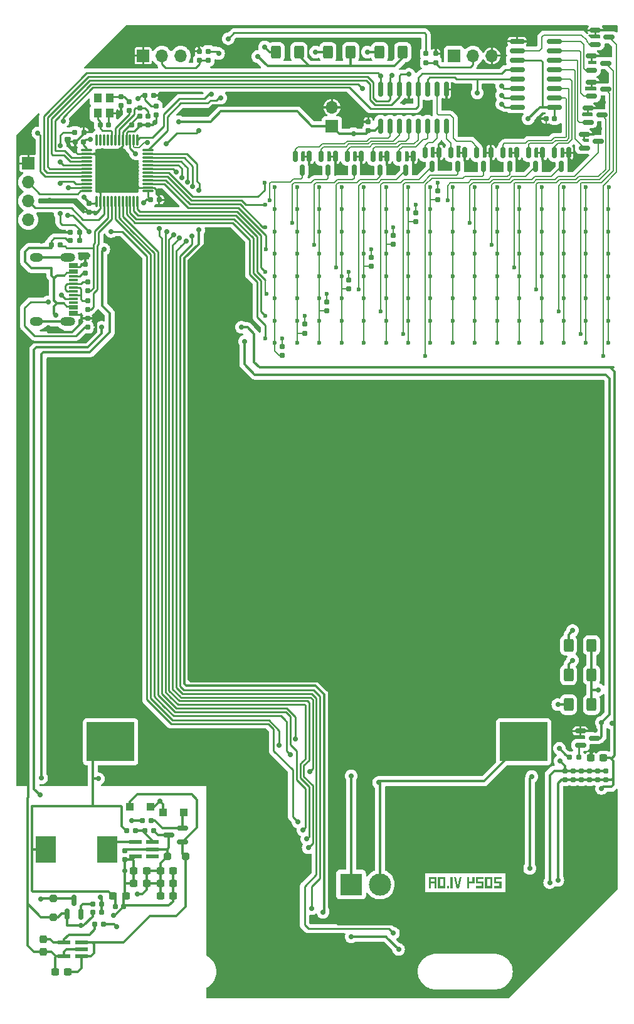
<source format=gbr>
%TF.GenerationSoftware,KiCad,Pcbnew,8.0.1*%
%TF.CreationDate,2024-06-26T22:32:35+08:00*%
%TF.ProjectId,pcb_badge,7063625f-6261-4646-9765-2e6b69636164,rev?*%
%TF.SameCoordinates,Original*%
%TF.FileFunction,Copper,L2,Bot*%
%TF.FilePolarity,Positive*%
%FSLAX46Y46*%
G04 Gerber Fmt 4.6, Leading zero omitted, Abs format (unit mm)*
G04 Created by KiCad (PCBNEW 8.0.1) date 2024-06-26 22:32:35*
%MOMM*%
%LPD*%
G01*
G04 APERTURE LIST*
G04 Aperture macros list*
%AMRoundRect*
0 Rectangle with rounded corners*
0 $1 Rounding radius*
0 $2 $3 $4 $5 $6 $7 $8 $9 X,Y pos of 4 corners*
0 Add a 4 corners polygon primitive as box body*
4,1,4,$2,$3,$4,$5,$6,$7,$8,$9,$2,$3,0*
0 Add four circle primitives for the rounded corners*
1,1,$1+$1,$2,$3*
1,1,$1+$1,$4,$5*
1,1,$1+$1,$6,$7*
1,1,$1+$1,$8,$9*
0 Add four rect primitives between the rounded corners*
20,1,$1+$1,$2,$3,$4,$5,0*
20,1,$1+$1,$4,$5,$6,$7,0*
20,1,$1+$1,$6,$7,$8,$9,0*
20,1,$1+$1,$8,$9,$2,$3,0*%
G04 Aperture macros list end*
%ADD10C,0.300000*%
%TA.AperFunction,NonConductor*%
%ADD11C,0.300000*%
%TD*%
%TA.AperFunction,ComponentPad*%
%ADD12R,1.700000X1.700000*%
%TD*%
%TA.AperFunction,ComponentPad*%
%ADD13O,1.700000X1.700000*%
%TD*%
%TA.AperFunction,ComponentPad*%
%ADD14R,3.000000X3.000000*%
%TD*%
%TA.AperFunction,ComponentPad*%
%ADD15C,3.000000*%
%TD*%
%TA.AperFunction,SMDPad,CuDef*%
%ADD16RoundRect,0.155000X0.212500X0.155000X-0.212500X0.155000X-0.212500X-0.155000X0.212500X-0.155000X0*%
%TD*%
%TA.AperFunction,SMDPad,CuDef*%
%ADD17RoundRect,0.150000X-0.150000X0.587500X-0.150000X-0.587500X0.150000X-0.587500X0.150000X0.587500X0*%
%TD*%
%TA.AperFunction,SMDPad,CuDef*%
%ADD18RoundRect,0.160000X0.160000X-0.197500X0.160000X0.197500X-0.160000X0.197500X-0.160000X-0.197500X0*%
%TD*%
%TA.AperFunction,SMDPad,CuDef*%
%ADD19RoundRect,0.075000X-0.075000X0.662500X-0.075000X-0.662500X0.075000X-0.662500X0.075000X0.662500X0*%
%TD*%
%TA.AperFunction,SMDPad,CuDef*%
%ADD20RoundRect,0.075000X-0.662500X0.075000X-0.662500X-0.075000X0.662500X-0.075000X0.662500X0.075000X0*%
%TD*%
%TA.AperFunction,SMDPad,CuDef*%
%ADD21RoundRect,0.237500X-0.300000X-0.237500X0.300000X-0.237500X0.300000X0.237500X-0.300000X0.237500X0*%
%TD*%
%TA.AperFunction,SMDPad,CuDef*%
%ADD22R,1.805236X0.612132*%
%TD*%
%TA.AperFunction,SMDPad,CuDef*%
%ADD23RoundRect,0.250000X-0.250000X0.250000X-0.250000X-0.250000X0.250000X-0.250000X0.250000X0.250000X0*%
%TD*%
%TA.AperFunction,SMDPad,CuDef*%
%ADD24RoundRect,0.160000X-0.160000X0.197500X-0.160000X-0.197500X0.160000X-0.197500X0.160000X0.197500X0*%
%TD*%
%TA.AperFunction,SMDPad,CuDef*%
%ADD25RoundRect,0.250000X0.400000X0.625000X-0.400000X0.625000X-0.400000X-0.625000X0.400000X-0.625000X0*%
%TD*%
%TA.AperFunction,SMDPad,CuDef*%
%ADD26R,1.300000X0.300000*%
%TD*%
%TA.AperFunction,ComponentPad*%
%ADD27O,1.800000X1.200000*%
%TD*%
%TA.AperFunction,ComponentPad*%
%ADD28O,2.000000X1.200000*%
%TD*%
%TA.AperFunction,SMDPad,CuDef*%
%ADD29RoundRect,0.160000X-0.197500X-0.160000X0.197500X-0.160000X0.197500X0.160000X-0.197500X0.160000X0*%
%TD*%
%TA.AperFunction,SMDPad,CuDef*%
%ADD30RoundRect,0.237500X-0.237500X0.300000X-0.237500X-0.300000X0.237500X-0.300000X0.237500X0.300000X0*%
%TD*%
%TA.AperFunction,SMDPad,CuDef*%
%ADD31RoundRect,0.150000X-0.587500X-0.150000X0.587500X-0.150000X0.587500X0.150000X-0.587500X0.150000X0*%
%TD*%
%TA.AperFunction,SMDPad,CuDef*%
%ADD32RoundRect,0.160000X0.197500X0.160000X-0.197500X0.160000X-0.197500X-0.160000X0.197500X-0.160000X0*%
%TD*%
%TA.AperFunction,SMDPad,CuDef*%
%ADD33RoundRect,0.155000X-0.212500X-0.155000X0.212500X-0.155000X0.212500X0.155000X-0.212500X0.155000X0*%
%TD*%
%TA.AperFunction,SMDPad,CuDef*%
%ADD34RoundRect,0.155000X-0.155000X0.212500X-0.155000X-0.212500X0.155000X-0.212500X0.155000X0.212500X0*%
%TD*%
%TA.AperFunction,SMDPad,CuDef*%
%ADD35R,6.450000X5.300000*%
%TD*%
%TA.AperFunction,SMDPad,CuDef*%
%ADD36RoundRect,0.150000X0.587500X0.150000X-0.587500X0.150000X-0.587500X-0.150000X0.587500X-0.150000X0*%
%TD*%
%TA.AperFunction,SMDPad,CuDef*%
%ADD37RoundRect,0.150000X-0.850000X-0.150000X0.850000X-0.150000X0.850000X0.150000X-0.850000X0.150000X0*%
%TD*%
%TA.AperFunction,SMDPad,CuDef*%
%ADD38RoundRect,0.250000X-0.300000X-0.300000X0.300000X-0.300000X0.300000X0.300000X-0.300000X0.300000X0*%
%TD*%
%TA.AperFunction,SMDPad,CuDef*%
%ADD39RoundRect,0.150000X-0.150000X0.850000X-0.150000X-0.850000X0.150000X-0.850000X0.150000X0.850000X0*%
%TD*%
%TA.AperFunction,SMDPad,CuDef*%
%ADD40RoundRect,0.237500X0.300000X0.237500X-0.300000X0.237500X-0.300000X-0.237500X0.300000X-0.237500X0*%
%TD*%
%TA.AperFunction,SMDPad,CuDef*%
%ADD41R,2.700000X3.600000*%
%TD*%
%TA.AperFunction,SMDPad,CuDef*%
%ADD42RoundRect,0.155000X0.155000X-0.212500X0.155000X0.212500X-0.155000X0.212500X-0.155000X-0.212500X0*%
%TD*%
%TA.AperFunction,SMDPad,CuDef*%
%ADD43R,1.100000X1.300000*%
%TD*%
%TA.AperFunction,SMDPad,CuDef*%
%ADD44RoundRect,0.150000X0.150000X-0.587500X0.150000X0.587500X-0.150000X0.587500X-0.150000X-0.587500X0*%
%TD*%
%TA.AperFunction,SMDPad,CuDef*%
%ADD45RoundRect,0.250000X0.250000X0.250000X-0.250000X0.250000X-0.250000X-0.250000X0.250000X-0.250000X0*%
%TD*%
%TA.AperFunction,SMDPad,CuDef*%
%ADD46RoundRect,0.250000X0.300000X0.300000X-0.300000X0.300000X-0.300000X-0.300000X0.300000X-0.300000X0*%
%TD*%
%TA.AperFunction,ViaPad*%
%ADD47C,0.700000*%
%TD*%
%TA.AperFunction,ViaPad*%
%ADD48C,0.600000*%
%TD*%
%TA.AperFunction,Conductor*%
%ADD49C,0.350000*%
%TD*%
%TA.AperFunction,Conductor*%
%ADD50C,0.250000*%
%TD*%
%TA.AperFunction,Conductor*%
%ADD51C,0.180000*%
%TD*%
G04 APERTURE END LIST*
D10*
D11*
G36*
X138874528Y-146468394D02*
G01*
X138874528Y-146745000D01*
X139906210Y-146745000D01*
X139906210Y-145854002D01*
X139171650Y-145854002D01*
X139171650Y-145520976D01*
X139906210Y-145520976D01*
X139906210Y-145244371D01*
X138874528Y-145244371D01*
X138874528Y-146130607D01*
X139609089Y-146130607D01*
X139609089Y-146468394D01*
X138874528Y-146468394D01*
G37*
G36*
X138691346Y-146745000D02*
G01*
X137659665Y-146745000D01*
X137659665Y-145520976D01*
X137956786Y-145520976D01*
X137956786Y-146468394D01*
X138394225Y-146468394D01*
X138394225Y-145520976D01*
X137956786Y-145520976D01*
X137659665Y-145520976D01*
X137659665Y-145244371D01*
X138691346Y-145244371D01*
X138691346Y-146745000D01*
G37*
G36*
X136444801Y-146468394D02*
G01*
X136444801Y-146745000D01*
X137476482Y-146745000D01*
X137476482Y-145854002D01*
X136741922Y-145854002D01*
X136741922Y-145520976D01*
X137476482Y-145520976D01*
X137476482Y-145244371D01*
X136444801Y-145244371D01*
X136444801Y-146130607D01*
X137179361Y-146130607D01*
X137179361Y-146468394D01*
X136444801Y-146468394D01*
G37*
G36*
X136261618Y-146130607D02*
G01*
X136261618Y-145244371D01*
X135964497Y-145244371D01*
X135964497Y-145854002D01*
X135527058Y-145854002D01*
X135527058Y-145244371D01*
X135229937Y-145244371D01*
X135229937Y-146745000D01*
X135527058Y-146745000D01*
X135527058Y-146130607D01*
X136261618Y-146130607D01*
G37*
G36*
X133769975Y-145244371D02*
G01*
X133480181Y-145244371D01*
X133806612Y-146745000D01*
X134169678Y-146745000D01*
X134520655Y-145244371D01*
X134213642Y-145244371D01*
X134001151Y-146334305D01*
X133769975Y-145244371D01*
G37*
G36*
X133014532Y-146745000D02*
G01*
X133311653Y-146745000D01*
X133311653Y-145244371D01*
X133014532Y-145244371D01*
X133014532Y-146745000D01*
G37*
G36*
X132526535Y-146468394D02*
G01*
X132526535Y-146745000D01*
X132823656Y-146745000D01*
X132823656Y-146468394D01*
X132526535Y-146468394D01*
G37*
G36*
X132335659Y-146745000D02*
G01*
X131303977Y-146745000D01*
X131303977Y-145520976D01*
X131601099Y-145520976D01*
X131601099Y-146468394D01*
X132038538Y-146468394D01*
X132038538Y-145520976D01*
X131601099Y-145520976D01*
X131303977Y-145520976D01*
X131303977Y-145244371D01*
X132335659Y-145244371D01*
X132335659Y-146745000D01*
G37*
G36*
X131120795Y-146745000D02*
G01*
X130823674Y-146745000D01*
X130823674Y-146130607D01*
X130386235Y-146130607D01*
X130386235Y-146745000D01*
X130089113Y-146745000D01*
X130089113Y-145520976D01*
X130386235Y-145520976D01*
X130386235Y-145854002D01*
X130823674Y-145854002D01*
X130823674Y-145520976D01*
X130386235Y-145520976D01*
X130089113Y-145520976D01*
X130089113Y-145244371D01*
X131120795Y-145244371D01*
X131120795Y-146745000D01*
G37*
D12*
%TO.P,J5,1,Pin_1*%
%TO.N,unconnected-(J5-Pin_1-Pad1)*%
X133500000Y-34500000D03*
D13*
%TO.P,J5,2,Pin_2*%
%TO.N,Net-(J5-Pin_2)*%
X136040000Y-34500000D03*
%TO.P,J5,3,Pin_3*%
%TO.N,GND*%
X138580000Y-34500000D03*
%TD*%
D12*
%TO.P,J7,1,Pin_1*%
%TO.N,VCC*%
X117000000Y-44000000D03*
D13*
%TO.P,J7,2,Pin_2*%
%TO.N,GND*%
X117000000Y-41460000D03*
%TD*%
D14*
%TO.P,J2,1,Pin_1*%
%TO.N,/Power/AAA_POS*%
X119592500Y-146250000D03*
D15*
%TO.P,J2,2,Pin_2*%
%TO.N,/Power/AAA_NEG*%
X123472500Y-146250000D03*
%TD*%
D12*
%TO.P,J4,1,Pin_1*%
%TO.N,GND*%
X91500000Y-34500000D03*
D13*
%TO.P,J4,2,Pin_2*%
%TO.N,Net-(J4-Pin_2)*%
X94040000Y-34500000D03*
%TO.P,J4,3,Pin_3*%
%TO.N,unconnected-(J4-Pin_3-Pad3)*%
X96580000Y-34500000D03*
%TD*%
D12*
%TO.P,J3,1,Pin_1*%
%TO.N,GND*%
X76000002Y-49000000D03*
D13*
%TO.P,J3,2,Pin_2*%
%TO.N,/MCU/PA14*%
X76000002Y-51540000D03*
%TO.P,J3,3,Pin_3*%
%TO.N,/MCU/PA13*%
X76000002Y-54080000D03*
%TO.P,J3,4,Pin_4*%
%TO.N,VCC*%
X76000002Y-56620000D03*
%TD*%
D16*
%TO.P,C40,1*%
%TO.N,VCC*%
X147067502Y-43000000D03*
%TO.P,C40,2*%
%TO.N,GND*%
X145932502Y-43000000D03*
%TD*%
D17*
%TO.P,Q90,1,G*%
%TO.N,/LED Matrix/Y0D*%
X140050002Y-47562500D03*
%TO.P,Q90,2,S*%
%TO.N,GND*%
X141950002Y-47562500D03*
%TO.P,Q90,3,D*%
%TO.N,/LED Matrix/MAT_RA*%
X141000002Y-49437500D03*
%TD*%
D18*
%TO.P,R24,1*%
%TO.N,Net-(J1-CC2)*%
X83700000Y-63797500D03*
%TO.P,R24,2*%
%TO.N,GND*%
X83700000Y-62602500D03*
%TD*%
D19*
%TO.P,U3,1,VBAT*%
%TO.N,unconnected-(U3-VBAT-Pad1)*%
X85250002Y-45837500D03*
%TO.P,U3,2,PC13*%
%TO.N,unconnected-(U3-PC13-Pad2)*%
X85750002Y-45837500D03*
%TO.P,U3,3,PC14*%
%TO.N,unconnected-(U3-PC14-Pad3)*%
X86250002Y-45837500D03*
%TO.P,U3,4,PC15*%
%TO.N,unconnected-(U3-PC15-Pad4)*%
X86750002Y-45837500D03*
%TO.P,U3,5,PD0*%
%TO.N,/MCU/OSC_IN*%
X87250002Y-45837500D03*
%TO.P,U3,6,PD1*%
%TO.N,/MCU/OSC_OUT*%
X87750002Y-45837500D03*
%TO.P,U3,7,NRST*%
%TO.N,Net-(U3-NRST)*%
X88250002Y-45837500D03*
%TO.P,U3,8,VSSA*%
%TO.N,GND*%
X88750002Y-45837500D03*
%TO.P,U3,9,VDDA*%
%TO.N,VCC*%
X89250002Y-45837500D03*
%TO.P,U3,10,PA0*%
%TO.N,/MCU/IRRX*%
X89750002Y-45837500D03*
%TO.P,U3,11,PA1*%
%TO.N,/MCU/NOISE_IN*%
X90250002Y-45837500D03*
%TO.P,U3,12,PA2*%
%TO.N,/MCU/PA2*%
X90750002Y-45837500D03*
D20*
%TO.P,U3,13,PA3*%
%TO.N,/MCU/PA3*%
X92162502Y-47250000D03*
%TO.P,U3,14,PA4*%
%TO.N,/MCU/BTN_B*%
X92162502Y-47750000D03*
%TO.P,U3,15,PA5*%
%TO.N,/MCU/BTN_C*%
X92162502Y-48250000D03*
%TO.P,U3,16,PA6*%
%TO.N,/MCU/BTN_D*%
X92162502Y-48750000D03*
%TO.P,U3,17,PA7*%
%TO.N,/MCU/BTN_E*%
X92162502Y-49250000D03*
%TO.P,U3,18,PB0*%
%TO.N,/MCU/IRDRV*%
X92162502Y-49750000D03*
%TO.P,U3,19,PB1*%
%TO.N,/MCU/CH*%
X92162502Y-50250000D03*
%TO.P,U3,20,PB2*%
%TO.N,/MCU/CG*%
X92162502Y-50750000D03*
%TO.P,U3,21,PB10*%
%TO.N,/MCU/CF*%
X92162502Y-51250000D03*
%TO.P,U3,22,PB11*%
%TO.N,/MCU/CE*%
X92162502Y-51750000D03*
%TO.P,U3,23,VSS*%
%TO.N,GND*%
X92162502Y-52250000D03*
%TO.P,U3,24,VDD*%
%TO.N,VCC*%
X92162502Y-52750000D03*
D19*
%TO.P,U3,25,PB12*%
%TO.N,/MCU/CD*%
X90750002Y-54162500D03*
%TO.P,U3,26,PB13*%
%TO.N,/MCU/CC*%
X90250002Y-54162500D03*
%TO.P,U3,27,PB14*%
%TO.N,/MCU/CB*%
X89750002Y-54162500D03*
%TO.P,U3,28,PB15*%
%TO.N,/MCU/CA*%
X89250002Y-54162500D03*
%TO.P,U3,29,PA8*%
%TO.N,/MCU/BTN_F*%
X88750002Y-54162500D03*
%TO.P,U3,30,PA9*%
%TO.N,/MCU/BTN_G*%
X88250002Y-54162500D03*
%TO.P,U3,31,PA10*%
%TO.N,/MCU/BTN_H*%
X87750002Y-54162500D03*
%TO.P,U3,32,PA11*%
%TO.N,/MCU/PA11*%
X87250002Y-54162500D03*
%TO.P,U3,33,PA12*%
%TO.N,/MCU/PA12*%
X86750002Y-54162500D03*
%TO.P,U3,34,PA13*%
%TO.N,/MCU/PA13*%
X86250002Y-54162500D03*
%TO.P,U3,35,VSS*%
%TO.N,GND*%
X85750002Y-54162500D03*
%TO.P,U3,36,VDD*%
%TO.N,VCC*%
X85250002Y-54162500D03*
D20*
%TO.P,U3,37,PA14*%
%TO.N,/MCU/PA14*%
X83837502Y-52750000D03*
%TO.P,U3,38,PA15*%
%TO.N,/MCU/BTN_A*%
X83837502Y-52250000D03*
%TO.P,U3,39,PB3*%
%TO.N,/MCU/USB_DET*%
X83837502Y-51750000D03*
%TO.P,U3,40,PB4*%
%TO.N,unconnected-(U3-PB4-Pad40)*%
X83837502Y-51250000D03*
%TO.P,U3,41,PB5*%
%TO.N,/LED Matrix/DEC_EN*%
X83837502Y-50750000D03*
%TO.P,U3,42,PB6*%
%TO.N,/LED Matrix/A0*%
X83837502Y-50250000D03*
%TO.P,U3,43,PB7*%
%TO.N,/LED Matrix/A1*%
X83837502Y-49750000D03*
%TO.P,U3,44,BOOT0*%
%TO.N,/MCU/BOOT0*%
X83837502Y-49250000D03*
%TO.P,U3,45,PB8*%
%TO.N,/LED Matrix/A2*%
X83837502Y-48750000D03*
%TO.P,U3,46,PB9*%
%TO.N,/LED Matrix/A3*%
X83837502Y-48250000D03*
%TO.P,U3,47,VSS*%
%TO.N,GND*%
X83837502Y-47750000D03*
%TO.P,U3,48,VDD*%
%TO.N,VCC*%
X83837502Y-47250000D03*
%TD*%
D21*
%TO.P,C24,1*%
%TO.N,/Power/BOOST_OUT*%
X93837502Y-146100000D03*
%TO.P,C24,2*%
%TO.N,GND*%
X95562502Y-146100000D03*
%TD*%
D22*
%TO.P,U1,1,IN*%
%TO.N,/Power/PWR_IN_MIXED*%
X83150483Y-154049999D03*
%TO.P,U1,2,GND*%
%TO.N,GND*%
X83150483Y-155000000D03*
%TO.P,U1,3,EN*%
%TO.N,/Power/PWR_IN_MIXED*%
X83150483Y-155950001D03*
%TO.P,U1,4,NC*%
%TO.N,GND*%
X80849517Y-155950001D03*
%TO.P,U1,5,OUT*%
%TO.N,/Power/TLV_OUT*%
X80849517Y-154049999D03*
%TD*%
D23*
%TO.P,D9,1,K*%
%TO.N,/Power/AAA_NEG*%
X79400002Y-148150000D03*
%TO.P,D9,2,A*%
%TO.N,GND*%
X79400002Y-150650000D03*
%TD*%
D24*
%TO.P,R97,1*%
%TO.N,/MCU/CH*%
X131300002Y-52702500D03*
%TO.P,R97,2*%
%TO.N,/LED Matrix/MAT_CH*%
X131300002Y-53897500D03*
%TD*%
D25*
%TO.P,R164,1*%
%TO.N,VCC*%
X112550000Y-34000000D03*
%TO.P,R164,2*%
%TO.N,/MCU/IRD_M5*%
X109450000Y-34000000D03*
%TD*%
D16*
%TO.P,C32,1*%
%TO.N,VCC*%
X83467502Y-46100000D03*
%TO.P,C32,2*%
%TO.N,GND*%
X82332502Y-46100000D03*
%TD*%
D26*
%TO.P,J1,A1,GND*%
%TO.N,GND*%
X82070000Y-69350000D03*
%TO.P,J1,A4,VBUS*%
%TO.N,/Power/USB_5V*%
X82070000Y-68550000D03*
%TO.P,J1,A5,CC1*%
%TO.N,Net-(J1-CC1)*%
X82070000Y-67250000D03*
%TO.P,J1,A6,D+*%
%TO.N,/Power/USB_DP_RAW*%
X82070000Y-66250000D03*
%TO.P,J1,A7,D-*%
%TO.N,/Power/USB_DM_RAW*%
X82070000Y-65750000D03*
%TO.P,J1,A8,SBU1*%
%TO.N,unconnected-(J1-SBU1-PadA8)*%
X82070000Y-64750000D03*
%TO.P,J1,A9,VBUS*%
%TO.N,/Power/USB_5V*%
X82070000Y-63450000D03*
%TO.P,J1,A12,GND*%
%TO.N,GND*%
X82070000Y-62650000D03*
%TO.P,J1,B1,GND*%
X82070000Y-62950000D03*
%TO.P,J1,B4,VBUS*%
%TO.N,/Power/USB_5V*%
X82070000Y-63750000D03*
%TO.P,J1,B5,CC2*%
%TO.N,Net-(J1-CC2)*%
X82070000Y-64250000D03*
%TO.P,J1,B6,D+*%
%TO.N,/Power/USB_DP_RAW*%
X82070000Y-65250000D03*
%TO.P,J1,B7,D-*%
%TO.N,/Power/USB_DM_RAW*%
X82070000Y-66750000D03*
%TO.P,J1,B8,SBU2*%
%TO.N,unconnected-(J1-SBU2-PadB8)*%
X82070000Y-67750000D03*
%TO.P,J1,B9,VBUS*%
%TO.N,/Power/USB_5V*%
X82070000Y-68250000D03*
%TO.P,J1,B12,GND*%
%TO.N,GND*%
X82070000Y-69050000D03*
D27*
%TO.P,J1,S1,SHIELD*%
%TO.N,unconnected-(J1-SHIELD-PadS1)*%
X77130000Y-70330000D03*
D28*
X81310000Y-70330000D03*
D27*
X77130000Y-61670000D03*
D28*
X81310000Y-61670000D03*
%TD*%
D18*
%TO.P,R32,1*%
%TO.N,VCC*%
X148500000Y-132097500D03*
%TO.P,R32,2*%
%TO.N,/MCU/IRD_M1*%
X148500000Y-130902500D03*
%TD*%
D29*
%TO.P,R10,1*%
%TO.N,/Power/TLV_OUT*%
X85002502Y-151600000D03*
%TO.P,R10,2*%
%TO.N,VCC*%
X86197502Y-151600000D03*
%TD*%
D30*
%TO.P,C11,1*%
%TO.N,/Power/TLV_OUT*%
X78000000Y-153637500D03*
%TO.P,C11,2*%
%TO.N,GND*%
X78000000Y-155362500D03*
%TD*%
D18*
%TO.P,R36,1*%
%TO.N,VCC*%
X150700000Y-132097500D03*
%TO.P,R36,2*%
%TO.N,/MCU/IRD_M1*%
X150700000Y-130902500D03*
%TD*%
D31*
%TO.P,Q9,1,G*%
%TO.N,/MCU/IRDRV_G*%
X150562502Y-127450000D03*
%TO.P,Q9,2,S*%
%TO.N,GND*%
X150562502Y-125550000D03*
%TO.P,Q9,3,D*%
%TO.N,/MCU/IRD_N*%
X152437502Y-126500000D03*
%TD*%
D18*
%TO.P,R4,1*%
%TO.N,VCC*%
X93300000Y-42497500D03*
%TO.P,R4,2*%
%TO.N,/MCU/NOISE_IN*%
X93300000Y-41302500D03*
%TD*%
%TO.P,R35,1*%
%TO.N,VCC*%
X151800000Y-132097500D03*
%TO.P,R35,2*%
%TO.N,/MCU/IRD_M1*%
X151800000Y-130902500D03*
%TD*%
D25*
%TO.P,R165,1*%
%TO.N,VCC*%
X152050000Y-114000000D03*
%TO.P,R165,2*%
%TO.N,/MCU/IRD_M6*%
X148950000Y-114000000D03*
%TD*%
D21*
%TO.P,C25,1*%
%TO.N,/Power/BOOST_OUT*%
X93837502Y-144400000D03*
%TO.P,C25,2*%
%TO.N,GND*%
X95562502Y-144400000D03*
%TD*%
D32*
%TO.P,R17,1*%
%TO.N,/MCU/USB_DET*%
X82897502Y-58300000D03*
%TO.P,R17,2*%
%TO.N,GND*%
X81702502Y-58300000D03*
%TD*%
D33*
%TO.P,C30,1*%
%TO.N,VCC*%
X92532502Y-53900000D03*
%TO.P,C30,2*%
%TO.N,GND*%
X93667502Y-53900000D03*
%TD*%
%TO.P,C38,1*%
%TO.N,/MCU/OSC_IN*%
X85732502Y-43800000D03*
%TO.P,C38,2*%
%TO.N,GND*%
X86867502Y-43800000D03*
%TD*%
D32*
%TO.P,R19,1*%
%TO.N,/Power/BOOST_OUT*%
X85897502Y-150000000D03*
%TO.P,R19,2*%
%TO.N,GND*%
X84702502Y-150000000D03*
%TD*%
D18*
%TO.P,R21,1*%
%TO.N,/MCU/OSC_OUT*%
X89600000Y-41897500D03*
%TO.P,R21,2*%
%TO.N,/MCU/OSC_OUT_R*%
X89600000Y-40702500D03*
%TD*%
D17*
%TO.P,Q99,1,G*%
%TO.N,/LED Matrix2/Y9D*%
X115550002Y-48062500D03*
%TO.P,Q99,2,S*%
%TO.N,GND*%
X117450002Y-48062500D03*
%TO.P,Q99,3,D*%
%TO.N,/LED Matrix2/MAT_RK*%
X116500002Y-49937500D03*
%TD*%
D18*
%TO.P,R34,1*%
%TO.N,VCC*%
X152900000Y-132097500D03*
%TO.P,R34,2*%
%TO.N,/MCU/IRD_M1*%
X152900000Y-130902500D03*
%TD*%
%TO.P,R31,1*%
%TO.N,VCC*%
X149600000Y-132097500D03*
%TO.P,R31,2*%
%TO.N,/MCU/IRD_M1*%
X149600000Y-130902500D03*
%TD*%
D32*
%TO.P,R20,1*%
%TO.N,GND*%
X83497502Y-44800000D03*
%TO.P,R20,2*%
%TO.N,/MCU/BOOT0*%
X82302502Y-44800000D03*
%TD*%
D24*
%TO.P,R96,1*%
%TO.N,/MCU/CG*%
X128300002Y-55702500D03*
%TO.P,R96,2*%
%TO.N,/LED Matrix/MAT_CG*%
X128300002Y-56897500D03*
%TD*%
D21*
%TO.P,C20,1*%
%TO.N,/Power/AAA_POS*%
X87437502Y-147800000D03*
%TO.P,C20,2*%
%TO.N,GND*%
X89162502Y-147800000D03*
%TD*%
D32*
%TO.P,R23,1*%
%TO.N,/Power/BOOST_OUT*%
X92897502Y-139000000D03*
%TO.P,R23,2*%
%TO.N,Net-(U2-EN)*%
X91702502Y-139000000D03*
%TD*%
D18*
%TO.P,R6,1*%
%TO.N,Net-(J4-Pin_2)*%
X99100000Y-35097500D03*
%TO.P,R6,2*%
%TO.N,GND*%
X99100000Y-33902500D03*
%TD*%
D24*
%TO.P,R95,1*%
%TO.N,/MCU/CF*%
X125300002Y-58702500D03*
%TO.P,R95,2*%
%TO.N,/LED Matrix/MAT_CF*%
X125300002Y-59897500D03*
%TD*%
D34*
%TO.P,C21,1*%
%TO.N,/Power/BOOST_OUT*%
X89000002Y-141732500D03*
%TO.P,C21,2*%
%TO.N,GND*%
X89000002Y-142867500D03*
%TD*%
D17*
%TO.P,Q91,1,G*%
%TO.N,/LED Matrix/Y1D*%
X143550002Y-47562500D03*
%TO.P,Q91,2,S*%
%TO.N,GND*%
X145450002Y-47562500D03*
%TO.P,Q91,3,D*%
%TO.N,/LED Matrix/MAT_RB*%
X144500002Y-49437500D03*
%TD*%
D31*
%TO.P,Q94,1,G*%
%TO.N,/LED Matrix/Y4D*%
X151562502Y-43450000D03*
%TO.P,Q94,2,S*%
%TO.N,GND*%
X151562502Y-41550000D03*
%TO.P,Q94,3,D*%
%TO.N,/LED Matrix/MAT_RE*%
X153437502Y-42500000D03*
%TD*%
D34*
%TO.P,C37,1*%
%TO.N,/MCU/OSC_OUT_R*%
X88500000Y-40032500D03*
%TO.P,C37,2*%
%TO.N,GND*%
X88500000Y-41167500D03*
%TD*%
D29*
%TO.P,R11,1*%
%TO.N,/MCU/NOISE_IN*%
X91702500Y-39800000D03*
%TO.P,R11,2*%
%TO.N,GND*%
X92897500Y-39800000D03*
%TD*%
D17*
%TO.P,Q915,1,G*%
%TO.N,/LED Matrix2/Y15D*%
X136550002Y-47562500D03*
%TO.P,Q915,2,S*%
%TO.N,GND*%
X138450002Y-47562500D03*
%TO.P,Q915,3,D*%
%TO.N,/LED Matrix2/MAT_RR*%
X137500002Y-49437500D03*
%TD*%
D35*
%TO.P,BT1,1,+*%
%TO.N,/Power/AAA_POS*%
X87125002Y-127000000D03*
%TO.P,BT1,2,-*%
%TO.N,/Power/AAA_NEG*%
X142875002Y-127000000D03*
%TD*%
D32*
%TO.P,R5,1*%
%TO.N,/Power/BOOST_MIX_GATE*%
X92597502Y-137600000D03*
%TO.P,R5,2*%
%TO.N,GND*%
X91402502Y-137600000D03*
%TD*%
D24*
%TO.P,R90,1*%
%TO.N,/MCU/CA*%
X110300002Y-73702500D03*
%TO.P,R90,2*%
%TO.N,/LED Matrix/MAT_CA*%
X110300002Y-74897500D03*
%TD*%
D17*
%TO.P,Q98,1,G*%
%TO.N,/LED Matrix2/Y8D*%
X112050002Y-48062500D03*
%TO.P,Q98,2,S*%
%TO.N,GND*%
X113950002Y-48062500D03*
%TO.P,Q98,3,D*%
%TO.N,/LED Matrix2/MAT_RJ*%
X113000002Y-49937500D03*
%TD*%
D16*
%TO.P,C33,1*%
%TO.N,VCC*%
X91067500Y-43800000D03*
%TO.P,C33,2*%
%TO.N,GND*%
X89932500Y-43800000D03*
%TD*%
D36*
%TO.P,Q2,1,G*%
%TO.N,/Power/BOOST_MIX_GATE*%
X96837502Y-138650000D03*
%TO.P,Q2,2,S*%
%TO.N,/Power/PWR_IN_MIXED*%
X96837502Y-140550000D03*
%TO.P,Q2,3,D*%
%TO.N,/Power/BOOST_OUT*%
X94962502Y-139600000D03*
%TD*%
D25*
%TO.P,R166,1*%
%TO.N,VCC*%
X126550000Y-34000000D03*
%TO.P,R166,2*%
%TO.N,/MCU/IRD_M7*%
X123450000Y-34000000D03*
%TD*%
D21*
%TO.P,C10,1*%
%TO.N,GND*%
X79637500Y-158000000D03*
%TO.P,C10,2*%
%TO.N,/Power/PWR_IN_MIXED*%
X81362500Y-158000000D03*
%TD*%
D24*
%TO.P,R92,1*%
%TO.N,/MCU/CC*%
X116300002Y-67702500D03*
%TO.P,R92,2*%
%TO.N,/LED Matrix/MAT_CC*%
X116300002Y-68897500D03*
%TD*%
D18*
%TO.P,R9,1*%
%TO.N,Net-(J5-Pin_2)*%
X129700000Y-35397500D03*
%TO.P,R9,2*%
%TO.N,/MCU/PA3*%
X129700000Y-34202500D03*
%TD*%
D29*
%TO.P,R16,1*%
%TO.N,/Power/USB_5V*%
X81702502Y-59400000D03*
%TO.P,R16,2*%
%TO.N,/MCU/USB_DET*%
X82897502Y-59400000D03*
%TD*%
D17*
%TO.P,Q911,1,G*%
%TO.N,/LED Matrix2/Y11D*%
X122550002Y-48062500D03*
%TO.P,Q911,2,S*%
%TO.N,GND*%
X124450002Y-48062500D03*
%TO.P,Q911,3,D*%
%TO.N,/LED Matrix2/MAT_RM*%
X123500002Y-49937500D03*
%TD*%
%TO.P,Q912,1,G*%
%TO.N,/LED Matrix2/Y12D*%
X126050002Y-48062500D03*
%TO.P,Q912,2,S*%
%TO.N,GND*%
X127950002Y-48062500D03*
%TO.P,Q912,3,D*%
%TO.N,/LED Matrix2/MAT_RN*%
X127000002Y-49937500D03*
%TD*%
D37*
%TO.P,U4,1,A0*%
%TO.N,/LED Matrix/A0*%
X142000000Y-41445000D03*
%TO.P,U4,2,A1*%
%TO.N,/LED Matrix/A1*%
X142000000Y-40175000D03*
%TO.P,U4,3,A2*%
%TO.N,/LED Matrix/A2*%
X142000000Y-38905000D03*
%TO.P,U4,4,~{E1}*%
%TO.N,/LED Matrix/A3*%
X142000000Y-37635000D03*
%TO.P,U4,5,~{E2}*%
%TO.N,/LED Matrix/DEC_EN*%
X142000000Y-36365000D03*
%TO.P,U4,6,E3*%
%TO.N,VCC*%
X142000000Y-35095000D03*
%TO.P,U4,7,Y7*%
%TO.N,/LED Matrix/Y7D*%
X142000000Y-33825000D03*
%TO.P,U4,8,GND*%
%TO.N,GND*%
X142000000Y-32555000D03*
%TO.P,U4,9,Y6*%
%TO.N,/LED Matrix/Y6D*%
X147000000Y-32555000D03*
%TO.P,U4,10,Y5*%
%TO.N,/LED Matrix/Y5D*%
X147000000Y-33825000D03*
%TO.P,U4,11,Y4*%
%TO.N,/LED Matrix/Y4D*%
X147000000Y-35095000D03*
%TO.P,U4,12,Y3*%
%TO.N,/LED Matrix/Y3D*%
X147000000Y-36365000D03*
%TO.P,U4,13,Y2*%
%TO.N,/LED Matrix/Y2D*%
X147000000Y-37635000D03*
%TO.P,U4,14,Y1*%
%TO.N,/LED Matrix/Y1D*%
X147000000Y-38905000D03*
%TO.P,U4,15,Y0*%
%TO.N,/LED Matrix/Y0D*%
X147000000Y-40175000D03*
%TO.P,U4,16,VCC*%
%TO.N,VCC*%
X147000000Y-41445000D03*
%TD*%
D33*
%TO.P,C1,1*%
%TO.N,/Power/AAA_POS*%
X87732502Y-149250000D03*
%TO.P,C1,2*%
%TO.N,GND*%
X88867502Y-149250000D03*
%TD*%
D34*
%TO.P,C31,1*%
%TO.N,VCC*%
X84200002Y-54432500D03*
%TO.P,C31,2*%
%TO.N,GND*%
X84200002Y-55567500D03*
%TD*%
D38*
%TO.P,D2,1,K*%
%TO.N,/Power/PWR_IN_MIXED*%
X89700002Y-135750000D03*
%TO.P,D2,2,A*%
%TO.N,/Power/USB_5V*%
X92500002Y-135750000D03*
%TD*%
D17*
%TO.P,Q914,1,G*%
%TO.N,/LED Matrix2/Y14D*%
X133050002Y-47562500D03*
%TO.P,Q914,2,S*%
%TO.N,GND*%
X134950002Y-47562500D03*
%TO.P,Q914,3,D*%
%TO.N,/LED Matrix2/MAT_RQ*%
X134000002Y-49437500D03*
%TD*%
D39*
%TO.P,U8,1,A0*%
%TO.N,/LED Matrix/A0*%
X123555000Y-39000000D03*
%TO.P,U8,2,A1*%
%TO.N,/LED Matrix/A1*%
X124825000Y-39000000D03*
%TO.P,U8,3,A2*%
%TO.N,/LED Matrix/A2*%
X126095000Y-39000000D03*
%TO.P,U8,4,~{E1}*%
%TO.N,GND*%
X127365000Y-39000000D03*
%TO.P,U8,5,~{E2}*%
%TO.N,/LED Matrix/DEC_EN*%
X128635000Y-39000000D03*
%TO.P,U8,6,E3*%
%TO.N,/LED Matrix/A3*%
X129905000Y-39000000D03*
%TO.P,U8,7,Y7*%
%TO.N,/LED Matrix2/Y15D*%
X131175000Y-39000000D03*
%TO.P,U8,8,GND*%
%TO.N,GND*%
X132445000Y-39000000D03*
%TO.P,U8,9,Y6*%
%TO.N,/LED Matrix2/Y14D*%
X132445000Y-44000000D03*
%TO.P,U8,10,Y5*%
%TO.N,/LED Matrix2/Y13D*%
X131175000Y-44000000D03*
%TO.P,U8,11,Y4*%
%TO.N,/LED Matrix2/Y12D*%
X129905000Y-44000000D03*
%TO.P,U8,12,Y3*%
%TO.N,/LED Matrix2/Y11D*%
X128635000Y-44000000D03*
%TO.P,U8,13,Y2*%
%TO.N,/LED Matrix2/Y10D*%
X127365000Y-44000000D03*
%TO.P,U8,14,Y1*%
%TO.N,/LED Matrix2/Y9D*%
X126095000Y-44000000D03*
%TO.P,U8,15,Y0*%
%TO.N,/LED Matrix2/Y8D*%
X124825000Y-44000000D03*
%TO.P,U8,16,VCC*%
%TO.N,VCC*%
X123555000Y-44000000D03*
%TD*%
D32*
%TO.P,R3,1*%
%TO.N,/MCU/PA12*%
X80297500Y-60000000D03*
%TO.P,R3,2*%
%TO.N,/Power/USB_5V*%
X79102500Y-60000000D03*
%TD*%
D34*
%TO.P,C34,1*%
%TO.N,Net-(U3-NRST)*%
X91100000Y-41532500D03*
%TO.P,C34,2*%
%TO.N,GND*%
X91100000Y-42667500D03*
%TD*%
D25*
%TO.P,R162,1*%
%TO.N,VCC*%
X152050000Y-122000000D03*
%TO.P,R162,2*%
%TO.N,/MCU/IRD_M3*%
X148950000Y-122000000D03*
%TD*%
D22*
%TO.P,U2,1,EN*%
%TO.N,Net-(U2-EN)*%
X92750485Y-140549999D03*
%TO.P,U2,2,OUT*%
%TO.N,/Power/BOOST_OUT*%
X92750485Y-141500000D03*
%TO.P,U2,3,NC*%
%TO.N,unconnected-(U2-NC-Pad3)*%
X92750485Y-142450001D03*
%TO.P,U2,4,GND*%
%TO.N,GND*%
X90449519Y-142450001D03*
%TO.P,U2,5,LX*%
%TO.N,/Power/BOOST_LX*%
X90449519Y-140549999D03*
%TD*%
D24*
%TO.P,R2,1*%
%TO.N,/Power/USB_DP_RAW*%
X84000000Y-65002500D03*
%TO.P,R2,2*%
%TO.N,/MCU/PA12*%
X84000000Y-66197500D03*
%TD*%
D40*
%TO.P,C22,1*%
%TO.N,/Power/BOOST_OUT*%
X91962502Y-144400000D03*
%TO.P,C22,2*%
%TO.N,GND*%
X90237502Y-144400000D03*
%TD*%
%TO.P,C92,1*%
%TO.N,VCC*%
X153662500Y-129200000D03*
%TO.P,C92,2*%
%TO.N,GND*%
X151937500Y-129200000D03*
%TD*%
D24*
%TO.P,R1,1*%
%TO.N,/Power/USB_DM_RAW*%
X84000000Y-67502500D03*
%TO.P,R1,2*%
%TO.N,/MCU/PA11*%
X84000000Y-68697500D03*
%TD*%
D18*
%TO.P,R7,1*%
%TO.N,Net-(J5-Pin_2)*%
X131000002Y-35397500D03*
%TO.P,R7,2*%
%TO.N,GND*%
X131000002Y-34202500D03*
%TD*%
D17*
%TO.P,Q92,1,G*%
%TO.N,/LED Matrix/Y2D*%
X147050002Y-47562500D03*
%TO.P,Q92,2,S*%
%TO.N,GND*%
X148950002Y-47562500D03*
%TO.P,Q92,3,D*%
%TO.N,/LED Matrix/MAT_RC*%
X148000002Y-49437500D03*
%TD*%
D29*
%TO.P,R18,1*%
%TO.N,/Power/RP_PROT_GATE*%
X84702502Y-148900000D03*
%TO.P,R18,2*%
%TO.N,/Power/BOOST_OUT*%
X85897502Y-148900000D03*
%TD*%
D18*
%TO.P,R33,1*%
%TO.N,VCC*%
X154000000Y-132097500D03*
%TO.P,R33,2*%
%TO.N,/MCU/IRD_M1*%
X154000000Y-130902500D03*
%TD*%
D17*
%TO.P,Q910,1,G*%
%TO.N,/LED Matrix2/Y10D*%
X119050002Y-48062500D03*
%TO.P,Q910,2,S*%
%TO.N,GND*%
X120950002Y-48062500D03*
%TO.P,Q910,3,D*%
%TO.N,/LED Matrix2/MAT_RL*%
X120000002Y-49937500D03*
%TD*%
D24*
%TO.P,R93,1*%
%TO.N,/MCU/CD*%
X119300002Y-64702500D03*
%TO.P,R93,2*%
%TO.N,/LED Matrix/MAT_CD*%
X119300002Y-65897500D03*
%TD*%
D40*
%TO.P,C26,1*%
%TO.N,/Power/BOOST_OUT*%
X91962502Y-146100000D03*
%TO.P,C26,2*%
%TO.N,GND*%
X90237502Y-146100000D03*
%TD*%
D41*
%TO.P,L20,1,1*%
%TO.N,/Power/AAA_POS*%
X78350002Y-141500000D03*
%TO.P,L20,2,2*%
%TO.N,/Power/BOOST_LX*%
X86650002Y-141500000D03*
%TD*%
D18*
%TO.P,R25,1*%
%TO.N,Net-(J1-CC1)*%
X84000000Y-71097500D03*
%TO.P,R25,2*%
%TO.N,GND*%
X84000000Y-69902500D03*
%TD*%
D31*
%TO.P,Q96,1,G*%
%TO.N,/LED Matrix/Y6D*%
X152062502Y-36450000D03*
%TO.P,Q96,2,S*%
%TO.N,GND*%
X152062502Y-34550000D03*
%TO.P,Q96,3,D*%
%TO.N,/LED Matrix/MAT_RG*%
X153937502Y-35500000D03*
%TD*%
D25*
%TO.P,R167,1*%
%TO.N,VCC*%
X119550000Y-34000000D03*
%TO.P,R167,2*%
%TO.N,/MCU/IRD_M8*%
X116450000Y-34000000D03*
%TD*%
D18*
%TO.P,R8,1*%
%TO.N,Net-(J4-Pin_2)*%
X100300000Y-35097500D03*
%TO.P,R8,2*%
%TO.N,/MCU/PA2*%
X100300000Y-33902500D03*
%TD*%
D42*
%TO.P,C80,1*%
%TO.N,VCC*%
X121900000Y-44567500D03*
%TO.P,C80,2*%
%TO.N,GND*%
X121900000Y-43432500D03*
%TD*%
D21*
%TO.P,C23,1*%
%TO.N,/Power/BOOST_OUT*%
X93837502Y-147800000D03*
%TO.P,C23,2*%
%TO.N,GND*%
X95562502Y-147800000D03*
%TD*%
D29*
%TO.P,R22,1*%
%TO.N,/Power/AAA_POS*%
X89302502Y-139000000D03*
%TO.P,R22,2*%
%TO.N,Net-(U2-EN)*%
X90497502Y-139000000D03*
%TD*%
D24*
%TO.P,R91,1*%
%TO.N,/MCU/CB*%
X113300002Y-70702500D03*
%TO.P,R91,2*%
%TO.N,/LED Matrix/MAT_CB*%
X113300002Y-71897500D03*
%TD*%
D25*
%TO.P,R163,1*%
%TO.N,VCC*%
X152050000Y-118000000D03*
%TO.P,R163,2*%
%TO.N,/MCU/IRD_M4*%
X148950000Y-118000000D03*
%TD*%
D43*
%TO.P,Y1,1,EN*%
%TO.N,/MCU/OSC_OUT_R*%
X87025000Y-40150000D03*
%TO.P,Y1,2,GND*%
%TO.N,GND*%
X87025000Y-42250000D03*
%TO.P,Y1,3,OUT*%
%TO.N,/MCU/OSC_IN*%
X85375000Y-42250000D03*
%TO.P,Y1,4,Vdd*%
%TO.N,unconnected-(Y1-Vdd-Pad4)*%
X85375000Y-40150000D03*
%TD*%
D24*
%TO.P,R94,1*%
%TO.N,/MCU/CE*%
X122300002Y-61702500D03*
%TO.P,R94,2*%
%TO.N,/LED Matrix/MAT_CE*%
X122300002Y-62897500D03*
%TD*%
D44*
%TO.P,Q1,1,G*%
%TO.N,/Power/RP_PROT_GATE*%
X83112502Y-150237500D03*
%TO.P,Q1,2,S*%
%TO.N,GND*%
X81212502Y-150237500D03*
%TO.P,Q1,3,D*%
%TO.N,/Power/AAA_NEG*%
X82162502Y-148362500D03*
%TD*%
D45*
%TO.P,D1,1,K*%
%TO.N,/Power/PWR_IN_MIXED*%
X97250002Y-142500000D03*
%TO.P,D1,2,A*%
%TO.N,/Power/BOOST_OUT*%
X94750002Y-142500000D03*
%TD*%
D31*
%TO.P,Q93,1,G*%
%TO.N,/LED Matrix/Y3D*%
X151062502Y-46950000D03*
%TO.P,Q93,2,S*%
%TO.N,GND*%
X151062502Y-45050000D03*
%TO.P,Q93,3,D*%
%TO.N,/LED Matrix/MAT_RD*%
X152937502Y-46000000D03*
%TD*%
%TO.P,Q97,1,G*%
%TO.N,/LED Matrix/Y7D*%
X152562502Y-32950000D03*
%TO.P,Q97,2,S*%
%TO.N,GND*%
X152562502Y-31050000D03*
%TO.P,Q97,3,D*%
%TO.N,/LED Matrix/MAT_RH*%
X154437502Y-32000000D03*
%TD*%
D18*
%TO.P,R30,1*%
%TO.N,VCC*%
X92200000Y-43797500D03*
%TO.P,R30,2*%
%TO.N,Net-(U3-NRST)*%
X92200000Y-42602500D03*
%TD*%
D17*
%TO.P,Q913,1,G*%
%TO.N,/LED Matrix2/Y13D*%
X129550002Y-47562500D03*
%TO.P,Q913,2,S*%
%TO.N,GND*%
X131450002Y-47562500D03*
%TO.P,Q913,3,D*%
%TO.N,/LED Matrix2/MAT_RP*%
X130500002Y-49437500D03*
%TD*%
D31*
%TO.P,Q95,1,G*%
%TO.N,/LED Matrix/Y5D*%
X152062502Y-39950000D03*
%TO.P,Q95,2,S*%
%TO.N,GND*%
X152062502Y-38050000D03*
%TO.P,Q95,3,D*%
%TO.N,/LED Matrix/MAT_RF*%
X153937502Y-39000000D03*
%TD*%
D29*
%TO.P,R14,1*%
%TO.N,/MCU/IRDRV*%
X149102500Y-129100000D03*
%TO.P,R14,2*%
%TO.N,/MCU/IRDRV_G*%
X150297500Y-129100000D03*
%TD*%
D46*
%TO.P,D18,1,K*%
%TO.N,/Power/BOOST_MIX_GATE*%
X97000002Y-136500000D03*
%TO.P,D18,2,A*%
%TO.N,/Power/USB_5V*%
X94200002Y-136500000D03*
%TD*%
D47*
%TO.N,GND*%
X121000000Y-134500000D03*
X125000000Y-123500000D03*
X135700002Y-49300000D03*
X144100000Y-32800000D03*
X152700002Y-127900000D03*
X139200002Y-49300000D03*
X153100002Y-44300000D03*
X78700000Y-71200000D03*
X154300002Y-30800000D03*
X78900002Y-54000000D03*
X100500002Y-58000000D03*
X90000002Y-137600000D03*
X132200002Y-49300000D03*
X126700000Y-40800000D03*
X118200002Y-50000000D03*
X154100002Y-34000000D03*
X89000002Y-144400000D03*
X152500002Y-125400000D03*
X97000000Y-41900000D03*
X86000002Y-47300000D03*
X142700002Y-49300000D03*
X88350000Y-42250000D03*
X114700002Y-50000000D03*
X87500002Y-150400000D03*
X149700002Y-49200000D03*
X77800000Y-59500000D03*
X84000000Y-61400000D03*
X121700002Y-50000000D03*
X83100002Y-151800000D03*
X153600002Y-40800000D03*
X146200002Y-49200000D03*
X125500000Y-151600000D03*
X133800000Y-40700000D03*
X153900002Y-37400000D03*
X94000000Y-40250000D03*
X78900002Y-56700000D03*
X125200002Y-50000000D03*
X144900002Y-43000000D03*
X128700002Y-50000000D03*
X120700000Y-43700000D03*
%TO.N,VCC*%
X119900000Y-45000000D03*
X153400000Y-133300000D03*
X147500000Y-145700000D03*
X107000000Y-34600000D03*
X104800000Y-71100000D03*
X96300000Y-43400000D03*
X143500000Y-43000000D03*
X93100000Y-43500000D03*
X77800002Y-131900000D03*
X84400002Y-45800000D03*
X99000002Y-58000000D03*
X119600000Y-153300000D03*
X91600002Y-54300000D03*
X126000002Y-155000000D03*
X86200000Y-60600000D03*
X153000000Y-120000000D03*
X154800000Y-124500000D03*
X87900002Y-151900000D03*
X83500002Y-53600000D03*
X115800000Y-150000000D03*
%TO.N,/Power/BOOST_OUT*%
X85700002Y-148000000D03*
X90700002Y-147500000D03*
D48*
%TO.N,/LED Matrix/MAT_RA*%
X132600002Y-54000000D03*
%TO.N,/LED Matrix/MAT_CA*%
X133300002Y-61200000D03*
X109300002Y-58200000D03*
X109300002Y-73200000D03*
X109300002Y-61200000D03*
X133300002Y-58200000D03*
X109300002Y-64200000D03*
X133300002Y-64200000D03*
X109300002Y-70200000D03*
X133300002Y-55200000D03*
X133300002Y-67200000D03*
X109300002Y-67200000D03*
X133300002Y-52200000D03*
X133300002Y-70200000D03*
X109300002Y-55200000D03*
X133300002Y-73200000D03*
X109300002Y-52200000D03*
%TO.N,/LED Matrix/MAT_CB*%
X136300002Y-67200000D03*
X112300002Y-52200000D03*
X112300002Y-58200000D03*
X112300002Y-55200000D03*
X136300002Y-73200000D03*
X136300002Y-52200000D03*
X136300002Y-70200000D03*
X136300002Y-58200000D03*
X112300002Y-61200000D03*
X136300002Y-64200000D03*
X112300002Y-73200000D03*
X112300002Y-70200000D03*
X112300002Y-67200000D03*
X112300002Y-64200000D03*
X136300002Y-55200000D03*
X136300002Y-61200000D03*
D47*
%TO.N,/Power/USB_5V*%
X85900000Y-71100000D03*
X77600002Y-134200000D03*
X93800002Y-135000000D03*
X79700000Y-69500000D03*
D48*
%TO.N,/LED Matrix/MAT_CC*%
X115300002Y-52200000D03*
X115300002Y-58200000D03*
X139300002Y-73200000D03*
X115300002Y-55200000D03*
X139300002Y-61200000D03*
X139300002Y-52200000D03*
X115300002Y-64200000D03*
X115300002Y-61200000D03*
X115300002Y-70200000D03*
X139300002Y-64200000D03*
X115300002Y-67200000D03*
X139300002Y-70200000D03*
X115300002Y-73200000D03*
X139300002Y-55200000D03*
X139300002Y-67200000D03*
X139300002Y-58200000D03*
%TO.N,/LED Matrix/MAT_CD*%
X118300002Y-73200000D03*
X142300002Y-70200000D03*
X118300002Y-52200000D03*
X142300002Y-64200000D03*
X142300002Y-55200000D03*
X142300002Y-73200000D03*
X142300002Y-58200000D03*
X142300002Y-67200000D03*
X118300002Y-55200000D03*
X118300002Y-64200000D03*
X118300002Y-67200000D03*
X142300002Y-52200000D03*
X118300002Y-70200000D03*
X118300002Y-61200000D03*
X142300002Y-61200000D03*
X118300002Y-58200000D03*
%TO.N,/LED Matrix/MAT_CE*%
X121300002Y-61200000D03*
X121300002Y-58200000D03*
X145300002Y-58200000D03*
X121300002Y-52200000D03*
X145300002Y-70200000D03*
X121300002Y-64200000D03*
X121300002Y-70200000D03*
X145300002Y-61200000D03*
X121300002Y-73200000D03*
X145300002Y-64200000D03*
X121300002Y-55200000D03*
X121300002Y-67200000D03*
X145300002Y-67200000D03*
X145300002Y-52200000D03*
X145300002Y-55200000D03*
X145300002Y-73200000D03*
%TO.N,/LED Matrix/MAT_CF*%
X124300002Y-70200000D03*
X148300002Y-73200000D03*
X124300002Y-64200000D03*
X124300002Y-52200000D03*
X148300002Y-55200000D03*
X124300002Y-55200000D03*
X124300002Y-73200000D03*
X148300002Y-70200000D03*
X148300002Y-61200000D03*
X124300002Y-58200000D03*
X148300002Y-64200000D03*
X148300002Y-67200000D03*
X148300002Y-52200000D03*
X124300002Y-61200000D03*
X124300002Y-67200000D03*
X148300002Y-58200000D03*
%TO.N,/LED Matrix/MAT_CG*%
X151300002Y-58200000D03*
X151300002Y-73200000D03*
X151300002Y-52200000D03*
X151300002Y-64200000D03*
X151300002Y-70200000D03*
X151300002Y-55200000D03*
X127300002Y-58200000D03*
X127300002Y-64200000D03*
X127300002Y-61200000D03*
X151300002Y-61200000D03*
X151300002Y-67200000D03*
X127300002Y-55200000D03*
X127300002Y-67200000D03*
X127300002Y-73200000D03*
X127300002Y-70200000D03*
X127300002Y-52200000D03*
%TO.N,/LED Matrix/MAT_CH*%
X130300002Y-70200000D03*
X154300002Y-64200000D03*
X154300002Y-70200000D03*
X130300002Y-64200000D03*
X130300002Y-61200000D03*
X130300002Y-73200000D03*
X154300002Y-73200000D03*
X130300002Y-52200000D03*
X154300002Y-67200000D03*
X154300002Y-58200000D03*
X130300002Y-55200000D03*
X130300002Y-67200000D03*
X154400002Y-52200000D03*
X154300002Y-55200000D03*
X154300002Y-61200000D03*
X130300002Y-58200000D03*
%TO.N,/LED Matrix/MAT_RB*%
X135600002Y-57000000D03*
%TO.N,/LED Matrix/MAT_RC*%
X138600002Y-60000000D03*
%TO.N,/LED Matrix/MAT_RD*%
X141600002Y-63000000D03*
%TO.N,/LED Matrix/MAT_RE*%
X144600002Y-66000000D03*
%TO.N,/LED Matrix/MAT_RF*%
X147600002Y-69000000D03*
%TO.N,/LED Matrix/MAT_RG*%
X150600002Y-72000000D03*
%TO.N,/LED Matrix/MAT_RH*%
X153600002Y-75000000D03*
D47*
%TO.N,/MCU/PA2*%
X101700002Y-34200000D03*
X100700000Y-39700000D03*
D48*
%TO.N,/LED Matrix2/MAT_RJ*%
X108600002Y-54000000D03*
%TO.N,/LED Matrix2/MAT_RK*%
X111600002Y-57000000D03*
%TO.N,/LED Matrix2/MAT_RL*%
X114600002Y-60000000D03*
%TO.N,/LED Matrix2/MAT_RM*%
X117600002Y-63000000D03*
%TO.N,/LED Matrix2/MAT_RN*%
X120600002Y-66000000D03*
%TO.N,/LED Matrix2/MAT_RP*%
X123600002Y-69000000D03*
%TO.N,/LED Matrix2/MAT_RQ*%
X126600002Y-72000000D03*
%TO.N,/LED Matrix2/MAT_RR*%
X129600002Y-75000000D03*
D47*
%TO.N,/MCU/NOISE_IN*%
X92100000Y-46200000D03*
X90800000Y-40300000D03*
X94600000Y-46400000D03*
X99000000Y-44600000D03*
%TO.N,/MCU/PA3*%
X102000000Y-40200000D03*
X103000002Y-32200000D03*
%TO.N,/MCU/IRD_N*%
X105200000Y-73000000D03*
X143700000Y-144100000D03*
X144000000Y-131700000D03*
X153400000Y-124400000D03*
%TO.N,/MCU/IRDRV*%
X96000002Y-50200000D03*
X112100002Y-126600000D03*
X93700002Y-57800000D03*
X147700002Y-127900000D03*
%TO.N,/MCU/USB_DET*%
X80300002Y-51700000D03*
X80300002Y-55800000D03*
%TO.N,/MCU/BOOT0*%
X80300002Y-48800000D03*
X80300002Y-46600000D03*
%TO.N,/MCU/IRRX*%
X90500002Y-47700000D03*
X114300000Y-149500000D03*
X98100002Y-58800000D03*
%TO.N,/MCU/BTN_A*%
X87200002Y-58200000D03*
X81300002Y-56000000D03*
X84200002Y-58200000D03*
X112400002Y-137800000D03*
X81400002Y-52300000D03*
%TO.N,/MCU/BTN_B*%
X125300000Y-152800000D03*
X99000002Y-52600000D03*
X97300002Y-59500000D03*
%TO.N,/MCU/BTN_C*%
X98200002Y-52100000D03*
X96400002Y-59100000D03*
X114000002Y-131000000D03*
%TO.N,/MCU/BTN_D*%
X95600002Y-58600000D03*
X113800002Y-141300000D03*
X97500002Y-51500000D03*
%TO.N,/MCU/BTN_E*%
X113600002Y-140100000D03*
X96700002Y-50900000D03*
X94700002Y-58200000D03*
%TO.N,/MCU/BTN_F*%
X113100002Y-138900000D03*
%TO.N,/MCU/BTN_G*%
X111400002Y-128700000D03*
%TO.N,/MCU/BTN_H*%
X109900002Y-127500000D03*
%TO.N,/LED Matrix/A0*%
X139900000Y-41000000D03*
X123600000Y-37200000D03*
%TO.N,/LED Matrix/A3*%
X121100000Y-38900000D03*
X136600000Y-39500000D03*
%TO.N,/LED Matrix/A2*%
X127400000Y-37000000D03*
X139900000Y-38600000D03*
%TO.N,/LED Matrix/A1*%
X125100000Y-37100000D03*
X139900000Y-39800000D03*
%TO.N,/MCU/IRD_M3*%
X147500000Y-122000000D03*
D48*
%TO.N,/MCU/CA*%
X108000002Y-72600000D03*
X110300002Y-72600000D03*
%TO.N,/MCU/CB*%
X108000002Y-69600000D03*
X113300002Y-69600000D03*
%TO.N,/MCU/CC*%
X116300002Y-66600000D03*
X108200002Y-66600000D03*
%TO.N,/MCU/CD*%
X108000002Y-63600000D03*
X119300002Y-63600000D03*
%TO.N,/MCU/CE*%
X122300002Y-60600000D03*
X108100002Y-60600000D03*
%TO.N,/MCU/CF*%
X108000002Y-57600000D03*
X125300002Y-57600000D03*
%TO.N,/MCU/CG*%
X128300002Y-54600000D03*
X108000002Y-54600000D03*
%TO.N,/MCU/CH*%
X107900002Y-51600000D03*
X131300002Y-51600000D03*
D47*
%TO.N,/Power/AAA_NEG*%
X123300000Y-132500000D03*
X77700002Y-148200000D03*
%TO.N,/Power/AAA_POS*%
X85500002Y-132000000D03*
X119600000Y-131600000D03*
%TO.N,/MCU/IRD_M1*%
X147800000Y-129600000D03*
X146400000Y-146000000D03*
%TO.N,/LED Matrix/DEC_EN*%
X80700000Y-43300000D03*
X77300000Y-44900000D03*
%TO.N,Net-(J1-CC1)*%
X78700000Y-67700000D03*
X80500000Y-66800000D03*
%TO.N,/MCU/IRD_M4*%
X149500000Y-116000000D03*
%TO.N,/MCU/IRD_M5*%
X107900000Y-33300000D03*
%TO.N,/MCU/IRD_M6*%
X149500000Y-112000000D03*
%TO.N,/MCU/IRD_M7*%
X121800000Y-34000000D03*
%TO.N,/MCU/IRD_M8*%
X114800000Y-34000000D03*
%TD*%
D49*
%TO.N,/Power/PWR_IN_MIXED*%
X92400000Y-150500000D02*
X93300000Y-150500000D01*
X83150483Y-157549517D02*
X83150483Y-155950001D01*
X82700000Y-158000000D02*
X83150483Y-157549517D01*
X84449999Y-155950001D02*
X83150483Y-155950001D01*
X97250002Y-142500000D02*
X96837502Y-142087500D01*
X89700002Y-135100000D02*
X89700002Y-135750000D01*
X84900000Y-155500000D02*
X84449999Y-155950001D01*
X84649999Y-154049999D02*
X88850001Y-154049999D01*
X83150483Y-154049999D02*
X84649999Y-154049999D01*
X90700002Y-134100000D02*
X89700002Y-135100000D01*
X96837502Y-140550000D02*
X98800002Y-138587500D01*
X97250002Y-142500000D02*
X97250002Y-149250000D01*
X84649999Y-154049999D02*
X84900000Y-154300000D01*
X98800002Y-134800000D02*
X98100002Y-134100000D01*
X84900000Y-154300000D02*
X84900000Y-155500000D01*
X97250002Y-149250000D02*
X96000002Y-150500000D01*
X96000002Y-150500000D02*
X93300000Y-150500000D01*
X98100002Y-134100000D02*
X90700002Y-134100000D01*
X98800002Y-138587500D02*
X98800002Y-134800000D01*
X96837502Y-142087500D02*
X96837502Y-140550000D01*
X97250002Y-142500000D02*
X97300002Y-142500000D01*
X81362500Y-158000000D02*
X82700000Y-158000000D01*
X88850001Y-154049999D02*
X92400000Y-150500000D01*
D50*
%TO.N,GND*%
X86867502Y-42407498D02*
X87025000Y-42250000D01*
X86625002Y-41925000D02*
X86625002Y-42250000D01*
D49*
X75970002Y-84930000D02*
X75970002Y-85700000D01*
D50*
X92162502Y-52250000D02*
X93050002Y-52250000D01*
X127365000Y-40435000D02*
X127100000Y-40700000D01*
D49*
X118460000Y-41460000D02*
X120700000Y-43700000D01*
D50*
X98700000Y-33000000D02*
X99100000Y-33400000D01*
D49*
X100500002Y-59300000D02*
X97700002Y-62100000D01*
X97700002Y-62100000D02*
X97700002Y-118600000D01*
X138450002Y-47562500D02*
X138450002Y-48550000D01*
X152562502Y-31050000D02*
X154050002Y-31050000D01*
X85750002Y-52950000D02*
X86450002Y-52250000D01*
X117100000Y-150900000D02*
X117800000Y-151600000D01*
X83150483Y-155000000D02*
X81200000Y-155000000D01*
D50*
X87025000Y-42250000D02*
X88350000Y-42250000D01*
D49*
X121000000Y-123500000D02*
X116600002Y-123500000D01*
X116600002Y-123500000D02*
X116600002Y-124750000D01*
D50*
X86867502Y-43800000D02*
X86867502Y-42407498D01*
D49*
X153250002Y-38050000D02*
X153900002Y-37400000D01*
D50*
X84900002Y-47750000D02*
X83837502Y-47750000D01*
D49*
X75900002Y-148700000D02*
X75900002Y-148850000D01*
X134950002Y-48550000D02*
X135700002Y-49300000D01*
X151937500Y-129200000D02*
X151937500Y-128662502D01*
X83700000Y-62602500D02*
X83700000Y-61700000D01*
X88867502Y-149250000D02*
X88867502Y-148095000D01*
X121900000Y-43432500D02*
X120967500Y-43432500D01*
X80050002Y-150650000D02*
X80500002Y-150200000D01*
X76500000Y-73100000D02*
X83800000Y-73100000D01*
X131450002Y-47562500D02*
X131450002Y-48550000D01*
X97700002Y-118600000D02*
X97900002Y-118800000D01*
X154050002Y-31050000D02*
X154300002Y-30800000D01*
X152062502Y-38050000D02*
X153250002Y-38050000D01*
X152350002Y-125550000D02*
X152500002Y-125400000D01*
X79637500Y-156062502D02*
X79750001Y-155950001D01*
X113950002Y-48062500D02*
X113950002Y-49250000D01*
D50*
X92897500Y-39800000D02*
X93550000Y-39800000D01*
D49*
X83100002Y-151800000D02*
X81212502Y-151800000D01*
X88867502Y-148095000D02*
X89162502Y-147800000D01*
D50*
X93050002Y-52250000D02*
X93300002Y-52500000D01*
X82332502Y-46100000D02*
X82332502Y-47432500D01*
D49*
X78700000Y-71800000D02*
X78700000Y-71200000D01*
X100900000Y-41200000D02*
X114300000Y-41200000D01*
X141950002Y-48450000D02*
X142400002Y-48900000D01*
X84702502Y-150000000D02*
X84702502Y-150547500D01*
D50*
X127000000Y-40800000D02*
X126700000Y-40800000D01*
D49*
X90237502Y-146100000D02*
X90237502Y-144400000D01*
X138450002Y-48550000D02*
X139200002Y-49300000D01*
X114560000Y-41460000D02*
X117000000Y-41460000D01*
X142000000Y-32555000D02*
X143855000Y-32555000D01*
X75900002Y-148850000D02*
X77700002Y-150650000D01*
X90237502Y-143072986D02*
X90237502Y-144400000D01*
D50*
X88500000Y-41167500D02*
X88500000Y-42100000D01*
D49*
X83200000Y-69500000D02*
X83200000Y-69900000D01*
X79637500Y-158000000D02*
X79637500Y-156062502D01*
X76762500Y-155362500D02*
X78000000Y-155362500D01*
X87500002Y-150400000D02*
X87717502Y-150400000D01*
D50*
X82950000Y-62950000D02*
X83297500Y-62602500D01*
X138100000Y-32900000D02*
X131300000Y-32900000D01*
D49*
X151062502Y-45050000D02*
X152350002Y-45050000D01*
D50*
X93300002Y-53100000D02*
X93667502Y-53467500D01*
D49*
X124450002Y-49250000D02*
X125200002Y-50000000D01*
X132700000Y-40700000D02*
X133800000Y-40700000D01*
X120950002Y-48062500D02*
X120950002Y-49250000D01*
X145450002Y-47562500D02*
X145450002Y-48450000D01*
D50*
X131300000Y-32900000D02*
X131000000Y-33200000D01*
D49*
X116600002Y-120300000D02*
X116600002Y-123500000D01*
X124450002Y-48062500D02*
X124450002Y-49250000D01*
D50*
X83837502Y-47750000D02*
X82650002Y-47750000D01*
D49*
X83200000Y-70500000D02*
X81900000Y-71800000D01*
X152350002Y-45050000D02*
X153100002Y-44300000D01*
D50*
X83297500Y-62602500D02*
X83700000Y-62602500D01*
X99100000Y-33400000D02*
X99100000Y-33902500D01*
D49*
X142400002Y-48900000D02*
X142700002Y-49200000D01*
X97000000Y-41900000D02*
X100200000Y-41900000D01*
D50*
X89932500Y-43800000D02*
X89932500Y-43567500D01*
D49*
X151937500Y-128662502D02*
X152700002Y-127900000D01*
X134950002Y-47562500D02*
X134950002Y-48550000D01*
X95562502Y-146100000D02*
X95562502Y-144400000D01*
X79400002Y-150650000D02*
X80050002Y-150650000D01*
X117450002Y-49250000D02*
X118200002Y-50000000D01*
X150562502Y-125550000D02*
X152350002Y-125550000D01*
X153550002Y-34550000D02*
X154100002Y-34000000D01*
X121000000Y-123500000D02*
X121000000Y-134500000D01*
D50*
X93667502Y-53467500D02*
X93667502Y-53900000D01*
D49*
X141950002Y-47562500D02*
X141950002Y-48450000D01*
D50*
X88750002Y-45837500D02*
X88750002Y-46642764D01*
D49*
X79200000Y-71800000D02*
X78700000Y-71800000D01*
D50*
X82332502Y-46067500D02*
X83497502Y-44902500D01*
D49*
X125000000Y-123500000D02*
X121000000Y-123500000D01*
X127950002Y-49250000D02*
X128700002Y-50000000D01*
X145450002Y-48450000D02*
X145800002Y-48800000D01*
X114300000Y-41200000D02*
X114560000Y-41460000D01*
D50*
X85750002Y-54162500D02*
X85750002Y-55050000D01*
D49*
X75900002Y-134600000D02*
X75900002Y-148700000D01*
X87642766Y-52207236D02*
X87600002Y-52250000D01*
D50*
X127365000Y-39000000D02*
X127365000Y-40435000D01*
D49*
X81200000Y-155000000D02*
X80849517Y-155350483D01*
X80500002Y-150200000D02*
X81175002Y-150200000D01*
X87642766Y-47750000D02*
X87642766Y-52207236D01*
X75970002Y-85700000D02*
X75970002Y-73629998D01*
X152850002Y-41550000D02*
X153600002Y-40800000D01*
X84900000Y-69902500D02*
X84000000Y-69902500D01*
X84702502Y-150547500D02*
X83450002Y-151800000D01*
X84167502Y-55567500D02*
X84200002Y-55567500D01*
D50*
X82070000Y-62950000D02*
X82950000Y-62950000D01*
D49*
X117100000Y-149800000D02*
X117100000Y-150900000D01*
D50*
X93300002Y-52500000D02*
X93300002Y-53100000D01*
D49*
X131450002Y-48550000D02*
X132200002Y-49300000D01*
D50*
X88750002Y-45837500D02*
X88750002Y-44749998D01*
D49*
X149500002Y-48900000D02*
X149700002Y-49100000D01*
X75900002Y-148700000D02*
X75900002Y-154500002D01*
X77800000Y-59500000D02*
X77800000Y-59374048D01*
X142700002Y-49200000D02*
X142700002Y-49300000D01*
X83800000Y-73100000D02*
X85100000Y-71800000D01*
X86450002Y-52250000D02*
X87600002Y-52250000D01*
D50*
X82070000Y-69350000D02*
X83050000Y-69350000D01*
D49*
X86000002Y-47750000D02*
X86000002Y-47300000D01*
X77700002Y-150650000D02*
X79400002Y-150650000D01*
X84900002Y-47750000D02*
X86000002Y-47750000D01*
D50*
X82650002Y-47750000D02*
X82332502Y-47432500D01*
D49*
X148950002Y-48350000D02*
X149500002Y-48900000D01*
X95562502Y-148537500D02*
X95000002Y-149100000D01*
X120967500Y-43432500D02*
X120700000Y-43700000D01*
X116600002Y-149300002D02*
X117100000Y-149800000D01*
D50*
X138580000Y-33380000D02*
X138100000Y-32900000D01*
D49*
X75970002Y-85700000D02*
X75970002Y-134530000D01*
X143855000Y-32555000D02*
X144100000Y-32800000D01*
X83450002Y-151800000D02*
X83100002Y-151800000D01*
X77800000Y-59374048D02*
X78900002Y-58274046D01*
X95562502Y-147800000D02*
X95562502Y-148537500D01*
D50*
X83497502Y-44902500D02*
X83497502Y-44800000D01*
X131000000Y-33500000D02*
X131000002Y-33500002D01*
D49*
X81212502Y-151800000D02*
X81212502Y-150237500D01*
X85100000Y-71800000D02*
X85100000Y-70102500D01*
D50*
X85232502Y-55567500D02*
X84200002Y-55567500D01*
D49*
X82600002Y-54000000D02*
X84167502Y-55567500D01*
X116600002Y-145800000D02*
X116600002Y-149300002D01*
X90032018Y-142867502D02*
X90237502Y-143072986D01*
D50*
X83050000Y-69350000D02*
X83200000Y-69500000D01*
D49*
X91402502Y-137600000D02*
X90000002Y-137600000D01*
X81702502Y-58300000D02*
X78925956Y-58300000D01*
X89000002Y-144400000D02*
X89000002Y-146100000D01*
X90032018Y-142867502D02*
X90449519Y-142450001D01*
X78925956Y-58300000D02*
X78900002Y-58274046D01*
X127950002Y-48062500D02*
X127950002Y-49250000D01*
D50*
X88350000Y-42250000D02*
X88500000Y-42100000D01*
D49*
X85100000Y-70102500D02*
X84900000Y-69902500D01*
X115100002Y-118800000D02*
X116600002Y-120300000D01*
D50*
X82332502Y-46100000D02*
X82332502Y-46067500D01*
D49*
X117800000Y-151600000D02*
X125500000Y-151600000D01*
X116600002Y-124750000D02*
X116600002Y-145800000D01*
D50*
X90832500Y-42667500D02*
X91100000Y-42667500D01*
D49*
X132445000Y-39000000D02*
X132445000Y-40445000D01*
X151562502Y-41550000D02*
X152850002Y-41550000D01*
X90237502Y-146100000D02*
X89000002Y-146100000D01*
X87717502Y-150400000D02*
X88867502Y-149250000D01*
X75970002Y-73629998D02*
X76500000Y-73100000D01*
X116600002Y-145800000D02*
X116600002Y-146000000D01*
X120950002Y-49250000D02*
X121700002Y-50000000D01*
X95000002Y-149100000D02*
X88867502Y-149100000D01*
X75970002Y-134530000D02*
X75900002Y-134600000D01*
X95562502Y-147800000D02*
X95562502Y-146100000D01*
X83202500Y-69902500D02*
X83200000Y-69900000D01*
D50*
X91500000Y-34500000D02*
X91500000Y-33200000D01*
D49*
X149700002Y-49100000D02*
X149700002Y-49200000D01*
X145800002Y-48800000D02*
X146200002Y-49200000D01*
X89000002Y-142867500D02*
X89000002Y-144400000D01*
X116600003Y-124749999D02*
X116600002Y-124750000D01*
X148950002Y-47562500D02*
X148950002Y-48350000D01*
D50*
X127100000Y-40700000D02*
X127000000Y-40800000D01*
D49*
X86000002Y-47750000D02*
X87642766Y-47750000D01*
D50*
X88750002Y-46642764D02*
X88346384Y-47046382D01*
D49*
X144900002Y-43000000D02*
X145932502Y-43000000D01*
X113950002Y-49250000D02*
X114700002Y-50000000D01*
D50*
X89700000Y-43800000D02*
X89932500Y-43800000D01*
D49*
X89000002Y-146100000D02*
X89000002Y-147637500D01*
X78900002Y-54000000D02*
X82600002Y-54000000D01*
X117450002Y-48062500D02*
X117450002Y-49250000D01*
X83700000Y-61700000D02*
X84000000Y-61400000D01*
D50*
X138580000Y-34500000D02*
X138580000Y-33380000D01*
D49*
X84000000Y-69902500D02*
X83202500Y-69902500D01*
X132445000Y-40445000D02*
X132700000Y-40700000D01*
D50*
X131000000Y-33200000D02*
X131000000Y-33500000D01*
D49*
X81900000Y-71800000D02*
X79200000Y-71800000D01*
X78900002Y-58274046D02*
X78900002Y-56700000D01*
X100500002Y-58000000D02*
X100500002Y-59300000D01*
X80849517Y-155950001D02*
X79750001Y-155950001D01*
X79750001Y-155950001D02*
X79162500Y-155362500D01*
D50*
X92162502Y-52250000D02*
X90900002Y-52250000D01*
D49*
X152062502Y-34550000D02*
X153550002Y-34550000D01*
X100200000Y-41900000D02*
X100900000Y-41200000D01*
X89000002Y-142867502D02*
X90032018Y-142867502D01*
X87600002Y-52250000D02*
X90900002Y-52250000D01*
D50*
X88750002Y-44749998D02*
X89700000Y-43800000D01*
X131000002Y-33500002D02*
X131000002Y-34202500D01*
D49*
X89000002Y-147637500D02*
X89162502Y-147800000D01*
D50*
X85750002Y-55050000D02*
X85232502Y-55567500D01*
D49*
X75900002Y-154500002D02*
X76762500Y-155362500D01*
X117000000Y-41460000D02*
X118460000Y-41460000D01*
D50*
X89932500Y-43567500D02*
X90832500Y-42667500D01*
X91500000Y-33200000D02*
X91700000Y-33000000D01*
D49*
X81175002Y-150200000D02*
X81212502Y-150237500D01*
X80849517Y-155350483D02*
X80849517Y-155950001D01*
X79162500Y-155362500D02*
X78000000Y-155362500D01*
D50*
X91700000Y-33000000D02*
X98700000Y-33000000D01*
D49*
X97900002Y-118800000D02*
X115100002Y-118800000D01*
D50*
X85750002Y-52950000D02*
X85750002Y-54162500D01*
X93550000Y-39800000D02*
X94000000Y-40250000D01*
D49*
X83200000Y-69900000D02*
X83200000Y-70500000D01*
X87642766Y-47750000D02*
X88346384Y-47046382D01*
%TO.N,/Power/TLV_OUT*%
X78937500Y-153637500D02*
X79349999Y-154049999D01*
X85002502Y-151600000D02*
X85002502Y-152297498D01*
X80849517Y-153650483D02*
X80849517Y-154049999D01*
X78000000Y-153637500D02*
X78937500Y-153637500D01*
X79349999Y-154049999D02*
X80849517Y-154049999D01*
X85002502Y-152297498D02*
X84300000Y-153000000D01*
X81500000Y-153000000D02*
X80849517Y-153650483D01*
X84300000Y-153000000D02*
X81500000Y-153000000D01*
%TO.N,VCC*%
X102000000Y-42000000D02*
X112300000Y-42000000D01*
X152050000Y-120000000D02*
X153000000Y-120000000D01*
X155000000Y-131400000D02*
X155000000Y-131900000D01*
D50*
X90300000Y-44700000D02*
X90400000Y-44600000D01*
X83767502Y-45800000D02*
X83467502Y-46100000D01*
D49*
X119600000Y-35900000D02*
X114300000Y-35900000D01*
X118000000Y-45000000D02*
X117000000Y-44000000D01*
X124300001Y-153299999D02*
X119600000Y-153300000D01*
D50*
X92162502Y-53530000D02*
X92532502Y-53900000D01*
D49*
X114800002Y-119400000D02*
X116000002Y-120600000D01*
X119900000Y-45000000D02*
X118000000Y-45000000D01*
X114300000Y-35900000D02*
X108300000Y-35900000D01*
D50*
X84980002Y-54432500D02*
X85250002Y-54162500D01*
D49*
X108300000Y-35900000D02*
X107000000Y-34600000D01*
X121900000Y-44567500D02*
X122832500Y-44567500D01*
X86000000Y-68200000D02*
X87000000Y-69200000D01*
X97100002Y-61800000D02*
X97100002Y-119200000D01*
X77800002Y-74700002D02*
X77800000Y-74700000D01*
X152050000Y-120000000D02*
X152050000Y-118000000D01*
X155200000Y-77100000D02*
X155200000Y-124500000D01*
X107200000Y-76500000D02*
X153100000Y-76500000D01*
X84200002Y-54300000D02*
X83500002Y-53600000D01*
X147000000Y-41445000D02*
X145400000Y-41445000D01*
X155200000Y-128800000D02*
X154700000Y-129300000D01*
X124350001Y-153349999D02*
X126000002Y-155000000D01*
X92197500Y-43800000D02*
X92200000Y-43797500D01*
X123400000Y-44000000D02*
X123555000Y-44000000D01*
X114300000Y-35900000D02*
X113900000Y-35900000D01*
X122832500Y-44567500D02*
X123400000Y-44000000D01*
D50*
X147067502Y-43000000D02*
X147067502Y-41512502D01*
D49*
X100600000Y-43400000D02*
X102000000Y-42000000D01*
X84300000Y-74500000D02*
X78000004Y-74500000D01*
X154802500Y-132097500D02*
X154000000Y-132097500D01*
X155000000Y-129600000D02*
X155000000Y-131400000D01*
X92200000Y-43797500D02*
X92802500Y-43797500D01*
X106500000Y-72000000D02*
X106500000Y-75800000D01*
D50*
X145400000Y-35300000D02*
X145400000Y-41445000D01*
D49*
X87000000Y-69200000D02*
X87000000Y-71800000D01*
D50*
X89500000Y-44700000D02*
X90300000Y-44700000D01*
D49*
X145400000Y-41445000D02*
X145055000Y-41445000D01*
X77800002Y-75099998D02*
X77800002Y-74700002D01*
X147500000Y-132600000D02*
X148002500Y-132097500D01*
X96300000Y-43400000D02*
X100600000Y-43400000D01*
X153600000Y-133100000D02*
X153400000Y-133300000D01*
X105600000Y-71100000D02*
X106500000Y-72000000D01*
X84200002Y-54432500D02*
X84200002Y-54300000D01*
X86200000Y-60600000D02*
X86000000Y-60800000D01*
X99000002Y-58000000D02*
X99000002Y-59900000D01*
X119550000Y-34000000D02*
X119550000Y-35850000D01*
X152050000Y-122000000D02*
X152050000Y-120000000D01*
D50*
X89250002Y-45837500D02*
X89250002Y-44949998D01*
D49*
X154600000Y-129200000D02*
X154700000Y-129300000D01*
X116000002Y-149799998D02*
X115800000Y-150000000D01*
X114300000Y-44000000D02*
X117000000Y-44000000D01*
X154950000Y-129550000D02*
X155000000Y-129600000D01*
D50*
X89250002Y-44949998D02*
X89500000Y-44700000D01*
X145645000Y-41445000D02*
X147000000Y-41445000D01*
D49*
X112300000Y-42000000D02*
X114300000Y-44000000D01*
X87600002Y-151600000D02*
X87900002Y-151900000D01*
X121600000Y-45000000D02*
X119900000Y-45000000D01*
D50*
X92162502Y-52750000D02*
X92162502Y-53530000D01*
D49*
X119550000Y-35850000D02*
X119600000Y-35900000D01*
X154700000Y-129300000D02*
X154950000Y-129550000D01*
D50*
X83837502Y-47250000D02*
X83837502Y-46937500D01*
D49*
X104800000Y-71100000D02*
X105600000Y-71100000D01*
X92802500Y-43797500D02*
X93100000Y-43500000D01*
X155000000Y-131400000D02*
X155000000Y-132800000D01*
X99000002Y-59900000D02*
X97100002Y-61800000D01*
X125400000Y-35900000D02*
X119600000Y-35900000D01*
X124350001Y-153349999D02*
X124300001Y-153299999D01*
X121900000Y-44700000D02*
X121600000Y-45000000D01*
X152050000Y-114000000D02*
X152050000Y-118000000D01*
X153100000Y-76500000D02*
X155000000Y-76500000D01*
X91067500Y-43800000D02*
X91067500Y-44032500D01*
X77800002Y-131900000D02*
X77800002Y-75099998D01*
X155200000Y-124500000D02*
X154800000Y-124500000D01*
X91067500Y-43800000D02*
X92197500Y-43800000D01*
D50*
X93300000Y-43300000D02*
X93100000Y-43500000D01*
D49*
X92532502Y-53900000D02*
X92000002Y-53900000D01*
X87000000Y-71800000D02*
X84300000Y-74500000D01*
D50*
X84200002Y-54432500D02*
X84980002Y-54432500D01*
D49*
X78000004Y-74500000D02*
X77800002Y-74700002D01*
X155200000Y-124500000D02*
X155200000Y-128800000D01*
D50*
X147067502Y-41512502D02*
X147000000Y-41445000D01*
D49*
X153100000Y-76500000D02*
X154600000Y-76500000D01*
X97100002Y-119200000D02*
X97300002Y-119400000D01*
D50*
X84400002Y-45800000D02*
X83767502Y-45800000D01*
D49*
X126550000Y-34750000D02*
X125400000Y-35900000D01*
D50*
X83837502Y-46937500D02*
X83467502Y-46567500D01*
D49*
X112550000Y-34550000D02*
X112550000Y-34000000D01*
X97300002Y-119400000D02*
X114800002Y-119400000D01*
X126550000Y-34000000D02*
X126550000Y-34750000D01*
X154000000Y-132097500D02*
X148500000Y-132097500D01*
X153662500Y-129200000D02*
X154600000Y-129200000D01*
D50*
X93300000Y-42497500D02*
X93300000Y-43300000D01*
D49*
X155000000Y-132800000D02*
X154700000Y-133100000D01*
X86000000Y-60800000D02*
X86000000Y-68200000D01*
D50*
X83467502Y-46567500D02*
X83467502Y-46100000D01*
D49*
X113900000Y-35900000D02*
X112550000Y-34550000D01*
X154700000Y-133100000D02*
X153600000Y-133100000D01*
X86197502Y-151600000D02*
X87600002Y-151600000D01*
X147500000Y-145700000D02*
X147500000Y-132600000D01*
D50*
X145195000Y-35095000D02*
X145400000Y-35300000D01*
D49*
X116000002Y-120600000D02*
X116000002Y-149799998D01*
X106500000Y-75800000D02*
X107200000Y-76500000D01*
X154600000Y-76500000D02*
X155200000Y-77100000D01*
X145055000Y-41445000D02*
X143500000Y-43000000D01*
X155000000Y-131900000D02*
X154802500Y-132097500D01*
D50*
X142000000Y-35095000D02*
X145195000Y-35095000D01*
X90400000Y-44600000D02*
X90500000Y-44600000D01*
D49*
X121900000Y-44567500D02*
X121900000Y-44700000D01*
X148002500Y-132097500D02*
X148500000Y-132097500D01*
X92000002Y-53900000D02*
X91600002Y-54300000D01*
X91067500Y-44032500D02*
X90500000Y-44600000D01*
D50*
%TO.N,Net-(U3-NRST)*%
X91732500Y-41532500D02*
X92200000Y-42000000D01*
X91100000Y-41532500D02*
X91732500Y-41532500D01*
X88250002Y-45837500D02*
X88250002Y-44449998D01*
X90300000Y-42400000D02*
X90300000Y-41700000D01*
X88250002Y-44449998D02*
X90300000Y-42400000D01*
X90300000Y-41700000D02*
X90467500Y-41532500D01*
X90467500Y-41532500D02*
X91100000Y-41532500D01*
X92200000Y-42000000D02*
X92200000Y-42602500D01*
D49*
%TO.N,/Power/BOOST_OUT*%
X91962502Y-146100000D02*
X91962502Y-146937500D01*
X85897502Y-148900000D02*
X85897502Y-148197500D01*
X92897502Y-139000000D02*
X93497502Y-139600000D01*
X93837502Y-144400000D02*
X93837502Y-143412500D01*
X93837502Y-144400000D02*
X91962502Y-144400000D01*
X91962502Y-146937500D02*
X91400002Y-147500000D01*
X93837502Y-143412500D02*
X94750002Y-142500000D01*
X93497502Y-139600000D02*
X94962502Y-139600000D01*
X92750485Y-141500000D02*
X94750002Y-141500000D01*
X93837502Y-144400000D02*
X93837502Y-146100000D01*
X92750485Y-141500000D02*
X89232504Y-141500000D01*
X93837502Y-146100000D02*
X91962502Y-146100000D01*
X94962502Y-141287500D02*
X94750002Y-141500000D01*
X94962502Y-139600000D02*
X94962502Y-141287500D01*
X91962502Y-146100000D02*
X91962502Y-144400000D01*
X94750002Y-142500000D02*
X94750002Y-141500000D01*
X85897502Y-148197500D02*
X85700002Y-148000000D01*
X93837502Y-147800000D02*
X93837502Y-146100000D01*
X85897502Y-148900000D02*
X85897502Y-150000000D01*
X91400002Y-147500000D02*
X90700002Y-147500000D01*
X89232504Y-141500000D02*
X89000002Y-141732502D01*
D50*
%TO.N,/MCU/OSC_OUT_R*%
X87042502Y-39732500D02*
X86625002Y-40150000D01*
X87142500Y-40032500D02*
X87025000Y-40150000D01*
X88930000Y-40032500D02*
X89600000Y-40702500D01*
D51*
X86697502Y-40077500D02*
X86625002Y-40150000D01*
D50*
X88500000Y-40032500D02*
X87142500Y-40032500D01*
X88500000Y-40032500D02*
X88930000Y-40032500D01*
D51*
%TO.N,/LED Matrix/MAT_RA*%
X135400002Y-51600000D02*
X133000002Y-51600000D01*
X138500002Y-50800000D02*
X138100002Y-51200000D01*
X141000002Y-49437500D02*
X141000002Y-50500000D01*
X132600002Y-54000000D02*
X132600002Y-52000000D01*
X138100002Y-51200000D02*
X135800002Y-51200000D01*
X133000002Y-51600000D02*
X132600002Y-52000000D01*
X135800002Y-51200000D02*
X135400002Y-51600000D01*
X140700002Y-50800000D02*
X138500002Y-50800000D01*
X141000002Y-50500000D02*
X140700002Y-50800000D01*
%TO.N,/LED Matrix/MAT_CA*%
X110300002Y-74897500D02*
X109897502Y-74897500D01*
X109897502Y-74897500D02*
X109300002Y-74300000D01*
X133300002Y-71800000D02*
X133300002Y-72100000D01*
X133300002Y-72250000D02*
X133300002Y-71800000D01*
X109300002Y-74300000D02*
X109300002Y-73200000D01*
X133300002Y-71800000D02*
X133300002Y-52200000D01*
X109300002Y-52200000D02*
X109300002Y-73200000D01*
X133300002Y-73200000D02*
X133300002Y-72250000D01*
%TO.N,/LED Matrix/MAT_CB*%
X112300002Y-71900000D02*
X112300002Y-52200000D01*
X112302502Y-71897500D02*
X112300002Y-71900000D01*
X113300002Y-71897500D02*
X112302502Y-71897500D01*
X136300002Y-52200000D02*
X136300002Y-73200000D01*
X112300002Y-73200000D02*
X112300002Y-71900000D01*
X136200002Y-73300000D02*
X136300002Y-73200000D01*
D49*
%TO.N,/Power/USB_5V*%
X80807046Y-67892954D02*
X79892954Y-67892954D01*
X79892954Y-67907046D02*
X79500000Y-68300000D01*
X79102500Y-64102500D02*
X79500000Y-64500000D01*
D50*
X81300000Y-59400000D02*
X81000000Y-59100000D01*
D49*
X75600000Y-60900000D02*
X75600000Y-62300000D01*
X94200002Y-135400000D02*
X93800002Y-135000000D01*
X84000000Y-73800000D02*
X77100000Y-73800000D01*
D50*
X79500000Y-59100000D02*
X79102500Y-59497500D01*
D49*
X77100000Y-73800000D02*
X76800002Y-74099998D01*
X79102500Y-60400000D02*
X76100000Y-60400000D01*
X92500002Y-135750000D02*
X93050002Y-135750000D01*
X76100000Y-60400000D02*
X75600000Y-60900000D01*
X94200002Y-136500000D02*
X94200002Y-135400000D01*
X93050002Y-135750000D02*
X93800002Y-135000000D01*
X76800002Y-74099998D02*
X76800002Y-133400000D01*
D50*
X79102500Y-59497500D02*
X79102500Y-60000000D01*
D49*
X79500000Y-64500000D02*
X79892954Y-64107046D01*
X76400000Y-63100000D02*
X79102500Y-63100000D01*
D50*
X81702502Y-59400000D02*
X81300000Y-59400000D01*
D49*
X79102500Y-60000000D02*
X79102500Y-60400000D01*
X79892954Y-67892954D02*
X79892954Y-67907046D01*
D50*
X81164092Y-63750000D02*
X82070000Y-63750000D01*
D49*
X85900000Y-71100000D02*
X85900000Y-71900000D01*
X75600000Y-62300000D02*
X76400000Y-63100000D01*
D50*
X81164092Y-68250000D02*
X80807046Y-67892954D01*
D49*
X79892954Y-67892954D02*
X79500000Y-67500000D01*
X79102500Y-63100000D02*
X79102500Y-64102500D01*
X76800002Y-133400000D02*
X77600002Y-134200000D01*
D50*
X80807046Y-64107046D02*
X81164092Y-63750000D01*
D49*
X79500000Y-67500000D02*
X79500000Y-64500000D01*
D50*
X82070000Y-68250000D02*
X81164092Y-68250000D01*
X81000000Y-59100000D02*
X79500000Y-59100000D01*
D49*
X79892954Y-64107046D02*
X80807046Y-64107046D01*
X79500000Y-69300000D02*
X79700000Y-69500000D01*
X85900000Y-71900000D02*
X84000000Y-73800000D01*
X79500000Y-68300000D02*
X79500000Y-69300000D01*
D51*
%TO.N,/LED Matrix/MAT_CC*%
X115302502Y-68897500D02*
X115300002Y-68900000D01*
X115300002Y-52200000D02*
X115300002Y-68900000D01*
X139300002Y-73200000D02*
X139300002Y-52200000D01*
X115300002Y-68900000D02*
X115300002Y-73200000D01*
X116300002Y-68897500D02*
X115302502Y-68897500D01*
D50*
%TO.N,/MCU/OSC_IN*%
X87125956Y-44550000D02*
X86025956Y-44550000D01*
D51*
X85732502Y-43800000D02*
X85732502Y-43732500D01*
D50*
X86025956Y-44550000D02*
X85732502Y-44256546D01*
X87250002Y-45837500D02*
X87250002Y-44674046D01*
X87250002Y-44674046D02*
X87125956Y-44550000D01*
X85375000Y-43075000D02*
X85375000Y-42250000D01*
X85732502Y-43432502D02*
X85375000Y-43075000D01*
X85732502Y-44256546D02*
X85732502Y-43800000D01*
X85732502Y-43800000D02*
X85732502Y-43432502D01*
D51*
%TO.N,/LED Matrix/MAT_CD*%
X118300002Y-73200000D02*
X118300002Y-65900000D01*
X118300002Y-65900000D02*
X118300002Y-52200000D01*
X118302502Y-65897500D02*
X118300002Y-65900000D01*
X142300002Y-52200000D02*
X142300002Y-73200000D01*
X119300002Y-65897500D02*
X118302502Y-65897500D01*
%TO.N,/LED Matrix/MAT_CE*%
X121300002Y-52200000D02*
X121300002Y-62900000D01*
X122300002Y-62897500D02*
X121302502Y-62897500D01*
X145300002Y-73200000D02*
X145300002Y-52200000D01*
X121300002Y-62900000D02*
X121300002Y-73200000D01*
X121302502Y-62897500D02*
X121300002Y-62900000D01*
%TO.N,/LED Matrix/MAT_CF*%
X124302502Y-59897500D02*
X124300002Y-59900000D01*
X148300002Y-52200000D02*
X148300002Y-73200000D01*
X124300002Y-59900000D02*
X124300002Y-52200000D01*
X124300002Y-73200000D02*
X124300002Y-59900000D01*
X125300002Y-59897500D02*
X124302502Y-59897500D01*
%TO.N,/LED Matrix/MAT_CG*%
X127300002Y-52200000D02*
X127300002Y-56900000D01*
X128300002Y-56897500D02*
X127302502Y-56897500D01*
X127300002Y-56900000D02*
X127300002Y-73200000D01*
X151300002Y-73200000D02*
X151300002Y-52200000D01*
X127302502Y-56897500D02*
X127300002Y-56900000D01*
%TO.N,/LED Matrix/MAT_CH*%
X131300002Y-53897500D02*
X130302502Y-53897500D01*
X130300002Y-53900000D02*
X130300002Y-52200000D01*
X154300002Y-52200000D02*
X154300002Y-73200000D01*
X130300002Y-73200000D02*
X130300002Y-53900000D01*
X130302502Y-53897500D02*
X130300002Y-53900000D01*
%TO.N,/LED Matrix/MAT_RB*%
X138300002Y-51600000D02*
X136000002Y-51600000D01*
X144500002Y-49437500D02*
X143137502Y-50800000D01*
X136000002Y-51600000D02*
X135600002Y-52000000D01*
X135600002Y-57000000D02*
X135600002Y-52000000D01*
X138700002Y-51200000D02*
X138300002Y-51600000D01*
X141300002Y-50800000D02*
X140900002Y-51200000D01*
X140900002Y-51200000D02*
X138700002Y-51200000D01*
X143137502Y-50800000D02*
X141300002Y-50800000D01*
%TO.N,/LED Matrix/MAT_RC*%
X138600002Y-60000000D02*
X138600002Y-51900000D01*
X144000002Y-51200000D02*
X141500002Y-51200000D01*
X148000002Y-49437500D02*
X146637502Y-50800000D01*
X144400002Y-50800000D02*
X144000002Y-51200000D01*
X146637502Y-50800000D02*
X144400002Y-50800000D01*
X141100002Y-51600000D02*
X138900002Y-51600000D01*
X138900002Y-51600000D02*
X138600002Y-51900000D01*
X141500002Y-51200000D02*
X141100002Y-51600000D01*
%TO.N,/LED Matrix/MAT_RD*%
X152937502Y-46000000D02*
X152937502Y-47562500D01*
X149700002Y-50800000D02*
X147500002Y-50800000D01*
X147100002Y-51200000D02*
X144600002Y-51200000D01*
X141600002Y-51700000D02*
X141600002Y-63000000D01*
X141700002Y-51600000D02*
X141600002Y-51700000D01*
X144600002Y-51200000D02*
X144200002Y-51600000D01*
X152937502Y-47562500D02*
X149700002Y-50800000D01*
X147500002Y-50800000D02*
X147100002Y-51200000D01*
X144200002Y-51600000D02*
X141700002Y-51600000D01*
%TO.N,/LED Matrix/MAT_RE*%
X144800002Y-51600000D02*
X144600002Y-51800000D01*
X154000002Y-49799998D02*
X153000002Y-50800000D01*
X154000002Y-43062500D02*
X154000002Y-49799998D01*
X150300002Y-50800000D02*
X149900002Y-51200000D01*
X153437502Y-42500000D02*
X154000002Y-43062500D01*
X153000002Y-50800000D02*
X150300002Y-50800000D01*
X147700002Y-51200000D02*
X147300002Y-51600000D01*
X144600002Y-51800000D02*
X144600002Y-66000000D01*
X149900002Y-51200000D02*
X147700002Y-51200000D01*
X147300002Y-51600000D02*
X144800002Y-51600000D01*
%TO.N,/LED Matrix/MAT_RF*%
X150100002Y-51600000D02*
X148000002Y-51600000D01*
X150500002Y-51200000D02*
X150100002Y-51600000D01*
X148000002Y-51600000D02*
X147600002Y-52000000D01*
X154500002Y-49809116D02*
X153109118Y-51200000D01*
X153109118Y-51200000D02*
X150500002Y-51200000D01*
X153937502Y-39000000D02*
X154500002Y-39562500D01*
X147600002Y-52000000D02*
X147600002Y-69000000D01*
X154500002Y-39562500D02*
X154500002Y-49809116D01*
%TO.N,/LED Matrix/MAT_RG*%
X150700002Y-51600000D02*
X150600002Y-51700000D01*
X150600002Y-51700000D02*
X150600002Y-72000000D01*
X155000002Y-50000000D02*
X153400002Y-51600000D01*
X153937502Y-35500000D02*
X155000002Y-36562500D01*
X155000002Y-36562500D02*
X155000002Y-50000000D01*
X153400002Y-51600000D02*
X150700002Y-51600000D01*
%TO.N,/LED Matrix/MAT_RH*%
X153600002Y-52000000D02*
X153600002Y-75000000D01*
X155400002Y-50200000D02*
X153600002Y-52000000D01*
X154437502Y-32000000D02*
X155400002Y-32962500D01*
X155400002Y-32962500D02*
X155400002Y-50200000D01*
D50*
%TO.N,/MCU/PA14*%
X82650002Y-53100000D02*
X83000002Y-52750000D01*
X76000002Y-51540000D02*
X77560002Y-53100000D01*
X83000002Y-52750000D02*
X83837502Y-52750000D01*
X77560002Y-53100000D02*
X82650002Y-53100000D01*
%TO.N,/MCU/PA13*%
X86250002Y-55825954D02*
X86250002Y-54162500D01*
X76920002Y-55000000D02*
X81800002Y-55000000D01*
X85475956Y-56600000D02*
X86250002Y-55825954D01*
X76000002Y-54080000D02*
X76920002Y-55000000D01*
X81800002Y-55000000D02*
X83400002Y-56600000D01*
X83400002Y-56600000D02*
X85475956Y-56600000D01*
%TO.N,/MCU/PA2*%
X101402502Y-33902500D02*
X101700002Y-34200000D01*
X94300001Y-44000001D02*
X92800002Y-45500000D01*
X92800002Y-45500000D02*
X91087502Y-45500000D01*
X94300001Y-42700000D02*
X94300001Y-44000001D01*
X99800000Y-40300000D02*
X96400000Y-40300000D01*
X100300000Y-33902500D02*
X101402502Y-33902500D01*
X100700000Y-39700000D02*
X100400000Y-39700000D01*
X94300001Y-42399999D02*
X94300001Y-42700000D01*
X96400000Y-40300000D02*
X94300001Y-42399999D01*
X101700002Y-34200000D02*
X101597500Y-34200000D01*
X91087502Y-45500000D02*
X90750002Y-45837500D01*
X100400000Y-39700000D02*
X99800000Y-40300000D01*
%TO.N,Net-(J4-Pin_2)*%
X99100000Y-35097500D02*
X100300000Y-35097500D01*
X99100000Y-35600000D02*
X99100000Y-35097500D01*
X94040000Y-34500000D02*
X94040000Y-35640000D01*
X98600000Y-36100000D02*
X99100000Y-35600000D01*
X94040000Y-35640000D02*
X94500000Y-36100000D01*
X94500000Y-36100000D02*
X98600000Y-36100000D01*
D51*
%TO.N,/LED Matrix2/MAT_RJ*%
X108750002Y-51550000D02*
X108600002Y-51700000D01*
X113000002Y-50900000D02*
X112800002Y-51100000D01*
X113000002Y-49937500D02*
X113000002Y-50900000D01*
X112800002Y-51100000D02*
X111800002Y-51100000D01*
X108600002Y-51700000D02*
X108600002Y-54000000D01*
X111350002Y-51550000D02*
X108750002Y-51550000D01*
X111800002Y-51100000D02*
X111350002Y-51550000D01*
D50*
%TO.N,/MCU/PA11*%
X85500000Y-58300002D02*
X85500000Y-59900000D01*
X84800000Y-68400000D02*
X84502500Y-68697500D01*
X87250002Y-54162500D02*
X87250002Y-56550000D01*
X84502500Y-68697500D02*
X84000000Y-68697500D01*
X85500000Y-59900000D02*
X85300000Y-60100000D01*
X84800000Y-66500000D02*
X84800000Y-68400000D01*
X87250002Y-56550000D02*
X85500000Y-58300002D01*
X85300000Y-60100000D02*
X85300000Y-66000000D01*
X85300000Y-66000000D02*
X84800000Y-66500000D01*
%TO.N,/MCU/PA12*%
X81000000Y-60200000D02*
X81200000Y-60400000D01*
X84402500Y-66197500D02*
X84800000Y-65800000D01*
X80400000Y-60000000D02*
X80600000Y-60200000D01*
X84800000Y-59900000D02*
X85000000Y-59700000D01*
X85000000Y-58100002D02*
X85000000Y-59700000D01*
X80600000Y-60200000D02*
X81000000Y-60200000D01*
X86750002Y-56350000D02*
X85000000Y-58100002D01*
X84800000Y-65800000D02*
X84800000Y-61000000D01*
X80297500Y-60000000D02*
X80400000Y-60000000D01*
X84800000Y-61000000D02*
X84800000Y-60400000D01*
X86750002Y-54162500D02*
X86750002Y-56350000D01*
X84800000Y-60400000D02*
X84800000Y-59900000D01*
X84000000Y-66197500D02*
X84402500Y-66197500D01*
X81200000Y-60400000D02*
X84800000Y-60400000D01*
D51*
%TO.N,/LED Matrix/Y7D*%
X145600000Y-31700000D02*
X150700001Y-31699999D01*
X144975000Y-33825000D02*
X145300000Y-33500000D01*
X152562502Y-32950000D02*
X151750002Y-32950000D01*
X151400002Y-32400000D02*
X150700001Y-31699999D01*
X151400002Y-32600000D02*
X151400002Y-32400000D01*
X151750002Y-32950000D02*
X151400002Y-32600000D01*
X145300000Y-33500000D02*
X145300000Y-32000000D01*
X142000000Y-33825000D02*
X144975000Y-33825000D01*
X145300000Y-32000000D02*
X145600000Y-31700000D01*
%TO.N,/LED Matrix/Y6D*%
X151000002Y-33000000D02*
X151000002Y-36200000D01*
X151250002Y-36450000D02*
X152062502Y-36450000D01*
X147000000Y-32555000D02*
X150555002Y-32555000D01*
X150555002Y-32555000D02*
X151000002Y-33000000D01*
X151000002Y-36200000D02*
X151250002Y-36450000D01*
%TO.N,/LED Matrix/Y5D*%
X150425002Y-33825000D02*
X150600002Y-34000000D01*
X150600002Y-34000000D02*
X150600002Y-39500000D01*
X151050002Y-39950000D02*
X152062502Y-39950000D01*
X150600002Y-39500000D02*
X151050002Y-39950000D01*
X150425002Y-33825000D02*
X147000000Y-33825000D01*
%TO.N,/LED Matrix/Y4D*%
X150200002Y-43200000D02*
X150450002Y-43450000D01*
X150200002Y-35200000D02*
X150200002Y-43200000D01*
X150095002Y-35095000D02*
X147000000Y-35095000D01*
X150095002Y-35095000D02*
X150200002Y-35200000D01*
X150450002Y-43450000D02*
X151562502Y-43450000D01*
%TO.N,/LED Matrix/Y3D*%
X149800002Y-36500000D02*
X149800002Y-45687500D01*
X149800002Y-45687500D02*
X151062502Y-46950000D01*
X149665002Y-36365000D02*
X147000000Y-36365000D01*
X149665002Y-36365000D02*
X149800002Y-36500000D01*
%TO.N,/LED Matrix/Y2D*%
X148900002Y-46300000D02*
X147500002Y-46300000D01*
X149400002Y-37900000D02*
X149400002Y-45800000D01*
X149135002Y-37635000D02*
X149400002Y-37900000D01*
X149135002Y-37635000D02*
X147000000Y-37635000D01*
X149400002Y-45800000D02*
X148900002Y-46300000D01*
X147500002Y-46300000D02*
X147050002Y-46750000D01*
X147050002Y-46750000D02*
X147050002Y-47562500D01*
%TO.N,/LED Matrix/Y1D*%
X146800002Y-46300000D02*
X143700002Y-46300000D01*
X147200002Y-45900000D02*
X146800002Y-46300000D01*
X149000002Y-39000000D02*
X149000002Y-45600000D01*
X143700002Y-46300000D02*
X143550002Y-46450000D01*
X148700002Y-45900000D02*
X147200002Y-45900000D01*
X143550002Y-46450000D02*
X143550002Y-47562500D01*
X148905002Y-38905000D02*
X149000002Y-39000000D01*
X149000002Y-45600000D02*
X148700002Y-45900000D01*
X148905002Y-38905000D02*
X147000000Y-38905000D01*
%TO.N,/LED Matrix/Y0D*%
X148475002Y-40175000D02*
X148600002Y-40300000D01*
X140300002Y-46300000D02*
X140050002Y-46550000D01*
X146600002Y-45900000D02*
X143500002Y-45900000D01*
X147000000Y-40175000D02*
X148475002Y-40175000D01*
X140050002Y-46550000D02*
X140050002Y-47562500D01*
X143500002Y-45900000D02*
X143100002Y-46300000D01*
X147000002Y-45500000D02*
X146600002Y-45900000D01*
X143100002Y-46300000D02*
X140300002Y-46300000D01*
X148600002Y-45400000D02*
X148500002Y-45500000D01*
X148600002Y-40300000D02*
X148600002Y-45400000D01*
X148500002Y-45500000D02*
X147000002Y-45500000D01*
%TO.N,/LED Matrix2/MAT_RK*%
X111600002Y-57000000D02*
X111600002Y-51900000D01*
X111600002Y-51900000D02*
X111900002Y-51600000D01*
X111900002Y-51600000D02*
X114200002Y-51600000D01*
X116300002Y-51200000D02*
X116500002Y-51000000D01*
X114600002Y-51200000D02*
X116300002Y-51200000D01*
X116500002Y-51000000D02*
X116500002Y-49937500D01*
X114200002Y-51600000D02*
X114600002Y-51200000D01*
%TO.N,/LED Matrix2/MAT_RL*%
X114600002Y-60000000D02*
X114600002Y-51900000D01*
X120000002Y-51000000D02*
X119800002Y-51200000D01*
X119800002Y-51200000D02*
X117700002Y-51200000D01*
X117300002Y-51600000D02*
X114900002Y-51600000D01*
X114900002Y-51600000D02*
X114600002Y-51900000D01*
X117700002Y-51200000D02*
X117300002Y-51600000D01*
X120000002Y-49937500D02*
X120000002Y-51000000D01*
%TO.N,/LED Matrix2/MAT_RM*%
X120400002Y-51600000D02*
X117900002Y-51600000D01*
X120800002Y-51200000D02*
X120400002Y-51600000D01*
X123500002Y-50800000D02*
X123100002Y-51200000D01*
X117600002Y-63000000D02*
X117600002Y-51900000D01*
X123100002Y-51200000D02*
X120800002Y-51200000D01*
X117900002Y-51600000D02*
X117600002Y-51900000D01*
X123500002Y-49937500D02*
X123500002Y-50800000D01*
%TO.N,/LED Matrix2/MAT_RN*%
X123300002Y-51600000D02*
X121000002Y-51600000D01*
X120600002Y-52000000D02*
X120600002Y-66000000D01*
X121000002Y-51600000D02*
X120600002Y-52000000D01*
X123700002Y-51200000D02*
X123300002Y-51600000D01*
X125737502Y-51200000D02*
X123700002Y-51200000D01*
X127000002Y-49937500D02*
X125737502Y-51200000D01*
%TO.N,/LED Matrix2/MAT_RP*%
X126700002Y-51200000D02*
X126300002Y-51600000D01*
X128737502Y-51200000D02*
X126700002Y-51200000D01*
X130500002Y-49437500D02*
X128737502Y-51200000D01*
X126300002Y-51600000D02*
X123900002Y-51600000D01*
X123600002Y-69000000D02*
X123600002Y-51900000D01*
X123900002Y-51600000D02*
X123600002Y-51900000D01*
%TO.N,/LED Matrix2/MAT_RQ*%
X126600002Y-51900000D02*
X126600002Y-72000000D01*
X126900002Y-51600000D02*
X126600002Y-51900000D01*
X134000002Y-50400000D02*
X133800002Y-50600000D01*
X130300002Y-50600000D02*
X129300002Y-51600000D01*
X129300002Y-51600000D02*
X126900002Y-51600000D01*
X133800002Y-50600000D02*
X130300002Y-50600000D01*
X134000002Y-49437500D02*
X134000002Y-50400000D01*
%TO.N,/LED Matrix2/MAT_RR*%
X130500002Y-51000000D02*
X134700002Y-51000000D01*
X129600002Y-75000000D02*
X129600002Y-51900000D01*
X137500002Y-50600000D02*
X137500002Y-49437500D01*
X129600002Y-51900000D02*
X130500002Y-51000000D01*
X137300002Y-50800000D02*
X137500002Y-50600000D01*
X134700002Y-51000000D02*
X134900002Y-50800000D01*
X134900002Y-50800000D02*
X137300002Y-50800000D01*
%TO.N,/LED Matrix2/Y8D*%
X122100002Y-45600000D02*
X121700002Y-46000000D01*
X124825000Y-44000000D02*
X124825000Y-45375000D01*
X124825000Y-45375000D02*
X124600000Y-45600000D01*
X115700002Y-46400000D02*
X115300002Y-46800000D01*
X112050002Y-47150000D02*
X112050002Y-48062500D01*
X115300002Y-46800000D02*
X112400002Y-46800000D01*
X119100002Y-46000000D02*
X118700002Y-46400000D01*
X124600000Y-45600000D02*
X122100002Y-45600000D01*
X121700002Y-46000000D02*
X119100002Y-46000000D01*
X112400002Y-46800000D02*
X112050002Y-47150000D01*
X118700002Y-46400000D02*
X115700002Y-46400000D01*
D50*
%TO.N,/MCU/NOISE_IN*%
X91300000Y-39800000D02*
X90800000Y-40300000D01*
X93300000Y-41302500D02*
X92602500Y-41302500D01*
X91702500Y-40402500D02*
X91702500Y-39800000D01*
X94600000Y-46400000D02*
X96100000Y-44900000D01*
X98300000Y-44900000D02*
X98700000Y-44900000D01*
X98700000Y-44900000D02*
X99000000Y-44600000D01*
X96100000Y-44900000D02*
X98300000Y-44900000D01*
D51*
X90400000Y-46900000D02*
X91000000Y-46900000D01*
X90250002Y-45837500D02*
X90250002Y-46750002D01*
D50*
X91702500Y-39800000D02*
X91300000Y-39800000D01*
D51*
X90250002Y-46750002D02*
X90400000Y-46900000D01*
X91000000Y-46900000D02*
X91700000Y-46200000D01*
D50*
X92602500Y-41302500D02*
X91702500Y-40402500D01*
D51*
X91700000Y-46200000D02*
X92100000Y-46200000D01*
%TO.N,/LED Matrix2/Y9D*%
X122300002Y-46000000D02*
X121900002Y-46400000D01*
X115550002Y-47150000D02*
X115550002Y-48062500D01*
X121900002Y-46400000D02*
X119300002Y-46400000D01*
X118900002Y-46800000D02*
X115900002Y-46800000D01*
X126095000Y-45205002D02*
X126095000Y-44000000D01*
X119300002Y-46400000D02*
X118900002Y-46800000D01*
X125300002Y-46000000D02*
X122300002Y-46000000D01*
X115900002Y-46800000D02*
X115550002Y-47150000D01*
X125300002Y-46000000D02*
X126095000Y-45205002D01*
%TO.N,/LED Matrix2/Y10D*%
X119050002Y-48062500D02*
X119050002Y-47250000D01*
X127365000Y-44000000D02*
X127365000Y-45635000D01*
X127000000Y-46000000D02*
X126000002Y-46000000D01*
X126000002Y-46000000D02*
X125600002Y-46400000D01*
X119050002Y-47250000D02*
X119500002Y-46800000D01*
X125600002Y-46400000D02*
X122500002Y-46400000D01*
X122100002Y-46800000D02*
X119500002Y-46800000D01*
X127365000Y-45635000D02*
X127000000Y-46000000D01*
X122500002Y-46400000D02*
X122100002Y-46800000D01*
D50*
%TO.N,Net-(J5-Pin_2)*%
X129700000Y-35397500D02*
X131000002Y-35397500D01*
X136040000Y-35660000D02*
X135700000Y-36000000D01*
X135700000Y-36000000D02*
X131500000Y-36000000D01*
X131500000Y-36000000D02*
X131000002Y-35500002D01*
X136040000Y-34500000D02*
X136040000Y-35660000D01*
X131000002Y-35500002D02*
X131000002Y-35397500D01*
%TO.N,/MCU/PA3*%
X129500002Y-31402500D02*
X103797502Y-31402500D01*
X94800001Y-44612501D02*
X92162502Y-47250000D01*
X129700000Y-34202500D02*
X129700000Y-31602498D01*
X103797502Y-31402500D02*
X103000002Y-32200000D01*
X101700000Y-40200000D02*
X101400000Y-40500000D01*
X129700000Y-31602498D02*
X129500002Y-31402500D01*
X94800001Y-42900000D02*
X94800001Y-44612501D01*
X96600000Y-40900000D02*
X94800001Y-42699999D01*
X100600000Y-40500000D02*
X100200000Y-40900000D01*
X101400000Y-40500000D02*
X100600000Y-40500000D01*
X100200000Y-40900000D02*
X96600000Y-40900000D01*
X94800001Y-42699999D02*
X94800001Y-42900000D01*
X102000000Y-40200000D02*
X101700000Y-40200000D01*
D51*
%TO.N,/LED Matrix2/Y11D*%
X122550002Y-47050000D02*
X122800002Y-46800000D01*
X122550002Y-48062500D02*
X122550002Y-47050000D01*
X122800002Y-46800000D02*
X125900002Y-46800000D01*
X126300002Y-46400000D02*
X128100002Y-46400000D01*
X128635000Y-45865002D02*
X128100002Y-46400000D01*
X125900002Y-46800000D02*
X126300002Y-46400000D01*
X128635000Y-44000000D02*
X128635000Y-45865002D01*
D49*
%TO.N,/MCU/IRD_N*%
X143700000Y-132000000D02*
X144000000Y-131700000D01*
X105200000Y-73000000D02*
X105200000Y-76100000D01*
X154500000Y-78000000D02*
X154500000Y-123300000D01*
X152437502Y-126500000D02*
X153200000Y-126500000D01*
X105200000Y-76100000D02*
X106600000Y-77500000D01*
X106600000Y-77500000D02*
X154000000Y-77500000D01*
X153200000Y-126500000D02*
X153400000Y-126300000D01*
X143700000Y-144100000D02*
X143700000Y-132000000D01*
X154500000Y-123300000D02*
X153400000Y-124400000D01*
X154000000Y-77500000D02*
X154500000Y-78000000D01*
X153400000Y-126300000D02*
X153400000Y-124400000D01*
D50*
%TO.N,/MCU/IRDRV_G*%
X150297500Y-129100000D02*
X150297500Y-127715002D01*
X150297500Y-127715002D02*
X150562502Y-127450000D01*
D51*
%TO.N,/LED Matrix2/Y12D*%
X129905000Y-44000000D02*
X129905000Y-45595000D01*
X126050002Y-47250000D02*
X126050002Y-48062500D01*
X128300002Y-46800000D02*
X126500002Y-46800000D01*
X129300002Y-45800000D02*
X128300002Y-46800000D01*
X126500002Y-46800000D02*
X126050002Y-47250000D01*
X129905000Y-45595000D02*
X129700000Y-45800000D01*
X129700000Y-45800000D02*
X129300002Y-45800000D01*
%TO.N,/LED Matrix2/Y13D*%
X129550002Y-47562500D02*
X129550002Y-46650000D01*
X131175000Y-45625000D02*
X130600000Y-46200000D01*
X131175000Y-44000000D02*
X131175000Y-45625000D01*
X129550002Y-46650000D02*
X130000002Y-46200000D01*
X130600000Y-46200000D02*
X130000002Y-46200000D01*
%TO.N,/LED Matrix2/Y14D*%
X132445000Y-44000000D02*
X132445000Y-45644998D01*
X132445000Y-45644998D02*
X133050002Y-46250000D01*
X133050002Y-47562500D02*
X133050002Y-46250000D01*
%TO.N,/LED Matrix2/Y15D*%
X135900001Y-46099999D02*
X136550002Y-46750000D01*
X133000000Y-42500000D02*
X133400000Y-42900000D01*
X135800002Y-46000000D02*
X135900001Y-46099999D01*
X131175000Y-39000000D02*
X131175000Y-42275000D01*
X131400000Y-42500000D02*
X133000000Y-42500000D01*
X133800000Y-46000000D02*
X135800002Y-46000000D01*
X133400000Y-42900000D02*
X133400000Y-45600000D01*
X131175000Y-42275000D02*
X131400000Y-42500000D01*
X136550002Y-46750000D02*
X136550002Y-47562500D01*
X133400000Y-45600000D02*
X133800000Y-46000000D01*
D50*
%TO.N,/MCU/IRDRV*%
X93700002Y-57800000D02*
X93700002Y-58800000D01*
X110908114Y-122500000D02*
X97750002Y-122500000D01*
X96000002Y-122500000D02*
X97900002Y-122500000D01*
X148900002Y-129100000D02*
X147700002Y-127900000D01*
X92162502Y-49750000D02*
X95550002Y-49750000D01*
X94000002Y-59100000D02*
X94000002Y-65000000D01*
X112100002Y-123691888D02*
X110908114Y-122500000D01*
X147700002Y-127900000D02*
X148500002Y-128700000D01*
X93700002Y-58800000D02*
X94000002Y-59100000D01*
X95300002Y-121800000D02*
X96000002Y-122500000D01*
X94000002Y-65000000D02*
X94000002Y-120500000D01*
X95550002Y-49750000D02*
X96000002Y-50200000D01*
X112100002Y-126600000D02*
X112100002Y-123691888D01*
X149102500Y-129100000D02*
X148900002Y-129100000D01*
X94000002Y-120500000D02*
X95300002Y-121800000D01*
X148700002Y-128900000D02*
X148500002Y-128700000D01*
%TO.N,/MCU/USB_DET*%
X82100001Y-51399999D02*
X80600003Y-51399999D01*
X82897502Y-58300000D02*
X82897502Y-57897500D01*
X82450002Y-51750000D02*
X83837502Y-51750000D01*
X80500002Y-57200000D02*
X80300002Y-57000000D01*
X82897502Y-59400000D02*
X82897502Y-58300000D01*
X82897502Y-57897500D02*
X82300002Y-57300000D01*
X80300002Y-57000000D02*
X80300002Y-55800000D01*
X82300002Y-57300000D02*
X80600002Y-57300000D01*
X80600003Y-51399999D02*
X80300002Y-51700000D01*
X80600002Y-57300000D02*
X80500002Y-57200000D01*
X82100001Y-51399999D02*
X82450002Y-51750000D01*
%TO.N,/MCU/BOOT0*%
X83837502Y-49250000D02*
X80750002Y-49250000D01*
X80750002Y-49250000D02*
X80300002Y-48800000D01*
X80700002Y-44800000D02*
X80300002Y-45200000D01*
X82302502Y-44800000D02*
X80700002Y-44800000D01*
X80300002Y-45200000D02*
X80300002Y-46600000D01*
%TO.N,/MCU/OSC_OUT*%
X89600000Y-42400000D02*
X89600000Y-41897500D01*
X87750002Y-45837500D02*
X87750002Y-44700000D01*
X87750002Y-44249998D02*
X89600000Y-42400000D01*
X87750002Y-44700000D02*
X87750002Y-44249998D01*
%TO.N,/MCU/IRRX*%
X89750002Y-45837500D02*
X89750002Y-46950000D01*
X115400002Y-120900000D02*
X115400002Y-145400000D01*
X97300002Y-60700000D02*
X96500002Y-61500000D01*
X114500002Y-120000000D02*
X115400002Y-120900000D01*
X96500002Y-119500000D02*
X97000002Y-120000000D01*
X114300000Y-146500002D02*
X115400002Y-145400000D01*
X98100002Y-59900000D02*
X98100002Y-58800000D01*
X109700002Y-120000000D02*
X114500002Y-120000000D01*
X97000002Y-120000000D02*
X109700002Y-120000000D01*
X89750002Y-46950000D02*
X90500002Y-47700000D01*
X114300000Y-149500000D02*
X114300000Y-146500002D01*
X96500002Y-61500000D02*
X96500002Y-65000000D01*
X96500002Y-65000000D02*
X96500002Y-119500000D01*
X97300002Y-60700000D02*
X98100002Y-59900000D01*
%TO.N,/MCU/BTN_A*%
X82500002Y-52250000D02*
X81550002Y-52250000D01*
X81300002Y-56000000D02*
X82000002Y-56000000D01*
X82500002Y-52250000D02*
X81450002Y-52250000D01*
X81450002Y-52250000D02*
X81400002Y-52300000D01*
X82000002Y-56000000D02*
X84200002Y-58200000D01*
X92000002Y-61500000D02*
X92000002Y-121300000D01*
X109100002Y-128200000D02*
X111700002Y-130800000D01*
X87200002Y-58200000D02*
X88700002Y-58200000D01*
X111700002Y-137100000D02*
X112400002Y-137800000D01*
X88700002Y-58200000D02*
X92000002Y-61500000D01*
X81550002Y-52250000D02*
X81400002Y-52400000D01*
X109100002Y-125300000D02*
X109100002Y-128200000D01*
X83837502Y-52250000D02*
X82500002Y-52250000D01*
X95300002Y-124600000D02*
X108400002Y-124600000D01*
X108400002Y-124600000D02*
X109100002Y-125300000D01*
X92000002Y-121300000D02*
X95300002Y-124600000D01*
X111700002Y-130800000D02*
X111700002Y-137100000D01*
%TO.N,/MCU/BTN_B*%
X99100002Y-51700000D02*
X99100002Y-52500000D01*
X96000002Y-62200000D02*
X96000002Y-65000000D01*
X98800002Y-51400000D02*
X99100002Y-51700000D01*
X98800002Y-49100000D02*
X98800002Y-51400000D01*
X96000002Y-60800000D02*
X96000002Y-62200000D01*
X113300000Y-146500002D02*
X114900002Y-144900000D01*
X96800002Y-120500000D02*
X97600002Y-120500000D01*
X92162502Y-47750000D02*
X97450002Y-47750000D01*
X114100002Y-120500000D02*
X114300002Y-120500000D01*
X114900002Y-121100000D02*
X114300002Y-120500000D01*
X113300000Y-151700000D02*
X113650000Y-152050000D01*
X124700000Y-152200000D02*
X113800000Y-152200000D01*
X113650000Y-152050000D02*
X113400000Y-151800000D01*
X113800000Y-152200000D02*
X113650000Y-152050000D01*
X113800002Y-120500000D02*
X114300002Y-120500000D01*
X113800002Y-120500000D02*
X114100002Y-120500000D01*
X97600002Y-120500000D02*
X113800002Y-120500000D01*
X96000002Y-119700000D02*
X96500002Y-120200000D01*
X114900002Y-144900000D02*
X114900002Y-121100000D01*
X96600002Y-60200000D02*
X96000002Y-60800000D01*
X125300000Y-152800000D02*
X124700000Y-152200000D01*
X97450002Y-47750000D02*
X98800002Y-49100000D01*
X99100002Y-52500000D02*
X99000002Y-52600000D01*
X113300000Y-151700000D02*
X113300000Y-146500002D01*
X96500002Y-120200000D02*
X96800002Y-120500000D01*
X97300002Y-59500000D02*
X96600002Y-60200000D01*
X96000002Y-65000000D02*
X96000002Y-119700000D01*
%TO.N,/MCU/BTN_C*%
X114100002Y-121000000D02*
X114400002Y-121300000D01*
X95800002Y-59700000D02*
X95500002Y-60000000D01*
X114400002Y-121300000D02*
X114400002Y-121700000D01*
X92162502Y-48250000D02*
X97050002Y-48250000D01*
X97050002Y-48250000D02*
X98200002Y-49400000D01*
X114400002Y-130200000D02*
X114400002Y-130600000D01*
X114400002Y-130600000D02*
X114000002Y-131000000D01*
X96500002Y-120900000D02*
X96600002Y-121000000D01*
X98200002Y-49700000D02*
X98200002Y-52100000D01*
X95500002Y-65000000D02*
X95500002Y-119900000D01*
X114400002Y-121700000D02*
X114400002Y-130200000D01*
X95500002Y-61400000D02*
X95500002Y-65000000D01*
X98900002Y-121000000D02*
X114100002Y-121000000D01*
X95500002Y-60000000D02*
X95500002Y-61400000D01*
X95500002Y-119900000D02*
X96500002Y-120900000D01*
X96400002Y-59100000D02*
X95800002Y-59700000D01*
X96600002Y-121000000D02*
X98900002Y-121000000D01*
X98200002Y-49400000D02*
X98200002Y-49700000D01*
%TO.N,/MCU/BTN_D*%
X96400002Y-121500000D02*
X95000002Y-120100000D01*
X97500002Y-49600000D02*
X97500002Y-51500000D01*
X92162502Y-48750000D02*
X96650002Y-48750000D01*
X113200002Y-130200000D02*
X113900002Y-129500000D01*
X113700002Y-121500000D02*
X96400002Y-121500000D01*
X113900002Y-121700000D02*
X113700002Y-121500000D01*
X96650002Y-48750000D02*
X97200002Y-49300000D01*
X113200002Y-131700000D02*
X113200002Y-130200000D01*
X114400002Y-132900000D02*
X113200002Y-131700000D01*
X95000002Y-120100000D02*
X95000002Y-59200000D01*
X97200002Y-49300000D02*
X97500002Y-49600000D01*
X113900002Y-129500000D02*
X113900002Y-121700000D01*
X114400002Y-140700000D02*
X114400002Y-132900000D01*
X95000002Y-59200000D02*
X95600002Y-58600000D01*
X113800002Y-141300000D02*
X114400002Y-140700000D01*
%TO.N,/MCU/BTN_E*%
X113400002Y-122100000D02*
X113400002Y-123700000D01*
X94500002Y-59100000D02*
X94500002Y-58400000D01*
X97400002Y-122000000D02*
X113300002Y-122000000D01*
X94500002Y-58400000D02*
X94700002Y-58200000D01*
X94500002Y-59100000D02*
X94500002Y-65000000D01*
X96700002Y-49700000D02*
X96250002Y-49250000D01*
X113400002Y-123700000D02*
X113400002Y-129300000D01*
X113300002Y-122000000D02*
X113400002Y-122100000D01*
X92162502Y-49250000D02*
X96250002Y-49250000D01*
X112700002Y-130700000D02*
X112700002Y-131900000D01*
X96700002Y-50900000D02*
X96700002Y-49700000D01*
X113900002Y-133100000D02*
X113900002Y-136200000D01*
X113400002Y-129300000D02*
X113000002Y-129700000D01*
X94500002Y-65000000D02*
X94500002Y-120300000D01*
X112700002Y-130000000D02*
X112700002Y-130700000D01*
X95200002Y-121000000D02*
X96200002Y-122000000D01*
X113900002Y-139800000D02*
X113600002Y-140100000D01*
X112700002Y-131900000D02*
X113900002Y-133100000D01*
X94500002Y-120300000D02*
X95200002Y-121000000D01*
X113900002Y-136200000D02*
X113900002Y-139800000D01*
X113000002Y-129700000D02*
X112700002Y-130000000D01*
X96200002Y-122000000D02*
X97400002Y-122000000D01*
X94500002Y-58600000D02*
X94500002Y-59100000D01*
%TO.N,/MCU/BTN_F*%
X88750002Y-54162500D02*
X88750002Y-56150000D01*
X112200002Y-132100000D02*
X113000002Y-132900000D01*
X112200002Y-131700000D02*
X112200002Y-132100000D01*
X88750002Y-56150000D02*
X93500002Y-60900000D01*
X112200002Y-128200000D02*
X112200002Y-131400000D01*
X112200002Y-131400000D02*
X112200002Y-131700000D01*
X113000002Y-132900000D02*
X113400002Y-133300000D01*
X113400002Y-135200000D02*
X113400002Y-138600000D01*
X93500002Y-60900000D02*
X93500002Y-120700000D01*
X113400002Y-138600000D02*
X113100002Y-138900000D01*
X112200002Y-131400000D02*
X112200002Y-132100000D01*
X93500002Y-120700000D02*
X95800002Y-123000000D01*
X110800002Y-123000000D02*
X111400002Y-123600000D01*
X113400002Y-133300000D02*
X113400002Y-135200000D01*
X111400002Y-123600000D02*
X111400002Y-127400000D01*
X95800002Y-123000000D02*
X110800002Y-123000000D01*
X111400002Y-127400000D02*
X112200002Y-128200000D01*
%TO.N,/MCU/BTN_G*%
X100200002Y-123500000D02*
X110100002Y-123500000D01*
X110900002Y-128200000D02*
X111400002Y-128700000D01*
X90000002Y-58100000D02*
X93000002Y-61100000D01*
X110900002Y-127400000D02*
X110900002Y-128200000D01*
X93000002Y-120900000D02*
X94300002Y-122200000D01*
X94300002Y-122200000D02*
X95600002Y-123500000D01*
X110900002Y-124300000D02*
X110900002Y-127400000D01*
X93000002Y-61100000D02*
X93000002Y-64800000D01*
X95600002Y-123500000D02*
X100200002Y-123500000D01*
X88250002Y-56350000D02*
X90000002Y-58100000D01*
X93000002Y-64800000D02*
X93000002Y-120900000D01*
X88250002Y-54162500D02*
X88250002Y-56350000D01*
X110100002Y-123500000D02*
X110600002Y-124000000D01*
X110600002Y-124000000D02*
X110900002Y-124300000D01*
%TO.N,/MCU/BTN_H*%
X109900002Y-125491888D02*
X108508114Y-124100000D01*
X108508114Y-124100000D02*
X95500002Y-124100000D01*
X95500002Y-124100000D02*
X92500002Y-121100000D01*
X87750002Y-56550000D02*
X87750002Y-54162500D01*
X92500002Y-61300000D02*
X87750002Y-56550000D01*
X109900002Y-127500000D02*
X109900002Y-125491888D01*
X92500002Y-121100000D02*
X92500002Y-61300000D01*
%TO.N,/LED Matrix/A0*%
X78500002Y-50250000D02*
X78100002Y-49850000D01*
X140345000Y-41445000D02*
X139900000Y-41000000D01*
X83837502Y-50250000D02*
X78500002Y-50250000D01*
X142000000Y-41445000D02*
X140345000Y-41445000D01*
X123555000Y-37245000D02*
X123600000Y-37200000D01*
X123555000Y-39000000D02*
X123555000Y-37245000D01*
X78100002Y-49850000D02*
X78100002Y-42600000D01*
X123200000Y-36800000D02*
X123600000Y-37200000D01*
X78100002Y-42600000D02*
X83900002Y-36800000D01*
X83900002Y-36800000D02*
X123200000Y-36800000D01*
%TO.N,/LED Matrix/A3*%
X81850002Y-48250000D02*
X83837502Y-48250000D01*
X108700000Y-38300000D02*
X120500000Y-38300000D01*
X108700000Y-38300000D02*
X84500001Y-38300001D01*
X84500001Y-38300001D02*
X79600002Y-43200000D01*
X133600000Y-37400000D02*
X133835000Y-37635000D01*
X79600002Y-43200000D02*
X79600002Y-47300000D01*
X133835000Y-37635000D02*
X136600000Y-37635000D01*
X130200000Y-37400000D02*
X133600000Y-37400000D01*
X120500000Y-38300000D02*
X121100000Y-38900000D01*
X129905000Y-37695000D02*
X130200000Y-37400000D01*
X136600000Y-37635000D02*
X142000000Y-37635000D01*
X80900002Y-47300000D02*
X81850002Y-48250000D01*
X136600000Y-39500000D02*
X136600000Y-37635000D01*
X79600002Y-47300000D02*
X80900002Y-47300000D01*
X129905000Y-39000000D02*
X129905000Y-37695000D01*
%TO.N,/LED Matrix/A2*%
X79100002Y-47700000D02*
X79100002Y-43000000D01*
X122100000Y-40400000D02*
X122800000Y-41100000D01*
X84300002Y-37800000D02*
X121600000Y-37800000D01*
X121600000Y-37800000D02*
X122100000Y-38300000D01*
X83837502Y-48750000D02*
X81650002Y-48750000D01*
X140205000Y-38905000D02*
X139900000Y-38600000D01*
X79100002Y-43000000D02*
X84300002Y-37800000D01*
X126095000Y-39999999D02*
X126095000Y-39000000D01*
X122100000Y-38300000D02*
X122100000Y-40400000D01*
X81650002Y-48750000D02*
X80800002Y-47900000D01*
X79300002Y-47900000D02*
X79100002Y-47700000D01*
X142000000Y-38905000D02*
X140205000Y-38905000D01*
X127400000Y-37000000D02*
X126295000Y-37000000D01*
X126095000Y-39000000D02*
X126095000Y-37200000D01*
X122800000Y-41100000D02*
X124994999Y-41100000D01*
X126295000Y-37000000D02*
X126095000Y-37200000D01*
X80800002Y-47900000D02*
X79300002Y-47900000D01*
X124994999Y-41100000D02*
X126095000Y-39999999D01*
%TO.N,/LED Matrix/A1*%
X124825000Y-40375000D02*
X124825000Y-39000000D01*
X124825000Y-37375000D02*
X125100000Y-37100000D01*
X140275000Y-40175000D02*
X139900000Y-39800000D01*
X78600002Y-42800000D02*
X84100002Y-37300000D01*
X78600002Y-49450000D02*
X78600002Y-42800000D01*
X142000000Y-40175000D02*
X140275000Y-40175000D01*
X122600000Y-40200000D02*
X123000000Y-40600000D01*
X124825000Y-39000000D02*
X124825000Y-37375000D01*
X121800000Y-37300000D02*
X122600000Y-38100000D01*
X83837502Y-49750000D02*
X78900002Y-49750000D01*
X78900002Y-49750000D02*
X78600002Y-49450000D01*
X123000000Y-40600000D02*
X124600000Y-40600000D01*
X122600000Y-38100000D02*
X122600000Y-40200000D01*
X124600000Y-40600000D02*
X124825000Y-40375000D01*
X84100002Y-37300000D02*
X121800000Y-37300000D01*
D49*
%TO.N,/MCU/IRD_M3*%
X148950000Y-122000000D02*
X147500000Y-122000000D01*
D50*
%TO.N,/MCU/CA*%
X89250002Y-55850000D02*
X90400002Y-57000000D01*
X105900002Y-64000000D02*
X106900002Y-65000000D01*
X106900002Y-69700000D02*
X108000002Y-70800000D01*
X108000002Y-70800000D02*
X108000002Y-72600000D01*
X103600002Y-57000000D02*
X105900002Y-59300000D01*
X90400002Y-57000000D02*
X103600002Y-57000000D01*
X105900002Y-59300000D02*
X105900002Y-64000000D01*
X106900002Y-65000000D02*
X106900002Y-69700000D01*
D51*
X110300002Y-73702500D02*
X110300002Y-72600000D01*
D50*
X89250002Y-54162500D02*
X89250002Y-55850000D01*
%TO.N,/MCU/CB*%
X106400002Y-59100000D02*
X106400002Y-63800000D01*
D51*
X113300002Y-70702500D02*
X113300002Y-69600000D01*
D50*
X106400002Y-63800000D02*
X107400002Y-64800000D01*
X90600002Y-56500000D02*
X103800002Y-56500000D01*
X89750002Y-55650000D02*
X90600002Y-56500000D01*
X107400002Y-69000000D02*
X108000002Y-69600000D01*
X103800002Y-56500000D02*
X106400002Y-59100000D01*
X89750002Y-54162500D02*
X89750002Y-55650000D01*
X107400002Y-64800000D02*
X107400002Y-69000000D01*
%TO.N,/MCU/CC*%
X90800002Y-56000000D02*
X104000002Y-56000000D01*
X106900002Y-63600000D02*
X108000002Y-64700000D01*
D51*
X116300002Y-67702500D02*
X116300002Y-66600000D01*
D50*
X90250002Y-54162500D02*
X90250002Y-55450000D01*
X106900002Y-58900000D02*
X106900002Y-63600000D01*
D51*
X108000002Y-64700000D02*
X108000002Y-66400000D01*
X108000002Y-66400000D02*
X108200002Y-66600000D01*
D50*
X90250002Y-55450000D02*
X90800002Y-56000000D01*
X104000002Y-56000000D02*
X106900002Y-58900000D01*
%TO.N,/MCU/CD*%
X90750002Y-55200000D02*
X90750002Y-54162500D01*
X104200002Y-55500000D02*
X91050002Y-55500000D01*
X108000002Y-63600000D02*
X107400002Y-63000000D01*
X107400002Y-63000000D02*
X107400002Y-58700000D01*
X91050002Y-55500000D02*
X90750002Y-55200000D01*
X107400002Y-58700000D02*
X104200002Y-55500000D01*
D51*
X119300002Y-64702500D02*
X119300002Y-63600000D01*
D50*
%TO.N,/MCU/CE*%
X97600002Y-55000000D02*
X104400002Y-55000000D01*
X94350002Y-51750000D02*
X97600002Y-55000000D01*
X92162502Y-51750000D02*
X94350002Y-51750000D01*
X108100002Y-58700000D02*
X108100002Y-60600000D01*
X104400002Y-55000000D02*
X108100002Y-58700000D01*
D51*
X122300002Y-61702500D02*
X122300002Y-60600000D01*
D50*
%TO.N,/MCU/CF*%
X94550002Y-51250000D02*
X97800002Y-54500000D01*
X92162502Y-51250000D02*
X94550002Y-51250000D01*
X107700002Y-57600000D02*
X108000002Y-57600000D01*
X97800002Y-54500000D02*
X104600002Y-54500000D01*
D51*
X125300002Y-58702500D02*
X125300002Y-57600000D01*
D50*
X104600002Y-54500000D02*
X107700002Y-57600000D01*
%TO.N,/MCU/CG*%
X104800002Y-54000000D02*
X105400002Y-54600000D01*
X98000002Y-54000000D02*
X104800002Y-54000000D01*
X94750002Y-50750000D02*
X98000002Y-54000000D01*
X92162502Y-50750000D02*
X94750002Y-50750000D01*
X105400002Y-54600000D02*
X108000002Y-54600000D01*
D51*
X128300002Y-55702500D02*
X128300002Y-54600000D01*
%TO.N,/MCU/CH*%
X131300002Y-52702500D02*
X131300002Y-51600000D01*
D50*
X98200002Y-53500000D02*
X107000002Y-53500000D01*
X92162502Y-50250000D02*
X94950002Y-50250000D01*
X107900002Y-52600000D02*
X107900002Y-51600000D01*
X107000002Y-53500000D02*
X107900002Y-52600000D01*
X94950002Y-50250000D02*
X98200002Y-53500000D01*
%TO.N,/Power/USB_DP_RAW*%
X83150000Y-65250000D02*
X82070000Y-65250000D01*
X81250000Y-66250000D02*
X82070000Y-66250000D01*
X81000000Y-66000000D02*
X81250000Y-66250000D01*
X81000000Y-65500000D02*
X81000000Y-66000000D01*
X84000000Y-65002500D02*
X83397500Y-65002500D01*
X81250000Y-65250000D02*
X81000000Y-65500000D01*
X82070000Y-65250000D02*
X81250000Y-65250000D01*
X83397500Y-65002500D02*
X83150000Y-65250000D01*
%TO.N,/Power/USB_DM_RAW*%
X83302500Y-67502500D02*
X83100000Y-67300000D01*
X82070000Y-66750000D02*
X83050000Y-66750000D01*
X82850000Y-66750000D02*
X82070000Y-66750000D01*
X83100000Y-66500000D02*
X83100000Y-66700000D01*
X82950000Y-65750000D02*
X83100000Y-65900000D01*
X83050000Y-66750000D02*
X83100000Y-66700000D01*
X83100000Y-65900000D02*
X83100000Y-66500000D01*
X84000000Y-67502500D02*
X83302500Y-67502500D01*
X83100000Y-66700000D02*
X83100000Y-67300000D01*
X82070000Y-65750000D02*
X82950000Y-65750000D01*
D49*
%TO.N,/Power/AAA_NEG*%
X81950002Y-148150000D02*
X79400002Y-148150000D01*
X77750002Y-148150000D02*
X77700002Y-148200000D01*
X123472500Y-132672500D02*
X123300000Y-132500000D01*
X123300000Y-132500000D02*
X123500000Y-132300000D01*
X82162502Y-148362500D02*
X81950002Y-148150000D01*
X123472500Y-146250000D02*
X123472500Y-132672500D01*
X123500000Y-132300000D02*
X137575002Y-132300000D01*
X137575002Y-132300000D02*
X142875002Y-127000000D01*
X79400002Y-148150000D02*
X77750002Y-148150000D01*
%TO.N,/Power/AAA_POS*%
X76500002Y-135700000D02*
X76500002Y-141500000D01*
X76500002Y-147100000D02*
X76600002Y-147200000D01*
X78350002Y-141500000D02*
X76500002Y-141500000D01*
X84700002Y-132000000D02*
X85500002Y-132000000D01*
X84700002Y-135700000D02*
X76500002Y-135700000D01*
X76500002Y-141500000D02*
X76500002Y-147100000D01*
X88500002Y-135700000D02*
X84700002Y-135700000D01*
X84700002Y-132000000D02*
X84700002Y-129425000D01*
X89200002Y-139000000D02*
X88600002Y-138400000D01*
X76600002Y-147200000D02*
X86837502Y-147200000D01*
X88600002Y-138400000D02*
X88600002Y-135800000D01*
X87732502Y-148095000D02*
X87437502Y-147800000D01*
X88600002Y-135800000D02*
X88500002Y-135700000D01*
X84700002Y-132000000D02*
X84700002Y-135700000D01*
X119592500Y-131607500D02*
X119600000Y-131600000D01*
X89302502Y-139000000D02*
X89200002Y-139000000D01*
X87732502Y-149250000D02*
X87732502Y-148095000D01*
X86837502Y-147200000D02*
X87437502Y-147800000D01*
X84700002Y-129425000D02*
X87125002Y-127000000D01*
X119592500Y-146250000D02*
X119592500Y-131607500D01*
%TO.N,/Power/BOOST_MIX_GATE*%
X92597502Y-137600000D02*
X93100002Y-137600000D01*
X96837502Y-138650000D02*
X96837502Y-136662500D01*
X94150002Y-138650000D02*
X96837502Y-138650000D01*
X96837502Y-136662500D02*
X97000002Y-136500000D01*
X93100002Y-137600000D02*
X94150002Y-138650000D01*
X97000002Y-136500000D02*
X97000002Y-136612500D01*
%TO.N,/Power/BOOST_LX*%
X87600005Y-140549997D02*
X86650002Y-141500000D01*
X87600003Y-140549999D02*
X86650002Y-141500000D01*
X90449519Y-140549999D02*
X87600003Y-140549999D01*
%TO.N,/Power/RP_PROT_GATE*%
X83112502Y-150237500D02*
X83112502Y-149187500D01*
X83112502Y-149187500D02*
X83400002Y-148900000D01*
X83400002Y-148900000D02*
X84702502Y-148900000D01*
%TO.N,Net-(U2-EN)*%
X91702502Y-139302500D02*
X92750485Y-140350483D01*
X92702502Y-140502016D02*
X92750485Y-140549999D01*
X91702502Y-139000000D02*
X91702502Y-139302500D01*
X92750485Y-140350483D02*
X92750485Y-140549999D01*
X90497502Y-139000000D02*
X91702502Y-139000000D01*
%TO.N,/MCU/IRD_M1*%
X148500000Y-130902500D02*
X148500000Y-130300000D01*
X146400000Y-131500000D02*
X146997500Y-130902500D01*
X148500000Y-130902500D02*
X154000000Y-130902500D01*
X148500000Y-130300000D02*
X147800000Y-129600000D01*
X146400000Y-146000000D02*
X146400000Y-131500000D01*
X146997500Y-130902500D02*
X148500000Y-130902500D01*
D50*
%TO.N,/LED Matrix/DEC_EN*%
X128300000Y-41600000D02*
X128635000Y-41265000D01*
X80700000Y-42800000D02*
X84750000Y-38750000D01*
X83837502Y-50750000D02*
X78250000Y-50750000D01*
X139900000Y-36900000D02*
X140435000Y-36365000D01*
X140435000Y-36365000D02*
X142000000Y-36365000D01*
X78250000Y-50750000D02*
X77600000Y-50100000D01*
X122200000Y-41600000D02*
X128300000Y-41600000D01*
X80700000Y-43300000D02*
X80700000Y-42800000D01*
X128635000Y-37465000D02*
X129200000Y-36900000D01*
X129200000Y-36900000D02*
X139900000Y-36900000D01*
X77600000Y-50100000D02*
X77600000Y-45200000D01*
X84750000Y-38750000D02*
X119350000Y-38750000D01*
X128635000Y-41265000D02*
X128635000Y-39000000D01*
X119350000Y-38750000D02*
X122200000Y-41600000D01*
X128635000Y-39000000D02*
X128635000Y-37465000D01*
X77600000Y-45200000D02*
X77300000Y-44900000D01*
%TO.N,Net-(J1-CC2)*%
X82070000Y-64250000D02*
X82950000Y-64250000D01*
X82950000Y-64250000D02*
X83402500Y-63797500D01*
X83402500Y-63797500D02*
X83700000Y-63797500D01*
%TO.N,Net-(J1-CC1)*%
X83602500Y-71097500D02*
X82420000Y-72280000D01*
X76300000Y-67700000D02*
X75500000Y-68500000D01*
X76880000Y-72280000D02*
X75500000Y-70900000D01*
X82420000Y-72280000D02*
X76880000Y-72280000D01*
X80950000Y-67250000D02*
X80500000Y-66800000D01*
X82070000Y-67250000D02*
X80950000Y-67250000D01*
X75500000Y-68500000D02*
X75500000Y-70900000D01*
X84000000Y-71097500D02*
X83602500Y-71097500D01*
X78700000Y-67700000D02*
X76300000Y-67700000D01*
%TO.N,unconnected-(Y1-Vdd-Pad4)*%
X84975002Y-40150000D02*
X84975002Y-40275000D01*
D49*
%TO.N,unconnected-(J1-SHIELD-PadS1)*%
X81310000Y-61670000D02*
X77130000Y-61670000D01*
X81310000Y-70330000D02*
X77130000Y-70330000D01*
%TO.N,/MCU/IRD_M4*%
X148950000Y-118000000D02*
X148950000Y-116550000D01*
X148950000Y-116550000D02*
X149500000Y-116000000D01*
%TO.N,/MCU/IRD_M5*%
X109450000Y-34000000D02*
X108600000Y-34000000D01*
X108600000Y-34000000D02*
X107900000Y-33300000D01*
%TO.N,/MCU/IRD_M6*%
X148950000Y-112550000D02*
X149500000Y-112000000D01*
X148950000Y-114000000D02*
X148950000Y-112550000D01*
%TO.N,/MCU/IRD_M7*%
X123450000Y-34000000D02*
X121800000Y-34000000D01*
%TO.N,/MCU/IRD_M8*%
X116450000Y-34000000D02*
X114800000Y-34000000D01*
%TD*%
%TA.AperFunction,Conductor*%
%TO.N,GND*%
G36*
X103356589Y-57645185D02*
G01*
X103377231Y-57661819D01*
X105238183Y-59522771D01*
X105271668Y-59584094D01*
X105274502Y-59610452D01*
X105274502Y-64061605D01*
X105282238Y-64100499D01*
X105282238Y-64100508D01*
X105298537Y-64182445D01*
X105298540Y-64182455D01*
X105305090Y-64198268D01*
X105345687Y-64296281D01*
X105345690Y-64296286D01*
X105365402Y-64325786D01*
X105365403Y-64325789D01*
X105365404Y-64325789D01*
X105414142Y-64398731D01*
X105414143Y-64398732D01*
X105414144Y-64398733D01*
X105501269Y-64485858D01*
X105501270Y-64485858D01*
X105508337Y-64492925D01*
X105508336Y-64492925D01*
X105508340Y-64492928D01*
X106238183Y-65222771D01*
X106271668Y-65284094D01*
X106274502Y-65310452D01*
X106274502Y-69761612D01*
X106278011Y-69779254D01*
X106298536Y-69882444D01*
X106298538Y-69882450D01*
X106298539Y-69882452D01*
X106307681Y-69904523D01*
X106345690Y-69996286D01*
X106364671Y-70024692D01*
X106364672Y-70024695D01*
X106364673Y-70024695D01*
X106414143Y-70098732D01*
X106414146Y-70098736D01*
X106505588Y-70190178D01*
X106505610Y-70190198D01*
X107338183Y-71022771D01*
X107371668Y-71084094D01*
X107374502Y-71110452D01*
X107374502Y-71722680D01*
X107354817Y-71789719D01*
X107302013Y-71835474D01*
X107232855Y-71845418D01*
X107169299Y-71816393D01*
X107135941Y-71770132D01*
X107098623Y-71680038D01*
X107098622Y-71680037D01*
X107098620Y-71680031D01*
X107080877Y-71653477D01*
X107024698Y-71569398D01*
X107024697Y-71569397D01*
X107024695Y-71569394D01*
X106930606Y-71475305D01*
X106498784Y-71043483D01*
X106030609Y-70575307D01*
X106030605Y-70575304D01*
X105919975Y-70501383D01*
X105919965Y-70501378D01*
X105797036Y-70450459D01*
X105797028Y-70450457D01*
X105666535Y-70424500D01*
X105666531Y-70424500D01*
X105357502Y-70424500D01*
X105290463Y-70404815D01*
X105284616Y-70400818D01*
X105227594Y-70359389D01*
X105227593Y-70359388D01*
X105064267Y-70286671D01*
X105064265Y-70286670D01*
X104936594Y-70259533D01*
X104889391Y-70249500D01*
X104710609Y-70249500D01*
X104679954Y-70256015D01*
X104535733Y-70286670D01*
X104535728Y-70286672D01*
X104372408Y-70359387D01*
X104227768Y-70464475D01*
X104108140Y-70597336D01*
X104018750Y-70752164D01*
X104018747Y-70752170D01*
X103963504Y-70922192D01*
X103963503Y-70922194D01*
X103950393Y-71046928D01*
X103944815Y-71100000D01*
X103945914Y-71110452D01*
X103963503Y-71277805D01*
X103963504Y-71277807D01*
X104018747Y-71447829D01*
X104018750Y-71447835D01*
X104108141Y-71602665D01*
X104137089Y-71634815D01*
X104227764Y-71735521D01*
X104227767Y-71735523D01*
X104227770Y-71735526D01*
X104372407Y-71840612D01*
X104535733Y-71913329D01*
X104710609Y-71950500D01*
X104710610Y-71950500D01*
X104882807Y-71950500D01*
X104949846Y-71970185D01*
X104995601Y-72022989D01*
X105005545Y-72092147D01*
X104976520Y-72155703D01*
X104933243Y-72187779D01*
X104772408Y-72259387D01*
X104627768Y-72364475D01*
X104508140Y-72497336D01*
X104418750Y-72652164D01*
X104418747Y-72652170D01*
X104363504Y-72822192D01*
X104363503Y-72822194D01*
X104344815Y-73000000D01*
X104363503Y-73177805D01*
X104363504Y-73177807D01*
X104418747Y-73347829D01*
X104418750Y-73347835D01*
X104507887Y-73502225D01*
X104524500Y-73564225D01*
X104524500Y-76166535D01*
X104550457Y-76297028D01*
X104550459Y-76297036D01*
X104601378Y-76419965D01*
X104601383Y-76419975D01*
X104675304Y-76530605D01*
X104675307Y-76530609D01*
X106169390Y-78024692D01*
X106169394Y-78024695D01*
X106280024Y-78098616D01*
X106280028Y-78098618D01*
X106280031Y-78098620D01*
X106402964Y-78149541D01*
X106533464Y-78175499D01*
X106533468Y-78175500D01*
X106533469Y-78175500D01*
X153668837Y-78175500D01*
X153735876Y-78195185D01*
X153756518Y-78211819D01*
X153788181Y-78243482D01*
X153821666Y-78304805D01*
X153824500Y-78331163D01*
X153824500Y-119321616D01*
X153804815Y-119388655D01*
X153752011Y-119434410D01*
X153682853Y-119444354D01*
X153619297Y-119415329D01*
X153608350Y-119404588D01*
X153572235Y-119364478D01*
X153572232Y-119364476D01*
X153572231Y-119364475D01*
X153572230Y-119364474D01*
X153427593Y-119259388D01*
X153264267Y-119186671D01*
X153264265Y-119186670D01*
X153189821Y-119170847D01*
X153128339Y-119137655D01*
X153094563Y-119076492D01*
X153099215Y-119006777D01*
X153110060Y-118984465D01*
X153134814Y-118944334D01*
X153189999Y-118777797D01*
X153200500Y-118675009D01*
X153200499Y-117324992D01*
X153189999Y-117222203D01*
X153134814Y-117055666D01*
X153042712Y-116906344D01*
X152918656Y-116782288D01*
X152784402Y-116699480D01*
X152737679Y-116647533D01*
X152725500Y-116593942D01*
X152725500Y-115406057D01*
X152745185Y-115339018D01*
X152784401Y-115300520D01*
X152918656Y-115217712D01*
X153042712Y-115093656D01*
X153134814Y-114944334D01*
X153189999Y-114777797D01*
X153200500Y-114675009D01*
X153200499Y-113324992D01*
X153189999Y-113222203D01*
X153134814Y-113055666D01*
X153042712Y-112906344D01*
X152918656Y-112782288D01*
X152769334Y-112690186D01*
X152602797Y-112635001D01*
X152602795Y-112635000D01*
X152500010Y-112624500D01*
X151599998Y-112624500D01*
X151599980Y-112624501D01*
X151497203Y-112635000D01*
X151497200Y-112635001D01*
X151330668Y-112690185D01*
X151330663Y-112690187D01*
X151181342Y-112782289D01*
X151057289Y-112906342D01*
X150965187Y-113055663D01*
X150965186Y-113055666D01*
X150910001Y-113222203D01*
X150910001Y-113222204D01*
X150910000Y-113222204D01*
X150899500Y-113324983D01*
X150899500Y-114675001D01*
X150899501Y-114675018D01*
X150910000Y-114777796D01*
X150910001Y-114777799D01*
X150965185Y-114944331D01*
X150965186Y-114944334D01*
X151057288Y-115093656D01*
X151181344Y-115217712D01*
X151315597Y-115300519D01*
X151362321Y-115352465D01*
X151374500Y-115406057D01*
X151374500Y-116593942D01*
X151354815Y-116660981D01*
X151315598Y-116699479D01*
X151248912Y-116740612D01*
X151181342Y-116782289D01*
X151057289Y-116906342D01*
X150965187Y-117055663D01*
X150965186Y-117055666D01*
X150910001Y-117222203D01*
X150910001Y-117222204D01*
X150910000Y-117222204D01*
X150899500Y-117324983D01*
X150899500Y-118675001D01*
X150899501Y-118675018D01*
X150910000Y-118777796D01*
X150910001Y-118777799D01*
X150965185Y-118944331D01*
X150965186Y-118944334D01*
X151057288Y-119093656D01*
X151181344Y-119217712D01*
X151315597Y-119300519D01*
X151362321Y-119352465D01*
X151374500Y-119406057D01*
X151374500Y-120593942D01*
X151354815Y-120660981D01*
X151315598Y-120699479D01*
X151248915Y-120740610D01*
X151181342Y-120782289D01*
X151057289Y-120906342D01*
X150965187Y-121055663D01*
X150965186Y-121055666D01*
X150910001Y-121222203D01*
X150910001Y-121222204D01*
X150910000Y-121222204D01*
X150899500Y-121324983D01*
X150899500Y-122675001D01*
X150899501Y-122675018D01*
X150910000Y-122777796D01*
X150910001Y-122777799D01*
X150965184Y-122944328D01*
X150965186Y-122944334D01*
X151057288Y-123093656D01*
X151181344Y-123217712D01*
X151330666Y-123309814D01*
X151497203Y-123364999D01*
X151599991Y-123375500D01*
X152500008Y-123375499D01*
X152500016Y-123375498D01*
X152500019Y-123375498D01*
X152556302Y-123369748D01*
X152602797Y-123364999D01*
X152769334Y-123309814D01*
X152918656Y-123217712D01*
X153042712Y-123093656D01*
X153134814Y-122944334D01*
X153189999Y-122777797D01*
X153200500Y-122675009D01*
X153200499Y-121324992D01*
X153193797Y-121259388D01*
X153189999Y-121222203D01*
X153189998Y-121222200D01*
X153178225Y-121186671D01*
X153134814Y-121055666D01*
X153110062Y-121015537D01*
X153091623Y-120948146D01*
X153112546Y-120881483D01*
X153166188Y-120836713D01*
X153189808Y-120829155D01*
X153264267Y-120813329D01*
X153427593Y-120740612D01*
X153572230Y-120635526D01*
X153608349Y-120595412D01*
X153667836Y-120558763D01*
X153737693Y-120560092D01*
X153795741Y-120598978D01*
X153823551Y-120663075D01*
X153824500Y-120678383D01*
X153824500Y-122968836D01*
X153804815Y-123035875D01*
X153788181Y-123056517D01*
X153317011Y-123527686D01*
X153255688Y-123561171D01*
X153255112Y-123561295D01*
X153135732Y-123586671D01*
X153135728Y-123586672D01*
X152972408Y-123659387D01*
X152827768Y-123764475D01*
X152708140Y-123897336D01*
X152618750Y-124052164D01*
X152618747Y-124052170D01*
X152563504Y-124222192D01*
X152563503Y-124222194D01*
X152544815Y-124400000D01*
X152563503Y-124577805D01*
X152563504Y-124577807D01*
X152618747Y-124747829D01*
X152618750Y-124747835D01*
X152631614Y-124770117D01*
X152707887Y-124902225D01*
X152724500Y-124964225D01*
X152724500Y-125575500D01*
X152704815Y-125642539D01*
X152652011Y-125688294D01*
X152600500Y-125699500D01*
X151784300Y-125699500D01*
X151747434Y-125702401D01*
X151747428Y-125702402D01*
X151724843Y-125708964D01*
X151654974Y-125708763D01*
X151602569Y-125677567D01*
X151600002Y-125675000D01*
X150687502Y-125675000D01*
X150687502Y-126149999D01*
X151075930Y-126149999D01*
X151142969Y-126169684D01*
X151188724Y-126222488D01*
X151199211Y-126281852D01*
X151199598Y-126281868D01*
X151199528Y-126283644D01*
X151199546Y-126283745D01*
X151199502Y-126284292D01*
X151199502Y-126525500D01*
X151179817Y-126592539D01*
X151127013Y-126638294D01*
X151075502Y-126649500D01*
X149909300Y-126649500D01*
X149872434Y-126652401D01*
X149872428Y-126652402D01*
X149714608Y-126698254D01*
X149714605Y-126698255D01*
X149573139Y-126781917D01*
X149573131Y-126781923D01*
X149456925Y-126898129D01*
X149456919Y-126898137D01*
X149373257Y-127039603D01*
X149373256Y-127039606D01*
X149327404Y-127197426D01*
X149327403Y-127197432D01*
X149324502Y-127234298D01*
X149324502Y-127665701D01*
X149327403Y-127702567D01*
X149327404Y-127702573D01*
X149373256Y-127860393D01*
X149373257Y-127860396D01*
X149373258Y-127860398D01*
X149400594Y-127906620D01*
X149456919Y-128001862D01*
X149456925Y-128001870D01*
X149531180Y-128076125D01*
X149564665Y-128137448D01*
X149559681Y-128207140D01*
X149517809Y-128263073D01*
X149452345Y-128287490D01*
X149426491Y-128285874D01*
X149426467Y-128286142D01*
X149419933Y-128285548D01*
X149353381Y-128279500D01*
X149353378Y-128279500D01*
X149015455Y-128279500D01*
X148948416Y-128259815D01*
X148927774Y-128243181D01*
X148898739Y-128214146D01*
X148898734Y-128214142D01*
X148582782Y-127898190D01*
X148549297Y-127836867D01*
X148547145Y-127823489D01*
X148536499Y-127722197D01*
X148481252Y-127552165D01*
X148391861Y-127397335D01*
X148340787Y-127340612D01*
X148272237Y-127264478D01*
X148272234Y-127264476D01*
X148272233Y-127264475D01*
X148272232Y-127264474D01*
X148127595Y-127159388D01*
X147964269Y-127086671D01*
X147964267Y-127086670D01*
X147836596Y-127059533D01*
X147789393Y-127049500D01*
X147610611Y-127049500D01*
X147579956Y-127056015D01*
X147435735Y-127086670D01*
X147435730Y-127086672D01*
X147272410Y-127159387D01*
X147127770Y-127264475D01*
X147008142Y-127397336D01*
X146918752Y-127552164D01*
X146918749Y-127552170D01*
X146863506Y-127722192D01*
X146863505Y-127722195D01*
X146847822Y-127871406D01*
X146837293Y-127896996D01*
X146843478Y-127906620D01*
X146847822Y-127928593D01*
X146863505Y-128077804D01*
X146863506Y-128077807D01*
X146918749Y-128247829D01*
X146918752Y-128247835D01*
X147008143Y-128402665D01*
X147028254Y-128425000D01*
X147127766Y-128535521D01*
X147127769Y-128535523D01*
X147127772Y-128535526D01*
X147272409Y-128640612D01*
X147324912Y-128663987D01*
X147378148Y-128709235D01*
X147398470Y-128776084D01*
X147379426Y-128843308D01*
X147347362Y-128877583D01*
X147227772Y-128964471D01*
X147227770Y-128964473D01*
X147108140Y-129097336D01*
X147018750Y-129252164D01*
X147018747Y-129252170D01*
X146963504Y-129422192D01*
X146963503Y-129422194D01*
X146944815Y-129600000D01*
X146963503Y-129777805D01*
X146963504Y-129777807D01*
X147018747Y-129947829D01*
X147018750Y-129947835D01*
X147072539Y-130041000D01*
X147089012Y-130108900D01*
X147066159Y-130174927D01*
X147011238Y-130218118D01*
X146965152Y-130227000D01*
X146930964Y-130227000D01*
X146800471Y-130252956D01*
X146800467Y-130252958D01*
X146800465Y-130252958D01*
X146800464Y-130252959D01*
X146757000Y-130270962D01*
X146713534Y-130288966D01*
X146713533Y-130288965D01*
X146677534Y-130303878D01*
X146677531Y-130303879D01*
X146677531Y-130303880D01*
X146583767Y-130366531D01*
X146583766Y-130366530D01*
X146566894Y-130377804D01*
X146566888Y-130377809D01*
X145875307Y-131069390D01*
X145875304Y-131069394D01*
X145801383Y-131180024D01*
X145801378Y-131180034D01*
X145750459Y-131302963D01*
X145750457Y-131302970D01*
X145730568Y-131402963D01*
X145730568Y-131402965D01*
X145724500Y-131433468D01*
X145724500Y-145435774D01*
X145707887Y-145497773D01*
X145618752Y-145652159D01*
X145618747Y-145652170D01*
X145563504Y-145822192D01*
X145563503Y-145822194D01*
X145544815Y-146000000D01*
X145563503Y-146177805D01*
X145563504Y-146177807D01*
X145618747Y-146347829D01*
X145618750Y-146347835D01*
X145708141Y-146502665D01*
X145744702Y-146543270D01*
X145827764Y-146635521D01*
X145827767Y-146635523D01*
X145827770Y-146635526D01*
X145972407Y-146740612D01*
X146135733Y-146813329D01*
X146310609Y-146850500D01*
X146310610Y-146850500D01*
X146489389Y-146850500D01*
X146489391Y-146850500D01*
X146664267Y-146813329D01*
X146827593Y-146740612D01*
X146972230Y-146635526D01*
X147002976Y-146601380D01*
X147065894Y-146531502D01*
X147125380Y-146494853D01*
X147195237Y-146496183D01*
X147208466Y-146501189D01*
X147235733Y-146513329D01*
X147410609Y-146550500D01*
X147410610Y-146550500D01*
X147589389Y-146550500D01*
X147589391Y-146550500D01*
X147764267Y-146513329D01*
X147927593Y-146440612D01*
X148072230Y-146335526D01*
X148088419Y-146317547D01*
X148118436Y-146284209D01*
X148191859Y-146202665D01*
X148281250Y-146047835D01*
X148336497Y-145877803D01*
X148355185Y-145700000D01*
X148336497Y-145522197D01*
X148281250Y-145352165D01*
X148281247Y-145352159D01*
X148192113Y-145197773D01*
X148175500Y-145135774D01*
X148175500Y-133079499D01*
X148195185Y-133012460D01*
X148247989Y-132966705D01*
X148299495Y-132955499D01*
X148713380Y-132955499D01*
X148713388Y-132955499D01*
X148779926Y-132949453D01*
X148779927Y-132949452D01*
X148779933Y-132949452D01*
X148933069Y-132901733D01*
X148985851Y-132869824D01*
X149053404Y-132851989D01*
X149114148Y-132869824D01*
X149166931Y-132901733D01*
X149166934Y-132901734D01*
X149166933Y-132901734D01*
X149221100Y-132918612D01*
X149320067Y-132949452D01*
X149386619Y-132955500D01*
X149813380Y-132955499D01*
X149813388Y-132955499D01*
X149879926Y-132949453D01*
X149879927Y-132949452D01*
X149879933Y-132949452D01*
X150033069Y-132901733D01*
X150085851Y-132869824D01*
X150153404Y-132851989D01*
X150214148Y-132869824D01*
X150266931Y-132901733D01*
X150266934Y-132901734D01*
X150266933Y-132901734D01*
X150321100Y-132918612D01*
X150420067Y-132949452D01*
X150486619Y-132955500D01*
X150913380Y-132955499D01*
X150913388Y-132955499D01*
X150979926Y-132949453D01*
X150979927Y-132949452D01*
X150979933Y-132949452D01*
X151133069Y-132901733D01*
X151185851Y-132869824D01*
X151253404Y-132851989D01*
X151314148Y-132869824D01*
X151366931Y-132901733D01*
X151366934Y-132901734D01*
X151366933Y-132901734D01*
X151421100Y-132918612D01*
X151520067Y-132949452D01*
X151586619Y-132955500D01*
X152013380Y-132955499D01*
X152013388Y-132955499D01*
X152079926Y-132949453D01*
X152079927Y-132949452D01*
X152079933Y-132949452D01*
X152233069Y-132901733D01*
X152285851Y-132869824D01*
X152353404Y-132851989D01*
X152414148Y-132869824D01*
X152466931Y-132901733D01*
X152499847Y-132911990D01*
X152557994Y-132950727D01*
X152585968Y-133014752D01*
X152580887Y-133068692D01*
X152563505Y-133122189D01*
X152563503Y-133122194D01*
X152544815Y-133300000D01*
X152563503Y-133477805D01*
X152563504Y-133477807D01*
X152618747Y-133647829D01*
X152618750Y-133647835D01*
X152708141Y-133802665D01*
X152749812Y-133848946D01*
X152827764Y-133935521D01*
X152827767Y-133935523D01*
X152827770Y-133935526D01*
X152972407Y-134040612D01*
X153135733Y-134113329D01*
X153310609Y-134150500D01*
X153310610Y-134150500D01*
X153489389Y-134150500D01*
X153489391Y-134150500D01*
X153664267Y-134113329D01*
X153827593Y-134040612D01*
X153972230Y-133935526D01*
X154079377Y-133816528D01*
X154138864Y-133779879D01*
X154171527Y-133775500D01*
X154766532Y-133775500D01*
X154766533Y-133775499D01*
X154897036Y-133749541D01*
X155019969Y-133698620D01*
X155130606Y-133624695D01*
X155253921Y-133501380D01*
X155387820Y-133367482D01*
X155449143Y-133333997D01*
X155518835Y-133338981D01*
X155574768Y-133380853D01*
X155599185Y-133446317D01*
X155599501Y-133455163D01*
X155599501Y-146782743D01*
X155579816Y-146849782D01*
X155563182Y-146870424D01*
X140870425Y-161563181D01*
X140809102Y-161596666D01*
X140782744Y-161599500D01*
X100124000Y-161599500D01*
X100056961Y-161579815D01*
X100011206Y-161527011D01*
X100000000Y-161475500D01*
X100000000Y-160262917D01*
X100019685Y-160195878D01*
X100064261Y-160154256D01*
X100288797Y-160030817D01*
X100533163Y-159853274D01*
X100753350Y-159646504D01*
X100945886Y-159413769D01*
X101107734Y-159158737D01*
X101236342Y-158885431D01*
X101329682Y-158598161D01*
X101386281Y-158301458D01*
X101405247Y-158000003D01*
X128594752Y-158000003D01*
X128613716Y-158301444D01*
X128613717Y-158301451D01*
X128624108Y-158355921D01*
X128667685Y-158584364D01*
X128670318Y-158598163D01*
X128763653Y-158885422D01*
X128763654Y-158885423D01*
X128763656Y-158885429D01*
X128892264Y-159158736D01*
X128995602Y-159321570D01*
X129054115Y-159413771D01*
X129246647Y-159646503D01*
X129466834Y-159853273D01*
X129466844Y-159853281D01*
X129711191Y-160030810D01*
X129711197Y-160030813D01*
X129711203Y-160030818D01*
X129975895Y-160176333D01*
X130256737Y-160287527D01*
X130256736Y-160287527D01*
X130354258Y-160312566D01*
X130549301Y-160362644D01*
X130696039Y-160381181D01*
X130848963Y-160400501D01*
X130848969Y-160400501D01*
X130848973Y-160400502D01*
X130848975Y-160400502D01*
X131066210Y-160400502D01*
X131066238Y-160400500D01*
X138948639Y-160400500D01*
X138948642Y-160400501D01*
X139000002Y-160400501D01*
X139151027Y-160400501D01*
X139151029Y-160400501D01*
X139151034Y-160400500D01*
X139151038Y-160400500D01*
X139450694Y-160362644D01*
X139450695Y-160362643D01*
X139450700Y-160362643D01*
X139743264Y-160287525D01*
X139880330Y-160233256D01*
X140024097Y-160176336D01*
X140024101Y-160176333D01*
X140024106Y-160176332D01*
X140288797Y-160030817D01*
X140533163Y-159853274D01*
X140753350Y-159646504D01*
X140945886Y-159413769D01*
X141107734Y-159158737D01*
X141236342Y-158885431D01*
X141329682Y-158598161D01*
X141386281Y-158301458D01*
X141405247Y-158000001D01*
X141405246Y-157999992D01*
X141386282Y-157698554D01*
X141386281Y-157698547D01*
X141386281Y-157698544D01*
X141329682Y-157401841D01*
X141236343Y-157114571D01*
X141236337Y-157114559D01*
X141107736Y-156841268D01*
X141107735Y-156841265D01*
X141053984Y-156756567D01*
X140945888Y-156586234D01*
X140945886Y-156586231D01*
X140753353Y-156353498D01*
X140753345Y-156353490D01*
X140533165Y-156146727D01*
X140533162Y-156146725D01*
X140533156Y-156146720D01*
X140288810Y-155969192D01*
X140288803Y-155969187D01*
X140288799Y-155969185D01*
X140024108Y-155823669D01*
X140024106Y-155823668D01*
X140024102Y-155823666D01*
X139743272Y-155712476D01*
X139743267Y-155712475D01*
X139450697Y-155637355D01*
X139151040Y-155599499D01*
X139151031Y-155599499D01*
X139000005Y-155599499D01*
X138942422Y-155599499D01*
X138932432Y-155599499D01*
X138932420Y-155599500D01*
X131051369Y-155599500D01*
X131051362Y-155599498D01*
X131000005Y-155599498D01*
X130848978Y-155599498D01*
X130848966Y-155599498D01*
X130549315Y-155637353D01*
X130549302Y-155637355D01*
X130256741Y-155712471D01*
X130256738Y-155712472D01*
X129975908Y-155823660D01*
X129975900Y-155823664D01*
X129711210Y-155969177D01*
X129711205Y-155969180D01*
X129466848Y-156146715D01*
X129466838Y-156146723D01*
X129246654Y-156353490D01*
X129246652Y-156353492D01*
X129076726Y-156558897D01*
X129054108Y-156586237D01*
X128892268Y-156841257D01*
X128892264Y-156841263D01*
X128763660Y-157114559D01*
X128763658Y-157114564D01*
X128695446Y-157324500D01*
X128670318Y-157401836D01*
X128654838Y-157482986D01*
X128613716Y-157698547D01*
X128594752Y-157999992D01*
X128594752Y-158000003D01*
X101405247Y-158000003D01*
X101405247Y-158000001D01*
X101405246Y-157999992D01*
X101386282Y-157698554D01*
X101386281Y-157698547D01*
X101386281Y-157698544D01*
X101329682Y-157401841D01*
X101236343Y-157114571D01*
X101236337Y-157114559D01*
X101107736Y-156841268D01*
X101107735Y-156841265D01*
X101053984Y-156756567D01*
X100945888Y-156586234D01*
X100945886Y-156586231D01*
X100753353Y-156353498D01*
X100753345Y-156353490D01*
X100533165Y-156146727D01*
X100533162Y-156146725D01*
X100533156Y-156146720D01*
X100288810Y-155969192D01*
X100288798Y-155969184D01*
X100064262Y-155845743D01*
X100014998Y-155796196D01*
X100000000Y-155737081D01*
X100000001Y-150443025D01*
X100000002Y-133000000D01*
X85928373Y-133000000D01*
X85861334Y-132980315D01*
X85815579Y-132927511D01*
X85805635Y-132858353D01*
X85834660Y-132794797D01*
X85877935Y-132762721D01*
X85927595Y-132740612D01*
X86072232Y-132635526D01*
X86191861Y-132502665D01*
X86281252Y-132347835D01*
X86336499Y-132177803D01*
X86355187Y-132000000D01*
X86336499Y-131822197D01*
X86292464Y-131686671D01*
X86281254Y-131652170D01*
X86281251Y-131652164D01*
X86279713Y-131649500D01*
X86191861Y-131497335D01*
X86134355Y-131433468D01*
X86072237Y-131364478D01*
X86072234Y-131364476D01*
X86072233Y-131364475D01*
X86072232Y-131364474D01*
X85927595Y-131259388D01*
X85764269Y-131186671D01*
X85764267Y-131186670D01*
X85624499Y-131156962D01*
X85589393Y-131149500D01*
X85499502Y-131149500D01*
X85432463Y-131129815D01*
X85386708Y-131077011D01*
X85375502Y-131025500D01*
X85375502Y-130274499D01*
X85395187Y-130207460D01*
X85447991Y-130161705D01*
X85499502Y-130150499D01*
X90397873Y-130150499D01*
X90397874Y-130150499D01*
X90457485Y-130144091D01*
X90592333Y-130093796D01*
X90707548Y-130007546D01*
X90793798Y-129892331D01*
X90844093Y-129757483D01*
X90850502Y-129697873D01*
X90850501Y-124302128D01*
X90844093Y-124242517D01*
X90836512Y-124222192D01*
X90793799Y-124107671D01*
X90793795Y-124107664D01*
X90707549Y-123992455D01*
X90707546Y-123992452D01*
X90592337Y-123906206D01*
X90592330Y-123906202D01*
X90457484Y-123855908D01*
X90457485Y-123855908D01*
X90397885Y-123849501D01*
X90397883Y-123849500D01*
X90397875Y-123849500D01*
X90397866Y-123849500D01*
X83852131Y-123849500D01*
X83852125Y-123849501D01*
X83792518Y-123855908D01*
X83657673Y-123906202D01*
X83657666Y-123906206D01*
X83542457Y-123992452D01*
X83542454Y-123992455D01*
X83456208Y-124107664D01*
X83456204Y-124107671D01*
X83405910Y-124242517D01*
X83402326Y-124275858D01*
X83399503Y-124302123D01*
X83399502Y-124302135D01*
X83399502Y-129697870D01*
X83399503Y-129697876D01*
X83405910Y-129757483D01*
X83456204Y-129892328D01*
X83456208Y-129892335D01*
X83542454Y-130007544D01*
X83542457Y-130007547D01*
X83657666Y-130093793D01*
X83657673Y-130093797D01*
X83698167Y-130108900D01*
X83792519Y-130144091D01*
X83852129Y-130150500D01*
X83900502Y-130150499D01*
X83967539Y-130170182D01*
X84013295Y-130222985D01*
X84024502Y-130274499D01*
X84024502Y-132876000D01*
X84004817Y-132943039D01*
X83952013Y-132988794D01*
X83900502Y-133000000D01*
X77599502Y-133000000D01*
X77532463Y-132980315D01*
X77486708Y-132927511D01*
X77475502Y-132876000D01*
X77475502Y-132853652D01*
X77495187Y-132786613D01*
X77547991Y-132740858D01*
X77617149Y-132730914D01*
X77625249Y-132732355D01*
X77710611Y-132750500D01*
X77710613Y-132750500D01*
X77889391Y-132750500D01*
X77889393Y-132750500D01*
X78064269Y-132713329D01*
X78227595Y-132640612D01*
X78372232Y-132535526D01*
X78491861Y-132402665D01*
X78581252Y-132247835D01*
X78636499Y-132077803D01*
X78655187Y-131900000D01*
X78636499Y-131722197D01*
X78596523Y-131599164D01*
X78581254Y-131552170D01*
X78581249Y-131552159D01*
X78492115Y-131397773D01*
X78475502Y-131335774D01*
X78475502Y-75299500D01*
X78495187Y-75232461D01*
X78547991Y-75186706D01*
X78599502Y-75175500D01*
X84366532Y-75175500D01*
X84366533Y-75175499D01*
X84497036Y-75149541D01*
X84619969Y-75098620D01*
X84730606Y-75024695D01*
X87524695Y-72230606D01*
X87535167Y-72214933D01*
X87598620Y-72119969D01*
X87627709Y-72049742D01*
X87649541Y-71997036D01*
X87675500Y-71866531D01*
X87675500Y-71733469D01*
X87675500Y-69133469D01*
X87669432Y-69102964D01*
X87668392Y-69097738D01*
X87649542Y-69002970D01*
X87649541Y-69002964D01*
X87607098Y-68900499D01*
X87598620Y-68880031D01*
X87594731Y-68874211D01*
X87524698Y-68769398D01*
X87524697Y-68769397D01*
X87524695Y-68769394D01*
X87430606Y-68675305D01*
X86711819Y-67956518D01*
X86678334Y-67895195D01*
X86675500Y-67868837D01*
X86675500Y-61368985D01*
X86695185Y-61301946D01*
X86726613Y-61268668D01*
X86772230Y-61235526D01*
X86891859Y-61102665D01*
X86981250Y-60947835D01*
X87036497Y-60777803D01*
X87055185Y-60600000D01*
X87036497Y-60422197D01*
X86981250Y-60252165D01*
X86891859Y-60097335D01*
X86845003Y-60045296D01*
X86772235Y-59964478D01*
X86772232Y-59964476D01*
X86772231Y-59964475D01*
X86772230Y-59964474D01*
X86627593Y-59859388D01*
X86464267Y-59786671D01*
X86464265Y-59786670D01*
X86302827Y-59752356D01*
X86289391Y-59749500D01*
X86289390Y-59749500D01*
X86249500Y-59749500D01*
X86182461Y-59729815D01*
X86136706Y-59677011D01*
X86125500Y-59625500D01*
X86125500Y-58610453D01*
X86145185Y-58543414D01*
X86161815Y-58522776D01*
X86206514Y-58478077D01*
X86267836Y-58444593D01*
X86337528Y-58449577D01*
X86393461Y-58491449D01*
X86412125Y-58527440D01*
X86418750Y-58547831D01*
X86418752Y-58547835D01*
X86508143Y-58702665D01*
X86512685Y-58707709D01*
X86627766Y-58835521D01*
X86627769Y-58835523D01*
X86627772Y-58835526D01*
X86772409Y-58940612D01*
X86935735Y-59013329D01*
X87110611Y-59050500D01*
X87110612Y-59050500D01*
X87289391Y-59050500D01*
X87289393Y-59050500D01*
X87464269Y-59013329D01*
X87627595Y-58940612D01*
X87718246Y-58874749D01*
X87753437Y-58849182D01*
X87819244Y-58825702D01*
X87826323Y-58825500D01*
X88389550Y-58825500D01*
X88456589Y-58845185D01*
X88477231Y-58861819D01*
X91338183Y-61722771D01*
X91371668Y-61784094D01*
X91374502Y-61810452D01*
X91374502Y-121238393D01*
X91374502Y-121361607D01*
X91374502Y-121361609D01*
X91374501Y-121361609D01*
X91382877Y-121403712D01*
X91382877Y-121403714D01*
X91382878Y-121403714D01*
X91398540Y-121482457D01*
X91399949Y-121485857D01*
X91399952Y-121485864D01*
X91445687Y-121596281D01*
X91445692Y-121596290D01*
X91465211Y-121625501D01*
X91465212Y-121625502D01*
X91514143Y-121698732D01*
X91514146Y-121698736D01*
X91605588Y-121790178D01*
X91605610Y-121790198D01*
X94811018Y-124995606D01*
X94811047Y-124995637D01*
X94901265Y-125085855D01*
X94901269Y-125085858D01*
X94975602Y-125135526D01*
X94975603Y-125135527D01*
X95003709Y-125154307D01*
X95003711Y-125154308D01*
X95003717Y-125154312D01*
X95054868Y-125175499D01*
X95054869Y-125175500D01*
X95054870Y-125175500D01*
X95117550Y-125201463D01*
X95177206Y-125213329D01*
X95238393Y-125225499D01*
X95238394Y-125225500D01*
X95238395Y-125225500D01*
X95238396Y-125225500D01*
X108089550Y-125225500D01*
X108156589Y-125245185D01*
X108177231Y-125261819D01*
X108438183Y-125522771D01*
X108471668Y-125584094D01*
X108474502Y-125610452D01*
X108474502Y-128261611D01*
X108498537Y-128382444D01*
X108498542Y-128382461D01*
X108545687Y-128496281D01*
X108545689Y-128496285D01*
X108563004Y-128522197D01*
X108563005Y-128522199D01*
X108614143Y-128598732D01*
X108614146Y-128598736D01*
X108705588Y-128690178D01*
X108705610Y-128690198D01*
X111038183Y-131022771D01*
X111071668Y-131084094D01*
X111074502Y-131110452D01*
X111074502Y-137161609D01*
X111079591Y-137187192D01*
X111079591Y-137187194D01*
X111098055Y-137280022D01*
X111098057Y-137280031D01*
X111098444Y-137281976D01*
X111098540Y-137282457D01*
X111145687Y-137396280D01*
X111145692Y-137396289D01*
X111179916Y-137447507D01*
X111179917Y-137447509D01*
X111214142Y-137498731D01*
X111214143Y-137498732D01*
X111214144Y-137498733D01*
X111301269Y-137585858D01*
X111301270Y-137585858D01*
X111308337Y-137592925D01*
X111308336Y-137592925D01*
X111308340Y-137592928D01*
X111517220Y-137801809D01*
X111550705Y-137863132D01*
X111552859Y-137876525D01*
X111563505Y-137977803D01*
X111563506Y-137977805D01*
X111563506Y-137977807D01*
X111618749Y-138147829D01*
X111618752Y-138147835D01*
X111708143Y-138302665D01*
X111712676Y-138307699D01*
X111827766Y-138435521D01*
X111827769Y-138435523D01*
X111827772Y-138435526D01*
X111972409Y-138540612D01*
X112135735Y-138613329D01*
X112162695Y-138619059D01*
X112224176Y-138652250D01*
X112257953Y-138713413D01*
X112260235Y-138753311D01*
X112244817Y-138899999D01*
X112263505Y-139077805D01*
X112263506Y-139077807D01*
X112318749Y-139247829D01*
X112318752Y-139247835D01*
X112408143Y-139402665D01*
X112435519Y-139433069D01*
X112527766Y-139535521D01*
X112527769Y-139535523D01*
X112527772Y-139535526D01*
X112672409Y-139640612D01*
X112729924Y-139666219D01*
X112783161Y-139711468D01*
X112803483Y-139778316D01*
X112797420Y-139817816D01*
X112763506Y-139922192D01*
X112763505Y-139922194D01*
X112744817Y-140100000D01*
X112763505Y-140277805D01*
X112763506Y-140277807D01*
X112818749Y-140447829D01*
X112818752Y-140447835D01*
X112908143Y-140602665D01*
X112958552Y-140658649D01*
X113027770Y-140735525D01*
X113029505Y-140737087D01*
X113030216Y-140738242D01*
X113032120Y-140740356D01*
X113031733Y-140740703D01*
X113066158Y-140796571D01*
X113064832Y-140866428D01*
X113053926Y-140891242D01*
X113018752Y-140952164D01*
X113018749Y-140952170D01*
X112963506Y-141122192D01*
X112963505Y-141122194D01*
X112944817Y-141300000D01*
X112963505Y-141477805D01*
X112963506Y-141477807D01*
X113018749Y-141647829D01*
X113018752Y-141647835D01*
X113108143Y-141802665D01*
X113149814Y-141848946D01*
X113227766Y-141935521D01*
X113227769Y-141935523D01*
X113227772Y-141935526D01*
X113372409Y-142040612D01*
X113535735Y-142113329D01*
X113710611Y-142150500D01*
X113710612Y-142150500D01*
X113889391Y-142150500D01*
X113889393Y-142150500D01*
X114064269Y-142113329D01*
X114100066Y-142097390D01*
X114169316Y-142088106D01*
X114232592Y-142117734D01*
X114269806Y-142176868D01*
X114274502Y-142210670D01*
X114274502Y-144589547D01*
X114254817Y-144656586D01*
X114238183Y-144677228D01*
X112901269Y-146014142D01*
X112901267Y-146014144D01*
X112867582Y-146047829D01*
X112814142Y-146101268D01*
X112794539Y-146130607D01*
X112794538Y-146130608D01*
X112745690Y-146203711D01*
X112745685Y-146203720D01*
X112726516Y-146250001D01*
X112712347Y-146284209D01*
X112706823Y-146297545D01*
X112698537Y-146317547D01*
X112698535Y-146317555D01*
X112674500Y-146438391D01*
X112674500Y-151761611D01*
X112698535Y-151882444D01*
X112698540Y-151882461D01*
X112745685Y-151996280D01*
X112745690Y-151996289D01*
X112779914Y-152047507D01*
X112779915Y-152047509D01*
X112814141Y-152098733D01*
X112905586Y-152190178D01*
X112905608Y-152190198D01*
X112914143Y-152198733D01*
X113255585Y-152540177D01*
X113255607Y-152540197D01*
X113311016Y-152595606D01*
X113311045Y-152595637D01*
X113401264Y-152685856D01*
X113401267Y-152685858D01*
X113442378Y-152713328D01*
X113442380Y-152713330D01*
X113479246Y-152737963D01*
X113503714Y-152754312D01*
X113584207Y-152787652D01*
X113617548Y-152801463D01*
X113677971Y-152813481D01*
X113738393Y-152825500D01*
X113738394Y-152825500D01*
X118689234Y-152825500D01*
X118756273Y-152845185D01*
X118802028Y-152897989D01*
X118811972Y-152967147D01*
X118807165Y-152987818D01*
X118763504Y-153122192D01*
X118763503Y-153122194D01*
X118744815Y-153300000D01*
X118763503Y-153477805D01*
X118763504Y-153477807D01*
X118818747Y-153647829D01*
X118818750Y-153647835D01*
X118908141Y-153802665D01*
X118949812Y-153848946D01*
X119027764Y-153935521D01*
X119027767Y-153935523D01*
X119027770Y-153935526D01*
X119172407Y-154040612D01*
X119335733Y-154113329D01*
X119510609Y-154150500D01*
X119510610Y-154150500D01*
X119689389Y-154150500D01*
X119689391Y-154150500D01*
X119864267Y-154113329D01*
X120027593Y-154040612D01*
X120034136Y-154035857D01*
X120084616Y-153999182D01*
X120150422Y-153975701D01*
X120157502Y-153975499D01*
X123968838Y-153975499D01*
X124035877Y-153995184D01*
X124056519Y-154011818D01*
X125125525Y-155080824D01*
X125159010Y-155142147D01*
X125161164Y-155155539D01*
X125163504Y-155177797D01*
X125163506Y-155177807D01*
X125218749Y-155347829D01*
X125218752Y-155347835D01*
X125308143Y-155502665D01*
X125338565Y-155536452D01*
X125427766Y-155635521D01*
X125427769Y-155635523D01*
X125427772Y-155635526D01*
X125572409Y-155740612D01*
X125735735Y-155813329D01*
X125910611Y-155850500D01*
X125910612Y-155850500D01*
X126089391Y-155850500D01*
X126089393Y-155850500D01*
X126264269Y-155813329D01*
X126427595Y-155740612D01*
X126572232Y-155635526D01*
X126691861Y-155502665D01*
X126781252Y-155347835D01*
X126836499Y-155177803D01*
X126855187Y-155000000D01*
X126836499Y-154822197D01*
X126781252Y-154652165D01*
X126691861Y-154497335D01*
X126645005Y-154445296D01*
X126572237Y-154364478D01*
X126572234Y-154364476D01*
X126572233Y-154364475D01*
X126572232Y-154364474D01*
X126427595Y-154259388D01*
X126264269Y-154186671D01*
X126264267Y-154186670D01*
X126144888Y-154161295D01*
X126083407Y-154128102D01*
X126082989Y-154127686D01*
X125694864Y-153739561D01*
X125661379Y-153678238D01*
X125666363Y-153608546D01*
X125708235Y-153552613D01*
X125722264Y-153544385D01*
X125721963Y-153543863D01*
X125727589Y-153540614D01*
X125727589Y-153540613D01*
X125727593Y-153540612D01*
X125872230Y-153435526D01*
X125991859Y-153302665D01*
X126081250Y-153147835D01*
X126136497Y-152977803D01*
X126155185Y-152800000D01*
X126136497Y-152622197D01*
X126081250Y-152452165D01*
X125991859Y-152297335D01*
X125945003Y-152245296D01*
X125872235Y-152164478D01*
X125872232Y-152164476D01*
X125872231Y-152164475D01*
X125872230Y-152164474D01*
X125727593Y-152059388D01*
X125564267Y-151986671D01*
X125564265Y-151986670D01*
X125436594Y-151959533D01*
X125389391Y-151949500D01*
X125389390Y-151949500D01*
X125385452Y-151949500D01*
X125383255Y-151948854D01*
X125382923Y-151948820D01*
X125382929Y-151948759D01*
X125318413Y-151929815D01*
X125297771Y-151913181D01*
X125190198Y-151805608D01*
X125190178Y-151805586D01*
X125098733Y-151714141D01*
X125047509Y-151679915D01*
X124996287Y-151645689D01*
X124996286Y-151645688D01*
X124996283Y-151645686D01*
X124996280Y-151645685D01*
X124915792Y-151612347D01*
X124882453Y-151598537D01*
X124872427Y-151596543D01*
X124822029Y-151586518D01*
X124761610Y-151574500D01*
X124761607Y-151574500D01*
X124761606Y-151574500D01*
X114110453Y-151574500D01*
X114043414Y-151554815D01*
X114022772Y-151538181D01*
X113961819Y-151477228D01*
X113928334Y-151415905D01*
X113925500Y-151389547D01*
X113925500Y-150443025D01*
X113945185Y-150375986D01*
X113997989Y-150330231D01*
X114067147Y-150320287D01*
X114075275Y-150321734D01*
X114210609Y-150350500D01*
X114210610Y-150350500D01*
X114389389Y-150350500D01*
X114389391Y-150350500D01*
X114564267Y-150313329D01*
X114727593Y-150240612D01*
X114796884Y-150190268D01*
X114862686Y-150166789D01*
X114930740Y-150182613D01*
X114979436Y-150232718D01*
X114987698Y-150252268D01*
X115018748Y-150347831D01*
X115018750Y-150347835D01*
X115108141Y-150502665D01*
X115149812Y-150548946D01*
X115227764Y-150635521D01*
X115227767Y-150635523D01*
X115227770Y-150635526D01*
X115372407Y-150740612D01*
X115535733Y-150813329D01*
X115710609Y-150850500D01*
X115710610Y-150850500D01*
X115889389Y-150850500D01*
X115889391Y-150850500D01*
X116064267Y-150813329D01*
X116227593Y-150740612D01*
X116372230Y-150635526D01*
X116491859Y-150502665D01*
X116581250Y-150347835D01*
X116636497Y-150177803D01*
X116655185Y-150000000D01*
X116654997Y-149998215D01*
X116655185Y-149994116D01*
X116655185Y-149993499D01*
X116655213Y-149993499D01*
X116656698Y-149961057D01*
X116675502Y-149866529D01*
X116675502Y-149733467D01*
X116675502Y-147797870D01*
X117592000Y-147797870D01*
X117592001Y-147797876D01*
X117598408Y-147857483D01*
X117648702Y-147992328D01*
X117648706Y-147992335D01*
X117734952Y-148107544D01*
X117734955Y-148107547D01*
X117850164Y-148193793D01*
X117850171Y-148193797D01*
X117985017Y-148244091D01*
X117985016Y-148244091D01*
X117991944Y-148244835D01*
X118044627Y-148250500D01*
X121140372Y-148250499D01*
X121199983Y-148244091D01*
X121334831Y-148193796D01*
X121450046Y-148107546D01*
X121536296Y-147992331D01*
X121586591Y-147857483D01*
X121593000Y-147797873D01*
X121592999Y-147450023D01*
X121612683Y-147382987D01*
X121665487Y-147337232D01*
X121734646Y-147327288D01*
X121798201Y-147356313D01*
X121816266Y-147375716D01*
X121956754Y-147563387D01*
X121956770Y-147563405D01*
X122159094Y-147765729D01*
X122159112Y-147765745D01*
X122388182Y-147937224D01*
X122388190Y-147937229D01*
X122639333Y-148074364D01*
X122639332Y-148074364D01*
X122639336Y-148074365D01*
X122639339Y-148074367D01*
X122907454Y-148174369D01*
X122907460Y-148174370D01*
X122907462Y-148174371D01*
X123187066Y-148235195D01*
X123187068Y-148235195D01*
X123187072Y-148235196D01*
X123440720Y-148253337D01*
X123472499Y-148255610D01*
X123472500Y-148255610D01*
X123472501Y-148255610D01*
X123501095Y-148253564D01*
X123757928Y-148235196D01*
X123845036Y-148216247D01*
X124037537Y-148174371D01*
X124037537Y-148174370D01*
X124037546Y-148174369D01*
X124305661Y-148074367D01*
X124556815Y-147937226D01*
X124785895Y-147765739D01*
X124988239Y-147563395D01*
X125159726Y-147334315D01*
X125296867Y-147083161D01*
X125396869Y-146815046D01*
X125457696Y-146535428D01*
X125478110Y-146250000D01*
X125457696Y-145964572D01*
X125438821Y-145877807D01*
X125396871Y-145684962D01*
X125396870Y-145684960D01*
X125396869Y-145684954D01*
X125296867Y-145416839D01*
X125221961Y-145279660D01*
X125159729Y-145165690D01*
X125159724Y-145165682D01*
X124988245Y-144936612D01*
X124988229Y-144936594D01*
X124790506Y-144738871D01*
X129583613Y-144738871D01*
X129583613Y-147250500D01*
X140411710Y-147250500D01*
X140411710Y-144738871D01*
X129583613Y-144738871D01*
X124790506Y-144738871D01*
X124785905Y-144734270D01*
X124785887Y-144734254D01*
X124556817Y-144562775D01*
X124556809Y-144562770D01*
X124305666Y-144425635D01*
X124305659Y-144425632D01*
X124228665Y-144396914D01*
X124172732Y-144355043D01*
X124148316Y-144289578D01*
X124148000Y-144280733D01*
X124148000Y-144100000D01*
X142844815Y-144100000D01*
X142863503Y-144277805D01*
X142863504Y-144277807D01*
X142918747Y-144447829D01*
X142918750Y-144447835D01*
X143008141Y-144602665D01*
X143042576Y-144640909D01*
X143127764Y-144735521D01*
X143127767Y-144735523D01*
X143127770Y-144735526D01*
X143272407Y-144840612D01*
X143435733Y-144913329D01*
X143610609Y-144950500D01*
X143610610Y-144950500D01*
X143789389Y-144950500D01*
X143789391Y-144950500D01*
X143964267Y-144913329D01*
X144127593Y-144840612D01*
X144272230Y-144735526D01*
X144273376Y-144734254D01*
X144316215Y-144686676D01*
X144391859Y-144602665D01*
X144481250Y-144447835D01*
X144536497Y-144277803D01*
X144555185Y-144100000D01*
X144536497Y-143922197D01*
X144481250Y-143752165D01*
X144481247Y-143752159D01*
X144392113Y-143597773D01*
X144375500Y-143535774D01*
X144375500Y-132541641D01*
X144395185Y-132474602D01*
X144426614Y-132441323D01*
X144427593Y-132440612D01*
X144572230Y-132335526D01*
X144691859Y-132202665D01*
X144781250Y-132047835D01*
X144836497Y-131877803D01*
X144855185Y-131700000D01*
X144836497Y-131522197D01*
X144785250Y-131364476D01*
X144781252Y-131352170D01*
X144781249Y-131352164D01*
X144691859Y-131197335D01*
X144631064Y-131129815D01*
X144572235Y-131064478D01*
X144572232Y-131064476D01*
X144572231Y-131064475D01*
X144572230Y-131064474D01*
X144427593Y-130959388D01*
X144264267Y-130886671D01*
X144264265Y-130886670D01*
X144135906Y-130859387D01*
X144089391Y-130849500D01*
X143910609Y-130849500D01*
X143879954Y-130856015D01*
X143735733Y-130886670D01*
X143735728Y-130886672D01*
X143572408Y-130959387D01*
X143427768Y-131064475D01*
X143308140Y-131197336D01*
X143218750Y-131352164D01*
X143218747Y-131352170D01*
X143163504Y-131522192D01*
X143163503Y-131522194D01*
X143158615Y-131568703D01*
X143138397Y-131624629D01*
X143101380Y-131680030D01*
X143050459Y-131802963D01*
X143050457Y-131802971D01*
X143024500Y-131933464D01*
X143024500Y-143535774D01*
X143007887Y-143597773D01*
X142918752Y-143752159D01*
X142918747Y-143752170D01*
X142863504Y-143922192D01*
X142863503Y-143922194D01*
X142844815Y-144100000D01*
X124148000Y-144100000D01*
X124148000Y-133099500D01*
X124167685Y-133032461D01*
X124220489Y-132986706D01*
X124272000Y-132975500D01*
X137641534Y-132975500D01*
X137641535Y-132975499D01*
X137772038Y-132949541D01*
X137894971Y-132898620D01*
X138005608Y-132824695D01*
X140643484Y-130186817D01*
X140704807Y-130153333D01*
X140731165Y-130150499D01*
X146147873Y-130150499D01*
X146147874Y-130150499D01*
X146207485Y-130144091D01*
X146342333Y-130093796D01*
X146457548Y-130007546D01*
X146543798Y-129892331D01*
X146594093Y-129757483D01*
X146600502Y-129697873D01*
X146600501Y-127941552D01*
X146612523Y-127900609D01*
X146602524Y-127880750D01*
X146600501Y-127858451D01*
X146600501Y-125675000D01*
X149525003Y-125675000D01*
X149525003Y-125754196D01*
X149527853Y-125784606D01*
X149572655Y-125912645D01*
X149653209Y-126021792D01*
X149762356Y-126102346D01*
X149890399Y-126147149D01*
X149920794Y-126149999D01*
X150437501Y-126149999D01*
X150437502Y-126149998D01*
X150437502Y-125675000D01*
X149525003Y-125675000D01*
X146600501Y-125675000D01*
X146600501Y-125425000D01*
X149525002Y-125425000D01*
X150437502Y-125425000D01*
X150437502Y-124950000D01*
X150687502Y-124950000D01*
X150687502Y-125425000D01*
X151600001Y-125425000D01*
X151600001Y-125345803D01*
X151597150Y-125315393D01*
X151552348Y-125187354D01*
X151471794Y-125078207D01*
X151362647Y-124997653D01*
X151234604Y-124952850D01*
X151204209Y-124950000D01*
X150687502Y-124950000D01*
X150437502Y-124950000D01*
X149920805Y-124950000D01*
X149890395Y-124952851D01*
X149762356Y-124997653D01*
X149653209Y-125078207D01*
X149572655Y-125187354D01*
X149527852Y-125315395D01*
X149527852Y-125315399D01*
X149525002Y-125345793D01*
X149525002Y-125425000D01*
X146600501Y-125425000D01*
X146600501Y-124302128D01*
X146594093Y-124242517D01*
X146586512Y-124222192D01*
X146543799Y-124107671D01*
X146543795Y-124107664D01*
X146457549Y-123992455D01*
X146457546Y-123992452D01*
X146342337Y-123906206D01*
X146342330Y-123906202D01*
X146207484Y-123855908D01*
X146207485Y-123855908D01*
X146147885Y-123849501D01*
X146147883Y-123849500D01*
X146147875Y-123849500D01*
X146147866Y-123849500D01*
X139602131Y-123849500D01*
X139602125Y-123849501D01*
X139542518Y-123855908D01*
X139407673Y-123906202D01*
X139407666Y-123906206D01*
X139292457Y-123992452D01*
X139292454Y-123992455D01*
X139206208Y-124107664D01*
X139206204Y-124107671D01*
X139155910Y-124242517D01*
X139152326Y-124275858D01*
X139149503Y-124302123D01*
X139149502Y-124302135D01*
X139149502Y-129697870D01*
X139149503Y-129697883D01*
X139150182Y-129704195D01*
X139137774Y-129772954D01*
X139114573Y-129805126D01*
X137331520Y-131588181D01*
X137270197Y-131621666D01*
X137243839Y-131624500D01*
X123433468Y-131624500D01*
X123370339Y-131637057D01*
X123319764Y-131647117D01*
X123295574Y-131649500D01*
X123210609Y-131649500D01*
X123198048Y-131652170D01*
X123035733Y-131686670D01*
X123035728Y-131686672D01*
X122872408Y-131759387D01*
X122727768Y-131864475D01*
X122608140Y-131997336D01*
X122518750Y-132152164D01*
X122518747Y-132152170D01*
X122463504Y-132322192D01*
X122463503Y-132322194D01*
X122444815Y-132500000D01*
X122463503Y-132677805D01*
X122463504Y-132677807D01*
X122518747Y-132847829D01*
X122518750Y-132847835D01*
X122608141Y-133002665D01*
X122634970Y-133032461D01*
X122727764Y-133135521D01*
X122727769Y-133135525D01*
X122727770Y-133135526D01*
X122745885Y-133148687D01*
X122788551Y-133204015D01*
X122797000Y-133249005D01*
X122797000Y-144280733D01*
X122777315Y-144347772D01*
X122724511Y-144393527D01*
X122716335Y-144396914D01*
X122639340Y-144425632D01*
X122639333Y-144425635D01*
X122388190Y-144562770D01*
X122388182Y-144562775D01*
X122159112Y-144734254D01*
X122159094Y-144734270D01*
X121956770Y-144936594D01*
X121956754Y-144936612D01*
X121816266Y-145124284D01*
X121760333Y-145166156D01*
X121690641Y-145171140D01*
X121629318Y-145137655D01*
X121595833Y-145076332D01*
X121592999Y-145049974D01*
X121592999Y-144702129D01*
X121592998Y-144702123D01*
X121592997Y-144702116D01*
X121586591Y-144642517D01*
X121585991Y-144640909D01*
X121536297Y-144507671D01*
X121536293Y-144507664D01*
X121450047Y-144392455D01*
X121450044Y-144392452D01*
X121334835Y-144306206D01*
X121334828Y-144306202D01*
X121199982Y-144255908D01*
X121199983Y-144255908D01*
X121140383Y-144249501D01*
X121140381Y-144249500D01*
X121140373Y-144249500D01*
X121140365Y-144249500D01*
X120392000Y-144249500D01*
X120324961Y-144229815D01*
X120279206Y-144177011D01*
X120268000Y-144125500D01*
X120268000Y-132175794D01*
X120287685Y-132108755D01*
X120291684Y-132102905D01*
X120291848Y-132102676D01*
X120291859Y-132102665D01*
X120381250Y-131947835D01*
X120436497Y-131777803D01*
X120455185Y-131600000D01*
X120436497Y-131422197D01*
X120397755Y-131302963D01*
X120381252Y-131252170D01*
X120381249Y-131252164D01*
X120291859Y-131097335D01*
X120245003Y-131045296D01*
X120172235Y-130964478D01*
X120172232Y-130964476D01*
X120172231Y-130964475D01*
X120172230Y-130964474D01*
X120027593Y-130859388D01*
X119864267Y-130786671D01*
X119864265Y-130786670D01*
X119736594Y-130759533D01*
X119689391Y-130749500D01*
X119510609Y-130749500D01*
X119479954Y-130756015D01*
X119335733Y-130786670D01*
X119335728Y-130786672D01*
X119172408Y-130859387D01*
X119027768Y-130964475D01*
X118908140Y-131097336D01*
X118818750Y-131252164D01*
X118818747Y-131252170D01*
X118763504Y-131422192D01*
X118763503Y-131422194D01*
X118744815Y-131600000D01*
X118763503Y-131777805D01*
X118763504Y-131777807D01*
X118818747Y-131947829D01*
X118818750Y-131947835D01*
X118893789Y-132077807D01*
X118900387Y-132089234D01*
X118917000Y-132151234D01*
X118917000Y-144125500D01*
X118897315Y-144192539D01*
X118844511Y-144238294D01*
X118793000Y-144249500D01*
X118044629Y-144249500D01*
X118044623Y-144249501D01*
X117985016Y-144255908D01*
X117850171Y-144306202D01*
X117850164Y-144306206D01*
X117734955Y-144392452D01*
X117734952Y-144392455D01*
X117648706Y-144507664D01*
X117648702Y-144507671D01*
X117598408Y-144642517D01*
X117596896Y-144656586D01*
X117592001Y-144702123D01*
X117592000Y-144702135D01*
X117592000Y-147797870D01*
X116675502Y-147797870D01*
X116675502Y-122000000D01*
X146644815Y-122000000D01*
X146663503Y-122177805D01*
X146663504Y-122177807D01*
X146718747Y-122347829D01*
X146718750Y-122347835D01*
X146808141Y-122502665D01*
X146849812Y-122548946D01*
X146927764Y-122635521D01*
X146927767Y-122635523D01*
X146927770Y-122635526D01*
X147072407Y-122740612D01*
X147235733Y-122813329D01*
X147410609Y-122850500D01*
X147410610Y-122850500D01*
X147589389Y-122850500D01*
X147589391Y-122850500D01*
X147709419Y-122824987D01*
X147779085Y-122830303D01*
X147834819Y-122872440D01*
X147852904Y-122907271D01*
X147865186Y-122944334D01*
X147957288Y-123093656D01*
X148081344Y-123217712D01*
X148230666Y-123309814D01*
X148397203Y-123364999D01*
X148499991Y-123375500D01*
X149400008Y-123375499D01*
X149400016Y-123375498D01*
X149400019Y-123375498D01*
X149456302Y-123369748D01*
X149502797Y-123364999D01*
X149669334Y-123309814D01*
X149818656Y-123217712D01*
X149942712Y-123093656D01*
X150034814Y-122944334D01*
X150089999Y-122777797D01*
X150100500Y-122675009D01*
X150100499Y-121324992D01*
X150093797Y-121259388D01*
X150089999Y-121222203D01*
X150089998Y-121222200D01*
X150078225Y-121186671D01*
X150034814Y-121055666D01*
X149942712Y-120906344D01*
X149818656Y-120782288D01*
X149669334Y-120690186D01*
X149502797Y-120635001D01*
X149502795Y-120635000D01*
X149400010Y-120624500D01*
X148499998Y-120624500D01*
X148499980Y-120624501D01*
X148397203Y-120635000D01*
X148397200Y-120635001D01*
X148230668Y-120690185D01*
X148230663Y-120690187D01*
X148081342Y-120782289D01*
X147957289Y-120906342D01*
X147865184Y-121055668D01*
X147852904Y-121092728D01*
X147813131Y-121150172D01*
X147748615Y-121176994D01*
X147709419Y-121175012D01*
X147589391Y-121149500D01*
X147410609Y-121149500D01*
X147379954Y-121156015D01*
X147235733Y-121186670D01*
X147235728Y-121186672D01*
X147072408Y-121259387D01*
X146927768Y-121364475D01*
X146808140Y-121497336D01*
X146718750Y-121652164D01*
X146718747Y-121652170D01*
X146663504Y-121822192D01*
X146663503Y-121822194D01*
X146644815Y-122000000D01*
X116675502Y-122000000D01*
X116675502Y-120533469D01*
X116675502Y-120533466D01*
X116649543Y-120402969D01*
X116649542Y-120402968D01*
X116649542Y-120402964D01*
X116598622Y-120280031D01*
X116524697Y-120169394D01*
X116430608Y-120075305D01*
X115852638Y-119497335D01*
X115230611Y-118875307D01*
X115230607Y-118875304D01*
X115119977Y-118801383D01*
X115119967Y-118801378D01*
X114997038Y-118750459D01*
X114997030Y-118750457D01*
X114866537Y-118724500D01*
X114866533Y-118724500D01*
X97899502Y-118724500D01*
X97832463Y-118704815D01*
X97806629Y-118675001D01*
X147799500Y-118675001D01*
X147799501Y-118675018D01*
X147810000Y-118777796D01*
X147810001Y-118777799D01*
X147865185Y-118944331D01*
X147865186Y-118944334D01*
X147957288Y-119093656D01*
X148081344Y-119217712D01*
X148230666Y-119309814D01*
X148397203Y-119364999D01*
X148499991Y-119375500D01*
X149400008Y-119375499D01*
X149400016Y-119375498D01*
X149400019Y-119375498D01*
X149456302Y-119369748D01*
X149502797Y-119364999D01*
X149669334Y-119309814D01*
X149818656Y-119217712D01*
X149942712Y-119093656D01*
X150034814Y-118944334D01*
X150089999Y-118777797D01*
X150100500Y-118675009D01*
X150100499Y-117324992D01*
X150089999Y-117222203D01*
X150034814Y-117055666D01*
X149942712Y-116906344D01*
X149942709Y-116906341D01*
X149938234Y-116900681D01*
X149939299Y-116899838D01*
X149909535Y-116845329D01*
X149914519Y-116775637D01*
X149956391Y-116719704D01*
X149957772Y-116718685D01*
X150072230Y-116635526D01*
X150191859Y-116502665D01*
X150281250Y-116347835D01*
X150336497Y-116177803D01*
X150355185Y-116000000D01*
X150336497Y-115822197D01*
X150281250Y-115652165D01*
X150191859Y-115497335D01*
X150099881Y-115395183D01*
X150072235Y-115364478D01*
X150072226Y-115364471D01*
X149957816Y-115281345D01*
X149915150Y-115226015D01*
X149909172Y-115156401D01*
X149938978Y-115099914D01*
X149938231Y-115099324D01*
X149941414Y-115095297D01*
X149941779Y-115094607D01*
X149942696Y-115093676D01*
X149942707Y-115093661D01*
X149942707Y-115093660D01*
X149942712Y-115093656D01*
X150034814Y-114944334D01*
X150089999Y-114777797D01*
X150100500Y-114675009D01*
X150100499Y-113324992D01*
X150089999Y-113222203D01*
X150034814Y-113055666D01*
X149942712Y-112906344D01*
X149942709Y-112906341D01*
X149938234Y-112900681D01*
X149939299Y-112899838D01*
X149909535Y-112845329D01*
X149914519Y-112775637D01*
X149956391Y-112719704D01*
X149957772Y-112718685D01*
X150072230Y-112635526D01*
X150191859Y-112502665D01*
X150281250Y-112347835D01*
X150336497Y-112177803D01*
X150355185Y-112000000D01*
X150336497Y-111822197D01*
X150281250Y-111652165D01*
X150191859Y-111497335D01*
X150145003Y-111445296D01*
X150072235Y-111364478D01*
X150072232Y-111364476D01*
X150072231Y-111364475D01*
X150072230Y-111364474D01*
X149927593Y-111259388D01*
X149764267Y-111186671D01*
X149764265Y-111186670D01*
X149636594Y-111159533D01*
X149589391Y-111149500D01*
X149410609Y-111149500D01*
X149379954Y-111156015D01*
X149235733Y-111186670D01*
X149235728Y-111186672D01*
X149072408Y-111259387D01*
X148927768Y-111364475D01*
X148808140Y-111497336D01*
X148718750Y-111652164D01*
X148718747Y-111652170D01*
X148663504Y-111822192D01*
X148663502Y-111822201D01*
X148661162Y-111844460D01*
X148634575Y-111909073D01*
X148625523Y-111919174D01*
X148425307Y-112119390D01*
X148425304Y-112119394D01*
X148351383Y-112230024D01*
X148351378Y-112230034D01*
X148300459Y-112352962D01*
X148300459Y-112352964D01*
X148285015Y-112430606D01*
X148285015Y-112430607D01*
X148274500Y-112483467D01*
X148274500Y-112593942D01*
X148254815Y-112660981D01*
X148215598Y-112699479D01*
X148148912Y-112740612D01*
X148081342Y-112782289D01*
X147957289Y-112906342D01*
X147865187Y-113055663D01*
X147865186Y-113055666D01*
X147810001Y-113222203D01*
X147810001Y-113222204D01*
X147810000Y-113222204D01*
X147799500Y-113324983D01*
X147799500Y-114675001D01*
X147799501Y-114675018D01*
X147810000Y-114777796D01*
X147810001Y-114777799D01*
X147865185Y-114944331D01*
X147865186Y-114944334D01*
X147957288Y-115093656D01*
X148081344Y-115217712D01*
X148230666Y-115309814D01*
X148397203Y-115364999D01*
X148499991Y-115375500D01*
X148663709Y-115375499D01*
X148730747Y-115395183D01*
X148776502Y-115447987D01*
X148786446Y-115517145D01*
X148771096Y-115561498D01*
X148718749Y-115652167D01*
X148718747Y-115652170D01*
X148663504Y-115822192D01*
X148663502Y-115822201D01*
X148661162Y-115844460D01*
X148634575Y-115909073D01*
X148625523Y-115919174D01*
X148425307Y-116119390D01*
X148425304Y-116119394D01*
X148351383Y-116230024D01*
X148351378Y-116230034D01*
X148300459Y-116352962D01*
X148300459Y-116352964D01*
X148285015Y-116430606D01*
X148285015Y-116430607D01*
X148274500Y-116483467D01*
X148274500Y-116593942D01*
X148254815Y-116660981D01*
X148215598Y-116699479D01*
X148148912Y-116740612D01*
X148081342Y-116782289D01*
X147957289Y-116906342D01*
X147865187Y-117055663D01*
X147865186Y-117055666D01*
X147810001Y-117222203D01*
X147810001Y-117222204D01*
X147810000Y-117222204D01*
X147799500Y-117324983D01*
X147799500Y-118675001D01*
X97806629Y-118675001D01*
X97786708Y-118652011D01*
X97775502Y-118600500D01*
X97775502Y-62131163D01*
X97795187Y-62064124D01*
X97811821Y-62043482D01*
X99524694Y-60330609D01*
X99524697Y-60330606D01*
X99542125Y-60304523D01*
X99598622Y-60219969D01*
X99627397Y-60150500D01*
X99649543Y-60097036D01*
X99675502Y-59966531D01*
X99675502Y-59833469D01*
X99675502Y-58564225D01*
X99692115Y-58502225D01*
X99694245Y-58498535D01*
X99781252Y-58347835D01*
X99836499Y-58177803D01*
X99855187Y-58000000D01*
X99836499Y-57822197D01*
X99827349Y-57794035D01*
X99825329Y-57787817D01*
X99823334Y-57717976D01*
X99859415Y-57658143D01*
X99922116Y-57627316D01*
X99943260Y-57625500D01*
X103289550Y-57625500D01*
X103356589Y-57645185D01*
G37*
%TD.AperFunction*%
%TA.AperFunction,Conductor*%
G36*
X77436021Y-42232887D02*
G01*
X77491954Y-42274759D01*
X77516371Y-42340223D01*
X77507255Y-42396505D01*
X77504631Y-42402840D01*
X77504270Y-42403714D01*
X77498539Y-42417549D01*
X77478649Y-42517547D01*
X77477067Y-42525500D01*
X77474502Y-42538394D01*
X77474502Y-43925500D01*
X77454817Y-43992539D01*
X77402013Y-44038294D01*
X77350502Y-44049500D01*
X77210609Y-44049500D01*
X77183976Y-44055161D01*
X77035733Y-44086670D01*
X77035728Y-44086672D01*
X76872408Y-44159387D01*
X76727768Y-44264475D01*
X76608140Y-44397336D01*
X76518750Y-44552164D01*
X76518747Y-44552170D01*
X76463504Y-44722192D01*
X76463503Y-44722194D01*
X76444815Y-44900000D01*
X76463503Y-45077805D01*
X76463504Y-45077807D01*
X76518747Y-45247829D01*
X76518750Y-45247835D01*
X76608141Y-45402665D01*
X76638792Y-45436706D01*
X76727764Y-45535521D01*
X76727767Y-45535523D01*
X76727770Y-45535526D01*
X76872407Y-45640612D01*
X76900933Y-45653312D01*
X76954171Y-45698561D01*
X76974494Y-45765410D01*
X76974500Y-45766593D01*
X76974500Y-47726000D01*
X76954815Y-47793039D01*
X76902011Y-47838794D01*
X76850500Y-47850000D01*
X76125002Y-47850000D01*
X76125002Y-48515855D01*
X76065828Y-48500000D01*
X75934176Y-48500000D01*
X75875002Y-48515855D01*
X75875002Y-47850000D01*
X75105216Y-47850000D01*
X75105193Y-47850002D01*
X75080132Y-47852908D01*
X75080128Y-47852909D01*
X74977527Y-47898211D01*
X74977522Y-47898214D01*
X74898216Y-47977520D01*
X74898213Y-47977525D01*
X74852912Y-48080122D01*
X74852912Y-48080124D01*
X74850002Y-48105205D01*
X74850002Y-48875000D01*
X75515858Y-48875000D01*
X75500002Y-48934174D01*
X75500002Y-49065826D01*
X75515858Y-49125000D01*
X74850003Y-49125000D01*
X74850003Y-49894785D01*
X74850004Y-49894808D01*
X74852910Y-49919869D01*
X74852911Y-49919873D01*
X74898213Y-50022474D01*
X74898216Y-50022479D01*
X74977522Y-50101785D01*
X74977527Y-50101788D01*
X75080125Y-50147089D01*
X75105208Y-50149999D01*
X75237324Y-50149999D01*
X75304364Y-50169683D01*
X75350119Y-50222487D01*
X75360063Y-50291645D01*
X75331039Y-50355201D01*
X75308449Y-50375574D01*
X75128596Y-50501508D01*
X74961507Y-50668597D01*
X74825967Y-50862169D01*
X74825966Y-50862171D01*
X74726100Y-51076335D01*
X74726096Y-51076344D01*
X74664940Y-51304586D01*
X74664938Y-51304596D01*
X74648030Y-51497858D01*
X74631680Y-51539654D01*
X74643479Y-51558014D01*
X74648030Y-51582141D01*
X74664938Y-51775403D01*
X74664940Y-51775413D01*
X74726096Y-52003655D01*
X74726098Y-52003659D01*
X74726099Y-52003663D01*
X74818895Y-52202665D01*
X74825967Y-52217830D01*
X74825969Y-52217834D01*
X74923126Y-52356587D01*
X74953422Y-52399855D01*
X74961503Y-52411395D01*
X74961508Y-52411402D01*
X75128599Y-52578493D01*
X75128605Y-52578498D01*
X75314160Y-52708425D01*
X75357785Y-52763002D01*
X75364979Y-52832500D01*
X75333456Y-52894855D01*
X75314160Y-52911575D01*
X75128599Y-53041505D01*
X74961507Y-53208597D01*
X74825967Y-53402169D01*
X74825966Y-53402171D01*
X74726100Y-53616335D01*
X74726096Y-53616344D01*
X74664940Y-53844586D01*
X74664938Y-53844596D01*
X74648030Y-54037858D01*
X74631680Y-54079654D01*
X74643479Y-54098014D01*
X74648030Y-54122141D01*
X74664938Y-54315403D01*
X74664940Y-54315413D01*
X74726096Y-54543655D01*
X74726098Y-54543659D01*
X74726099Y-54543663D01*
X74799809Y-54701734D01*
X74825967Y-54757830D01*
X74825969Y-54757834D01*
X74961503Y-54951395D01*
X74961508Y-54951402D01*
X75128599Y-55118493D01*
X75128605Y-55118498D01*
X75314160Y-55248425D01*
X75357785Y-55303002D01*
X75364979Y-55372500D01*
X75333456Y-55434855D01*
X75314160Y-55451575D01*
X75128599Y-55581505D01*
X74961507Y-55748597D01*
X74825967Y-55942169D01*
X74825966Y-55942171D01*
X74726100Y-56156335D01*
X74726096Y-56156344D01*
X74664940Y-56384586D01*
X74664938Y-56384596D01*
X74648030Y-56577858D01*
X74631680Y-56619654D01*
X74643479Y-56638014D01*
X74648030Y-56662141D01*
X74664938Y-56855403D01*
X74664940Y-56855413D01*
X74726096Y-57083655D01*
X74726098Y-57083659D01*
X74726099Y-57083663D01*
X74772165Y-57182452D01*
X74825967Y-57297830D01*
X74825969Y-57297834D01*
X74896620Y-57398733D01*
X74961507Y-57491401D01*
X75128601Y-57658495D01*
X75196682Y-57706166D01*
X75322167Y-57794032D01*
X75322169Y-57794033D01*
X75322172Y-57794035D01*
X75536339Y-57893903D01*
X75536345Y-57893904D01*
X75536346Y-57893905D01*
X75570577Y-57903077D01*
X75764594Y-57955063D01*
X75952920Y-57971539D01*
X76000001Y-57975659D01*
X76000002Y-57975659D01*
X76000003Y-57975659D01*
X76039236Y-57972226D01*
X76235410Y-57955063D01*
X76463665Y-57893903D01*
X76677832Y-57794035D01*
X76871403Y-57658495D01*
X77038497Y-57491401D01*
X77174037Y-57297830D01*
X77273905Y-57083663D01*
X77335065Y-56855408D01*
X77355661Y-56620000D01*
X77335065Y-56384592D01*
X77273905Y-56156337D01*
X77174037Y-55942171D01*
X77174036Y-55942169D01*
X77088929Y-55820623D01*
X77066602Y-55754417D01*
X77083612Y-55686650D01*
X77134560Y-55638837D01*
X77190504Y-55625500D01*
X79325442Y-55625500D01*
X79392481Y-55645185D01*
X79438236Y-55697989D01*
X79448762Y-55762460D01*
X79445559Y-55792940D01*
X79444817Y-55800000D01*
X79463505Y-55977805D01*
X79463506Y-55977807D01*
X79518749Y-56147829D01*
X79518752Y-56147835D01*
X79608143Y-56302665D01*
X79642651Y-56340989D01*
X79672881Y-56403980D01*
X79674502Y-56423962D01*
X79674502Y-57061606D01*
X79681689Y-57097738D01*
X79698539Y-57182453D01*
X79706414Y-57201462D01*
X79706416Y-57201467D01*
X79745689Y-57296285D01*
X79764543Y-57324500D01*
X79764544Y-57324502D01*
X79814142Y-57398731D01*
X79814143Y-57398732D01*
X79814144Y-57398733D01*
X79901269Y-57485858D01*
X79901270Y-57485858D01*
X79908337Y-57492925D01*
X79908336Y-57492925D01*
X79908339Y-57492927D01*
X80101269Y-57685858D01*
X80101270Y-57685859D01*
X80114143Y-57698731D01*
X80114144Y-57698733D01*
X80164862Y-57749451D01*
X80201270Y-57785859D01*
X80303709Y-57854307D01*
X80303718Y-57854312D01*
X80315973Y-57859388D01*
X80417550Y-57901463D01*
X80477973Y-57913481D01*
X80538395Y-57925500D01*
X80538396Y-57925500D01*
X80923748Y-57925500D01*
X80990787Y-57945185D01*
X81036542Y-57997989D01*
X81047207Y-58061075D01*
X81045002Y-58084594D01*
X81045002Y-58175000D01*
X81703502Y-58175000D01*
X81770541Y-58194685D01*
X81816296Y-58247489D01*
X81827502Y-58299000D01*
X81827502Y-58301000D01*
X81807817Y-58368039D01*
X81755013Y-58413794D01*
X81703502Y-58425000D01*
X81045002Y-58425000D01*
X81031821Y-58438181D01*
X80970498Y-58471666D01*
X80944140Y-58474500D01*
X79561607Y-58474500D01*
X79438393Y-58474500D01*
X79420405Y-58478078D01*
X79398414Y-58482452D01*
X79398413Y-58482451D01*
X79317554Y-58498535D01*
X79317544Y-58498538D01*
X79305049Y-58503714D01*
X79203716Y-58545687D01*
X79203714Y-58545688D01*
X79181221Y-58560716D01*
X79181222Y-58560717D01*
X79101268Y-58614140D01*
X79065909Y-58649500D01*
X79014142Y-58701267D01*
X79014139Y-58701270D01*
X78703770Y-59011639D01*
X78703767Y-59011642D01*
X78664909Y-59050500D01*
X78616642Y-59098766D01*
X78590164Y-59138394D01*
X78590163Y-59138395D01*
X78548190Y-59201209D01*
X78548185Y-59201218D01*
X78514847Y-59281706D01*
X78514826Y-59281758D01*
X78514111Y-59283482D01*
X78487253Y-59323659D01*
X78381242Y-59429670D01*
X78298268Y-59566928D01*
X78298267Y-59566930D01*
X78298267Y-59566931D01*
X78276310Y-59637392D01*
X78237574Y-59695538D01*
X78173549Y-59723512D01*
X78157926Y-59724500D01*
X76033464Y-59724500D01*
X75902971Y-59750457D01*
X75902963Y-59750459D01*
X75817507Y-59785857D01*
X75817506Y-59785857D01*
X75780033Y-59801378D01*
X75721316Y-59840612D01*
X75721315Y-59840613D01*
X75669391Y-59875306D01*
X75075307Y-60469390D01*
X75075304Y-60469394D01*
X75001383Y-60580024D01*
X75001378Y-60580034D01*
X74950459Y-60702963D01*
X74950457Y-60702971D01*
X74924500Y-60833464D01*
X74924500Y-62366535D01*
X74950457Y-62497028D01*
X74950459Y-62497036D01*
X75001378Y-62619965D01*
X75001383Y-62619975D01*
X75075304Y-62730605D01*
X75075307Y-62730609D01*
X75969390Y-63624692D01*
X75969394Y-63624695D01*
X76080024Y-63698616D01*
X76080028Y-63698618D01*
X76080031Y-63698620D01*
X76202964Y-63749541D01*
X76333464Y-63775499D01*
X76333468Y-63775500D01*
X76333469Y-63775500D01*
X76466531Y-63775500D01*
X78303000Y-63775500D01*
X78370039Y-63795185D01*
X78415794Y-63847989D01*
X78427000Y-63899500D01*
X78427000Y-64169035D01*
X78452957Y-64299528D01*
X78452959Y-64299536D01*
X78503878Y-64422465D01*
X78503883Y-64422475D01*
X78577804Y-64533105D01*
X78577807Y-64533109D01*
X78788181Y-64743482D01*
X78821666Y-64804805D01*
X78824500Y-64831163D01*
X78824500Y-66725500D01*
X78804815Y-66792539D01*
X78752011Y-66838294D01*
X78700500Y-66849500D01*
X78610609Y-66849500D01*
X78579954Y-66856015D01*
X78435733Y-66886670D01*
X78435728Y-66886672D01*
X78272408Y-66959387D01*
X78146566Y-67050818D01*
X78080759Y-67074298D01*
X78073680Y-67074500D01*
X76238389Y-67074500D01*
X76177971Y-67086518D01*
X76117548Y-67098537D01*
X76117547Y-67098537D01*
X76117544Y-67098538D01*
X76103096Y-67104523D01*
X76103095Y-67104523D01*
X76003715Y-67145686D01*
X75993627Y-67152428D01*
X75993626Y-67152429D01*
X75901268Y-67214140D01*
X75857705Y-67257703D01*
X75814142Y-67301267D01*
X75814139Y-67301270D01*
X75101270Y-68014139D01*
X75101267Y-68014142D01*
X75057704Y-68057704D01*
X75014142Y-68101266D01*
X75000377Y-68121867D01*
X74986704Y-68142331D01*
X74945690Y-68203710D01*
X74945690Y-68203711D01*
X74945688Y-68203714D01*
X74923391Y-68257546D01*
X74898538Y-68317545D01*
X74898535Y-68317555D01*
X74891982Y-68350499D01*
X74891983Y-68350500D01*
X74877168Y-68424983D01*
X74874500Y-68438394D01*
X74874500Y-70961606D01*
X74891039Y-71044754D01*
X74898537Y-71082453D01*
X74905806Y-71099999D01*
X74905808Y-71100004D01*
X74945686Y-71196283D01*
X74945691Y-71196292D01*
X74954518Y-71209501D01*
X74954520Y-71209503D01*
X75014140Y-71298731D01*
X75014141Y-71298732D01*
X75014142Y-71298733D01*
X75101267Y-71385858D01*
X75101268Y-71385858D01*
X75108335Y-71392925D01*
X75108334Y-71392925D01*
X75108338Y-71392928D01*
X76481263Y-72765855D01*
X76481267Y-72765858D01*
X76583715Y-72834312D01*
X76622742Y-72850477D01*
X76622743Y-72850478D01*
X76622744Y-72850478D01*
X76697548Y-72881463D01*
X76818389Y-72905499D01*
X76818393Y-72905500D01*
X76875467Y-72905500D01*
X76942506Y-72925185D01*
X76988261Y-72977989D01*
X76998205Y-73047147D01*
X76969180Y-73110703D01*
X76910402Y-73148477D01*
X76905661Y-73149641D01*
X76902959Y-73150461D01*
X76780038Y-73201376D01*
X76780020Y-73201386D01*
X76669398Y-73275301D01*
X76669390Y-73275307D01*
X76275309Y-73669388D01*
X76275306Y-73669392D01*
X76201385Y-73780022D01*
X76201380Y-73780032D01*
X76150461Y-73902960D01*
X76143017Y-73940384D01*
X76131749Y-73997036D01*
X76131749Y-73997037D01*
X76124502Y-74033466D01*
X76124502Y-132876000D01*
X76104817Y-132943039D01*
X76052013Y-132988794D01*
X76000502Y-133000000D01*
X74524502Y-133000000D01*
X74457463Y-132980315D01*
X74411708Y-132927511D01*
X74400502Y-132876000D01*
X74400502Y-56672949D01*
X74416720Y-56617714D01*
X74402933Y-56591482D01*
X74400502Y-56567050D01*
X74400502Y-54132949D01*
X74416720Y-54077714D01*
X74402933Y-54051482D01*
X74400502Y-54027050D01*
X74400502Y-51592949D01*
X74416720Y-51537714D01*
X74402933Y-51511482D01*
X74400502Y-51487050D01*
X74400502Y-45217255D01*
X74420187Y-45150216D01*
X74436821Y-45129574D01*
X75866895Y-43699500D01*
X77305008Y-42261386D01*
X77366329Y-42227903D01*
X77436021Y-42232887D01*
G37*
%TD.AperFunction*%
%TA.AperFunction,Conductor*%
G36*
X154272383Y-125167940D02*
G01*
X154372407Y-125240612D01*
X154372410Y-125240614D01*
X154450934Y-125275574D01*
X154504172Y-125320823D01*
X154524494Y-125387672D01*
X154524500Y-125388854D01*
X154524500Y-128219875D01*
X154504815Y-128286914D01*
X154452011Y-128332669D01*
X154382853Y-128342613D01*
X154335404Y-128325414D01*
X154276522Y-128289095D01*
X154276517Y-128289093D01*
X154276516Y-128289092D01*
X154112753Y-128234826D01*
X154112751Y-128234825D01*
X154011678Y-128224500D01*
X153313330Y-128224500D01*
X153313312Y-128224501D01*
X153212247Y-128234825D01*
X153048484Y-128289092D01*
X153048481Y-128289093D01*
X152901648Y-128379661D01*
X152779660Y-128501649D01*
X152779658Y-128501652D01*
X152768370Y-128519952D01*
X152716421Y-128566674D01*
X152647458Y-128577894D01*
X152587908Y-128553655D01*
X152503409Y-128489577D01*
X152503407Y-128489576D01*
X152365958Y-128435373D01*
X152279572Y-128425000D01*
X152062500Y-128425000D01*
X152062500Y-129201000D01*
X152042815Y-129268039D01*
X151990011Y-129313794D01*
X151938500Y-129325000D01*
X151936500Y-129325000D01*
X151869461Y-129305315D01*
X151823706Y-129252511D01*
X151812500Y-129201000D01*
X151812500Y-128425000D01*
X151595428Y-128425000D01*
X151509041Y-128435373D01*
X151371592Y-128489576D01*
X151371586Y-128489579D01*
X151253855Y-128578857D01*
X151249979Y-128583969D01*
X151193784Y-128625488D01*
X151124062Y-128630035D01*
X151062950Y-128596166D01*
X151045063Y-128573186D01*
X151018756Y-128529669D01*
X151018753Y-128529665D01*
X150959319Y-128470231D01*
X150925834Y-128408908D01*
X150923000Y-128382550D01*
X150923000Y-128374500D01*
X150942685Y-128307461D01*
X150995489Y-128261706D01*
X151047000Y-128250500D01*
X151215688Y-128250500D01*
X151215696Y-128250500D01*
X151252571Y-128247598D01*
X151252573Y-128247597D01*
X151252575Y-128247597D01*
X151296536Y-128234825D01*
X151410400Y-128201744D01*
X151551867Y-128118081D01*
X151668083Y-128001865D01*
X151751746Y-127860398D01*
X151785507Y-127744191D01*
X151797599Y-127702573D01*
X151797600Y-127702567D01*
X151800501Y-127665701D01*
X151800502Y-127665694D01*
X151800502Y-127424500D01*
X151820187Y-127357461D01*
X151872991Y-127311706D01*
X151924502Y-127300500D01*
X153090688Y-127300500D01*
X153090696Y-127300500D01*
X153127571Y-127297598D01*
X153127573Y-127297597D01*
X153127575Y-127297597D01*
X153169193Y-127285505D01*
X153285400Y-127251744D01*
X153426867Y-127168081D01*
X153462170Y-127132777D01*
X153502402Y-127105896D01*
X153519964Y-127098622D01*
X153519963Y-127098622D01*
X153519969Y-127098620D01*
X153630606Y-127024695D01*
X153924695Y-126730606D01*
X153946310Y-126698256D01*
X153998620Y-126619969D01*
X154020755Y-126566531D01*
X154049541Y-126497036D01*
X154075500Y-126366531D01*
X154075500Y-126233469D01*
X154075500Y-125268259D01*
X154095185Y-125201220D01*
X154147989Y-125155465D01*
X154217147Y-125145521D01*
X154272383Y-125167940D01*
G37*
%TD.AperFunction*%
%TA.AperFunction,Conductor*%
G36*
X85025699Y-71219106D02*
G01*
X85062430Y-71274502D01*
X85118748Y-71447831D01*
X85118750Y-71447835D01*
X85147561Y-71497738D01*
X85172972Y-71541750D01*
X85189445Y-71609650D01*
X85166592Y-71675677D01*
X85153266Y-71691431D01*
X83756518Y-73088181D01*
X83695195Y-73121666D01*
X83668837Y-73124500D01*
X82637207Y-73124500D01*
X82570168Y-73104815D01*
X82524413Y-73052011D01*
X82514469Y-72982853D01*
X82543494Y-72919297D01*
X82597113Y-72884500D01*
X82596822Y-72883796D01*
X82600628Y-72882218D01*
X82601216Y-72881838D01*
X82602447Y-72881463D01*
X82602452Y-72881463D01*
X82635792Y-72867652D01*
X82716286Y-72834312D01*
X82793898Y-72782452D01*
X82818733Y-72765858D01*
X82905858Y-72678733D01*
X82905858Y-72678731D01*
X82916066Y-72668524D01*
X82916068Y-72668521D01*
X83602363Y-71982225D01*
X83663684Y-71948742D01*
X83714240Y-71948292D01*
X83720059Y-71949449D01*
X83720067Y-71949452D01*
X83786619Y-71955500D01*
X84213380Y-71955499D01*
X84213388Y-71955499D01*
X84279926Y-71949453D01*
X84279927Y-71949452D01*
X84279933Y-71949452D01*
X84433069Y-71901733D01*
X84526226Y-71845418D01*
X84570329Y-71818757D01*
X84570330Y-71818755D01*
X84570335Y-71818753D01*
X84683753Y-71705335D01*
X84692159Y-71691431D01*
X84745820Y-71602663D01*
X84766733Y-71568069D01*
X84814452Y-71414933D01*
X84820500Y-71348381D01*
X84820499Y-71312820D01*
X84840182Y-71245784D01*
X84892985Y-71200028D01*
X84962143Y-71190083D01*
X85025699Y-71219106D01*
G37*
%TD.AperFunction*%
%TA.AperFunction,Conductor*%
G36*
X80045078Y-71025185D02*
G01*
X80066629Y-71043994D01*
X80067141Y-71043483D01*
X80070586Y-71046928D01*
X80193072Y-71169414D01*
X80333212Y-71271232D01*
X80487555Y-71349873D01*
X80652299Y-71403402D01*
X80652302Y-71403402D01*
X80652303Y-71403403D01*
X80681499Y-71408027D01*
X80744634Y-71437956D01*
X80781566Y-71497267D01*
X80780568Y-71567130D01*
X80741959Y-71625363D01*
X80677995Y-71653477D01*
X80662102Y-71654500D01*
X77677898Y-71654500D01*
X77610859Y-71634815D01*
X77565104Y-71582011D01*
X77555160Y-71512853D01*
X77584185Y-71449297D01*
X77642963Y-71411523D01*
X77658501Y-71408027D01*
X77687696Y-71403403D01*
X77687696Y-71403402D01*
X77687701Y-71403402D01*
X77852445Y-71349873D01*
X78006788Y-71271232D01*
X78146928Y-71169414D01*
X78269414Y-71046928D01*
X78269414Y-71046927D01*
X78272859Y-71043483D01*
X78274130Y-71044754D01*
X78326170Y-71010778D01*
X78361961Y-71005500D01*
X79978039Y-71005500D01*
X80045078Y-71025185D01*
G37*
%TD.AperFunction*%
%TA.AperFunction,Conductor*%
G36*
X85531104Y-68686657D02*
G01*
X85535922Y-68691224D01*
X86288181Y-69443482D01*
X86321666Y-69504805D01*
X86324500Y-69531163D01*
X86324500Y-70168062D01*
X86304815Y-70235101D01*
X86252011Y-70280856D01*
X86182853Y-70290800D01*
X86170636Y-70287959D01*
X86170623Y-70288022D01*
X86164044Y-70286623D01*
X85989391Y-70249500D01*
X85810609Y-70249500D01*
X85779954Y-70256015D01*
X85635733Y-70286670D01*
X85635728Y-70286672D01*
X85472408Y-70359387D01*
X85327768Y-70464475D01*
X85208140Y-70597336D01*
X85118750Y-70752164D01*
X85118747Y-70752171D01*
X85062430Y-70925499D01*
X85022993Y-70983175D01*
X84958634Y-71010373D01*
X84889788Y-70998458D01*
X84838312Y-70951214D01*
X84820499Y-70887181D01*
X84820499Y-70846611D01*
X84814453Y-70780073D01*
X84814452Y-70780070D01*
X84814452Y-70780067D01*
X84766733Y-70626931D01*
X84757492Y-70611644D01*
X84683757Y-70489670D01*
X84683753Y-70489665D01*
X84610872Y-70416784D01*
X84577387Y-70355461D01*
X84581512Y-70288147D01*
X84617084Y-70186489D01*
X84617086Y-70186480D01*
X84620000Y-70155413D01*
X84620000Y-70027500D01*
X83380000Y-70027500D01*
X83380000Y-70155413D01*
X83382913Y-70186480D01*
X83382915Y-70186492D01*
X83418487Y-70288147D01*
X83422050Y-70357925D01*
X83389128Y-70416783D01*
X83316248Y-70489663D01*
X83283040Y-70544595D01*
X83245817Y-70583544D01*
X83203768Y-70611641D01*
X83203764Y-70611644D01*
X82934772Y-70880637D01*
X82873449Y-70914122D01*
X82803757Y-70909138D01*
X82747824Y-70867266D01*
X82723407Y-70801802D01*
X82729160Y-70754638D01*
X82729964Y-70752164D01*
X82783402Y-70587701D01*
X82810500Y-70416611D01*
X82810500Y-70243389D01*
X82801488Y-70186489D01*
X82794663Y-70143398D01*
X82803618Y-70074104D01*
X82848614Y-70020652D01*
X82915366Y-70000013D01*
X82917136Y-70000000D01*
X83000000Y-70000000D01*
X83000000Y-69634737D01*
X83010566Y-69584649D01*
X83017089Y-69569874D01*
X83019999Y-69544794D01*
X83020000Y-69544791D01*
X83020000Y-69461433D01*
X83002834Y-69429996D01*
X83000000Y-69403638D01*
X83000000Y-69296362D01*
X83019685Y-69229323D01*
X83034390Y-69211074D01*
X83039679Y-69193058D01*
X83092481Y-69147300D01*
X83161638Y-69137352D01*
X83225196Y-69166373D01*
X83250116Y-69195941D01*
X83316245Y-69305333D01*
X83391719Y-69380807D01*
X83425204Y-69442130D01*
X83421080Y-69509443D01*
X83382914Y-69618514D01*
X83382913Y-69618519D01*
X83380000Y-69649586D01*
X83380000Y-69777500D01*
X84620000Y-69777500D01*
X84620000Y-69649586D01*
X84617086Y-69618519D01*
X84617084Y-69618507D01*
X84578920Y-69509443D01*
X84575357Y-69439665D01*
X84608277Y-69380810D01*
X84676347Y-69312740D01*
X84716603Y-69285851D01*
X84718292Y-69285152D01*
X84798786Y-69251812D01*
X84874430Y-69201267D01*
X84901233Y-69183358D01*
X84988358Y-69096233D01*
X84988358Y-69096231D01*
X84998566Y-69086024D01*
X84998566Y-69086022D01*
X85285858Y-68798733D01*
X85322822Y-68743413D01*
X85345139Y-68710014D01*
X85398751Y-68665209D01*
X85468076Y-68656502D01*
X85531104Y-68686657D01*
G37*
%TD.AperFunction*%
%TA.AperFunction,Conductor*%
G36*
X84117539Y-61045185D02*
G01*
X84163294Y-61097989D01*
X84174500Y-61149500D01*
X84174500Y-61852938D01*
X84154815Y-61919977D01*
X84102011Y-61965732D01*
X84032853Y-61975676D01*
X84009545Y-61969979D01*
X83946492Y-61947915D01*
X83946480Y-61947913D01*
X83915414Y-61945000D01*
X83825000Y-61945000D01*
X83825000Y-62603500D01*
X83805315Y-62670539D01*
X83752511Y-62716294D01*
X83701000Y-62727500D01*
X83124000Y-62727500D01*
X83056961Y-62707815D01*
X83011206Y-62655011D01*
X83000000Y-62603500D01*
X83000000Y-62601500D01*
X83019685Y-62534461D01*
X83072489Y-62488706D01*
X83124000Y-62477500D01*
X83575000Y-62477500D01*
X83575000Y-61945000D01*
X83484586Y-61945000D01*
X83453519Y-61947913D01*
X83453507Y-61947915D01*
X83322630Y-61993712D01*
X83203581Y-62081575D01*
X83202676Y-62080349D01*
X83150358Y-62108918D01*
X83080666Y-62103934D01*
X83024733Y-62062062D01*
X83002527Y-62002527D01*
X83000000Y-62000000D01*
X82917136Y-62000000D01*
X82850097Y-61980315D01*
X82804342Y-61927511D01*
X82794398Y-61858353D01*
X82794663Y-61856602D01*
X82810500Y-61756610D01*
X82810500Y-61583389D01*
X82783402Y-61412302D01*
X82783402Y-61412299D01*
X82729873Y-61247555D01*
X82729871Y-61247552D01*
X82729871Y-61247550D01*
X82708596Y-61205796D01*
X82695699Y-61137126D01*
X82721975Y-61072386D01*
X82779081Y-61032128D01*
X82819080Y-61025500D01*
X84050500Y-61025500D01*
X84117539Y-61045185D01*
G37*
%TD.AperFunction*%
%TA.AperFunction,Conductor*%
G36*
X77483692Y-53722575D02*
G01*
X77498395Y-53725500D01*
X77498396Y-53725500D01*
X82556419Y-53725500D01*
X82623458Y-53745185D01*
X82669213Y-53797989D01*
X82674350Y-53811182D01*
X82718749Y-53947828D01*
X82718752Y-53947835D01*
X82808143Y-54102665D01*
X82835411Y-54132949D01*
X82927766Y-54235521D01*
X82927769Y-54235523D01*
X82927772Y-54235526D01*
X83072409Y-54340612D01*
X83235735Y-54413329D01*
X83291283Y-54425136D01*
X83352765Y-54458328D01*
X83386541Y-54519491D01*
X83389502Y-54546425D01*
X83389502Y-54711189D01*
X83389503Y-54711215D01*
X83392425Y-54748354D01*
X83392425Y-54748357D01*
X83392426Y-54748358D01*
X83409046Y-54805565D01*
X83438632Y-54907400D01*
X83522936Y-55049950D01*
X83522943Y-55049959D01*
X83576556Y-55103571D01*
X83610042Y-55164894D01*
X83605918Y-55232206D01*
X83592884Y-55269454D01*
X83592884Y-55269455D01*
X83590002Y-55300195D01*
X83590002Y-55442500D01*
X84810001Y-55442500D01*
X84826548Y-55425952D01*
X84829686Y-55415268D01*
X84882490Y-55369513D01*
X84951648Y-55359569D01*
X84981450Y-55367745D01*
X85024766Y-55385687D01*
X85137282Y-55400500D01*
X85137289Y-55400500D01*
X85362715Y-55400500D01*
X85362722Y-55400500D01*
X85475238Y-55385687D01*
X85475238Y-55385686D01*
X85483295Y-55384626D01*
X85483724Y-55387888D01*
X85538213Y-55389164D01*
X85596090Y-55428304D01*
X85623619Y-55492522D01*
X85624502Y-55507291D01*
X85624502Y-55515501D01*
X85604817Y-55582540D01*
X85588183Y-55603182D01*
X85253185Y-55938181D01*
X85191862Y-55971666D01*
X85165504Y-55974500D01*
X84933074Y-55974500D01*
X84866035Y-55954815D01*
X84820280Y-55902011D01*
X84809615Y-55838926D01*
X84810002Y-55834798D01*
X84810002Y-55692500D01*
X83590002Y-55692500D01*
X83571227Y-55711275D01*
X83509904Y-55744759D01*
X83440212Y-55739774D01*
X83395868Y-55711275D01*
X82292929Y-54608337D01*
X82292927Y-54608334D01*
X82292927Y-54608335D01*
X82285860Y-54601268D01*
X82285860Y-54601267D01*
X82198735Y-54514142D01*
X82198734Y-54514141D01*
X82198733Y-54514140D01*
X82136439Y-54472517D01*
X82115204Y-54458328D01*
X82096287Y-54445687D01*
X82046670Y-54425136D01*
X82015794Y-54412347D01*
X81982454Y-54398537D01*
X81982450Y-54398536D01*
X81982446Y-54398535D01*
X81918704Y-54385856D01*
X81918703Y-54385856D01*
X81861613Y-54374500D01*
X81861609Y-54374500D01*
X81861608Y-54374500D01*
X77465217Y-54374500D01*
X77398178Y-54354815D01*
X77352423Y-54302011D01*
X77341689Y-54239692D01*
X77342054Y-54235526D01*
X77355661Y-54080000D01*
X77335975Y-53854998D01*
X77349741Y-53786501D01*
X77398356Y-53736318D01*
X77466385Y-53720384D01*
X77483692Y-53722575D01*
G37*
%TD.AperFunction*%
%TA.AperFunction,Conductor*%
G36*
X94106589Y-52395185D02*
G01*
X94127231Y-52411819D01*
X96378231Y-54662819D01*
X96411716Y-54724142D01*
X96406732Y-54793834D01*
X96364860Y-54849767D01*
X96299396Y-54874184D01*
X96290550Y-54874500D01*
X93100286Y-54874500D01*
X93033247Y-54854815D01*
X92987492Y-54802011D01*
X92977548Y-54732853D01*
X93006573Y-54669297D01*
X93037161Y-54643770D01*
X93149956Y-54577063D01*
X93203575Y-54523443D01*
X93264896Y-54489959D01*
X93332211Y-54494084D01*
X93369457Y-54507117D01*
X93369456Y-54507117D01*
X93400182Y-54509998D01*
X93400210Y-54509999D01*
X93542501Y-54509999D01*
X93542502Y-54509998D01*
X93542502Y-54025000D01*
X93792502Y-54025000D01*
X93792502Y-54509999D01*
X93934796Y-54509999D01*
X93965548Y-54507116D01*
X94095011Y-54461815D01*
X94205369Y-54380367D01*
X94286816Y-54270010D01*
X94332119Y-54140541D01*
X94335002Y-54109805D01*
X94335002Y-54025000D01*
X93792502Y-54025000D01*
X93542502Y-54025000D01*
X93542502Y-53290000D01*
X93792502Y-53290000D01*
X93792502Y-53775000D01*
X94335001Y-53775000D01*
X94335001Y-53690205D01*
X94332118Y-53659453D01*
X94286817Y-53529990D01*
X94205369Y-53419632D01*
X94095012Y-53338185D01*
X93965543Y-53292882D01*
X93934807Y-53290000D01*
X93792502Y-53290000D01*
X93542502Y-53290000D01*
X93440888Y-53290000D01*
X93373849Y-53270315D01*
X93328094Y-53217511D01*
X93318150Y-53148353D01*
X93326327Y-53118547D01*
X93330485Y-53108509D01*
X93385689Y-52975236D01*
X93400502Y-52862720D01*
X93400502Y-52637280D01*
X93385689Y-52524764D01*
X93385688Y-52524763D01*
X93384628Y-52516707D01*
X93387890Y-52516277D01*
X93389166Y-52461789D01*
X93428306Y-52403912D01*
X93492524Y-52376383D01*
X93507293Y-52375500D01*
X94039550Y-52375500D01*
X94106589Y-52395185D01*
G37*
%TD.AperFunction*%
%TA.AperFunction,Conductor*%
G36*
X88808129Y-46946054D02*
G01*
X88825484Y-46957206D01*
X88884769Y-47002698D01*
X89024766Y-47060687D01*
X89053256Y-47064437D01*
X89117152Y-47092702D01*
X89151632Y-47139920D01*
X89157494Y-47154073D01*
X89160247Y-47160718D01*
X89161016Y-47162573D01*
X89161017Y-47162577D01*
X89195687Y-47246280D01*
X89195692Y-47246289D01*
X89229916Y-47297507D01*
X89229917Y-47297509D01*
X89264143Y-47348733D01*
X89355588Y-47440178D01*
X89355610Y-47440198D01*
X89617220Y-47701808D01*
X89650705Y-47763131D01*
X89652859Y-47776524D01*
X89663505Y-47877803D01*
X89663506Y-47877805D01*
X89663506Y-47877807D01*
X89718749Y-48047829D01*
X89718752Y-48047835D01*
X89808143Y-48202665D01*
X89836898Y-48234600D01*
X89927766Y-48335521D01*
X89927769Y-48335523D01*
X89927772Y-48335526D01*
X90072409Y-48440612D01*
X90235735Y-48513329D01*
X90410611Y-48550500D01*
X90410612Y-48550500D01*
X90589391Y-48550500D01*
X90589393Y-48550500D01*
X90708716Y-48525137D01*
X90770626Y-48511978D01*
X90770999Y-48513733D01*
X90832088Y-48511977D01*
X90891928Y-48548047D01*
X90922767Y-48610742D01*
X90923969Y-48633221D01*
X90924502Y-48633221D01*
X90924502Y-48862727D01*
X90940376Y-48983292D01*
X90937401Y-48983683D01*
X90937401Y-49016316D01*
X90940376Y-49016708D01*
X90924502Y-49137272D01*
X90924502Y-49362727D01*
X90940376Y-49483292D01*
X90937401Y-49483683D01*
X90937401Y-49516316D01*
X90940376Y-49516708D01*
X90924502Y-49637272D01*
X90924502Y-49862727D01*
X90940376Y-49983292D01*
X90937401Y-49983683D01*
X90937401Y-50016316D01*
X90940376Y-50016708D01*
X90924502Y-50137272D01*
X90924502Y-50362727D01*
X90940376Y-50483292D01*
X90937401Y-50483683D01*
X90937401Y-50516316D01*
X90940376Y-50516708D01*
X90939315Y-50524762D01*
X90939315Y-50524764D01*
X90937648Y-50537424D01*
X90924502Y-50637272D01*
X90924502Y-50862727D01*
X90935501Y-50946271D01*
X90939221Y-50974525D01*
X90940376Y-50983292D01*
X90937401Y-50983683D01*
X90937401Y-51016316D01*
X90940376Y-51016708D01*
X90924502Y-51137272D01*
X90924502Y-51362727D01*
X90940376Y-51483292D01*
X90937401Y-51483683D01*
X90937401Y-51516316D01*
X90940376Y-51516708D01*
X90939315Y-51524762D01*
X90939315Y-51524764D01*
X90933335Y-51570184D01*
X90924503Y-51637269D01*
X90924502Y-51637286D01*
X90924502Y-51862727D01*
X90939315Y-51975235D01*
X90939315Y-51975236D01*
X90997302Y-52115230D01*
X90997303Y-52115232D01*
X90997304Y-52115233D01*
X91042792Y-52174514D01*
X91067986Y-52239683D01*
X91053948Y-52308127D01*
X91042795Y-52325482D01*
X91030957Y-52340910D01*
X90997302Y-52384769D01*
X90939315Y-52524763D01*
X90939315Y-52524764D01*
X90924502Y-52637272D01*
X90924502Y-52800500D01*
X90904817Y-52867539D01*
X90852013Y-52913294D01*
X90800502Y-52924500D01*
X90637274Y-52924500D01*
X90550395Y-52935938D01*
X90524766Y-52939313D01*
X90524764Y-52939313D01*
X90516710Y-52940374D01*
X90516318Y-52937399D01*
X90483686Y-52937399D01*
X90483294Y-52940374D01*
X90475239Y-52939313D01*
X90475238Y-52939313D01*
X90446273Y-52935499D01*
X90362729Y-52924500D01*
X90362722Y-52924500D01*
X90137282Y-52924500D01*
X90137274Y-52924500D01*
X90050395Y-52935938D01*
X90024766Y-52939313D01*
X90024764Y-52939313D01*
X90016710Y-52940374D01*
X90016318Y-52937399D01*
X89983686Y-52937399D01*
X89983294Y-52940374D01*
X89975239Y-52939313D01*
X89975238Y-52939313D01*
X89946273Y-52935499D01*
X89862729Y-52924500D01*
X89862722Y-52924500D01*
X89637282Y-52924500D01*
X89637274Y-52924500D01*
X89550395Y-52935938D01*
X89524766Y-52939313D01*
X89524764Y-52939313D01*
X89516710Y-52940374D01*
X89516318Y-52937399D01*
X89483686Y-52937399D01*
X89483294Y-52940374D01*
X89475239Y-52939313D01*
X89475238Y-52939313D01*
X89446273Y-52935499D01*
X89362729Y-52924500D01*
X89362722Y-52924500D01*
X89137282Y-52924500D01*
X89137274Y-52924500D01*
X89050395Y-52935938D01*
X89024766Y-52939313D01*
X89024764Y-52939313D01*
X89016710Y-52940374D01*
X89016318Y-52937399D01*
X88983686Y-52937399D01*
X88983294Y-52940374D01*
X88975239Y-52939313D01*
X88975238Y-52939313D01*
X88946273Y-52935499D01*
X88862729Y-52924500D01*
X88862722Y-52924500D01*
X88637282Y-52924500D01*
X88637274Y-52924500D01*
X88550395Y-52935938D01*
X88524766Y-52939313D01*
X88524764Y-52939313D01*
X88516710Y-52940374D01*
X88516318Y-52937399D01*
X88483686Y-52937399D01*
X88483294Y-52940374D01*
X88475239Y-52939313D01*
X88475238Y-52939313D01*
X88446273Y-52935499D01*
X88362729Y-52924500D01*
X88362722Y-52924500D01*
X88137282Y-52924500D01*
X88137274Y-52924500D01*
X88050395Y-52935938D01*
X88024766Y-52939313D01*
X88024764Y-52939313D01*
X88016710Y-52940374D01*
X88016318Y-52937399D01*
X87983686Y-52937399D01*
X87983294Y-52940374D01*
X87975239Y-52939313D01*
X87975238Y-52939313D01*
X87946273Y-52935499D01*
X87862729Y-52924500D01*
X87862722Y-52924500D01*
X87637282Y-52924500D01*
X87637274Y-52924500D01*
X87550395Y-52935938D01*
X87524766Y-52939313D01*
X87524764Y-52939313D01*
X87516710Y-52940374D01*
X87516318Y-52937399D01*
X87483686Y-52937399D01*
X87483294Y-52940374D01*
X87475239Y-52939313D01*
X87475238Y-52939313D01*
X87446273Y-52935499D01*
X87362729Y-52924500D01*
X87362722Y-52924500D01*
X87137282Y-52924500D01*
X87137274Y-52924500D01*
X87050395Y-52935938D01*
X87024766Y-52939313D01*
X87024764Y-52939313D01*
X87016710Y-52940374D01*
X87016318Y-52937399D01*
X86983686Y-52937399D01*
X86983294Y-52940374D01*
X86975239Y-52939313D01*
X86975238Y-52939313D01*
X86946273Y-52935499D01*
X86862729Y-52924500D01*
X86862722Y-52924500D01*
X86637282Y-52924500D01*
X86637274Y-52924500D01*
X86550395Y-52935938D01*
X86524766Y-52939313D01*
X86524764Y-52939313D01*
X86516710Y-52940374D01*
X86516318Y-52937399D01*
X86483686Y-52937399D01*
X86483294Y-52940374D01*
X86475239Y-52939313D01*
X86475238Y-52939313D01*
X86446273Y-52935499D01*
X86362729Y-52924500D01*
X86362722Y-52924500D01*
X86137282Y-52924500D01*
X86137274Y-52924500D01*
X86024766Y-52939313D01*
X86024765Y-52939313D01*
X85884771Y-52997300D01*
X85859293Y-53016850D01*
X85825487Y-53042790D01*
X85760319Y-53067984D01*
X85691875Y-53053946D01*
X85674519Y-53042793D01*
X85615235Y-52997302D01*
X85615234Y-52997301D01*
X85615232Y-52997300D01*
X85477799Y-52940374D01*
X85475238Y-52939313D01*
X85460700Y-52937399D01*
X85362729Y-52924500D01*
X85362722Y-52924500D01*
X85199502Y-52924500D01*
X85132463Y-52904815D01*
X85086708Y-52852011D01*
X85075502Y-52800500D01*
X85075502Y-52637286D01*
X85075502Y-52637280D01*
X85060689Y-52524764D01*
X85060688Y-52524763D01*
X85059628Y-52516705D01*
X85062691Y-52516301D01*
X85062691Y-52483698D01*
X85059628Y-52483295D01*
X85065567Y-52438181D01*
X85075502Y-52362720D01*
X85075502Y-52137280D01*
X85060689Y-52024764D01*
X85060688Y-52024763D01*
X85059628Y-52016705D01*
X85062691Y-52016301D01*
X85062691Y-51983698D01*
X85059628Y-51983295D01*
X85066075Y-51934324D01*
X85075502Y-51862720D01*
X85075502Y-51637280D01*
X85075496Y-51637235D01*
X85059628Y-51516705D01*
X85062691Y-51516301D01*
X85062691Y-51483698D01*
X85059628Y-51483295D01*
X85067862Y-51420750D01*
X85075502Y-51362720D01*
X85075502Y-51137280D01*
X85060689Y-51024764D01*
X85060688Y-51024763D01*
X85059628Y-51016705D01*
X85062691Y-51016301D01*
X85062691Y-50983698D01*
X85059628Y-50983295D01*
X85060942Y-50973312D01*
X85075502Y-50862720D01*
X85075502Y-50637280D01*
X85060689Y-50524764D01*
X85060688Y-50524763D01*
X85059628Y-50516705D01*
X85062691Y-50516301D01*
X85062691Y-50483698D01*
X85059628Y-50483295D01*
X85065667Y-50437425D01*
X85075502Y-50362720D01*
X85075502Y-50137280D01*
X85060689Y-50024764D01*
X85060688Y-50024763D01*
X85059628Y-50016705D01*
X85062691Y-50016301D01*
X85062691Y-49983698D01*
X85059628Y-49983295D01*
X85063677Y-49952539D01*
X85075502Y-49862720D01*
X85075502Y-49637280D01*
X85060689Y-49524764D01*
X85060688Y-49524763D01*
X85059628Y-49516705D01*
X85062691Y-49516301D01*
X85062691Y-49483698D01*
X85059628Y-49483295D01*
X85061915Y-49465925D01*
X85075502Y-49362720D01*
X85075502Y-49137280D01*
X85060689Y-49024764D01*
X85060688Y-49024763D01*
X85059628Y-49016705D01*
X85062691Y-49016301D01*
X85062691Y-48983698D01*
X85059628Y-48983295D01*
X85066095Y-48934174D01*
X85075502Y-48862720D01*
X85075502Y-48637280D01*
X85060689Y-48524764D01*
X85060688Y-48524763D01*
X85059628Y-48516705D01*
X85062691Y-48516301D01*
X85062691Y-48483698D01*
X85059628Y-48483295D01*
X85065247Y-48440612D01*
X85075502Y-48362720D01*
X85075502Y-48137280D01*
X85060689Y-48024764D01*
X85002700Y-47884767D01*
X84957211Y-47825485D01*
X84932018Y-47760317D01*
X84946056Y-47691873D01*
X84957208Y-47674517D01*
X85002700Y-47615233D01*
X85060689Y-47475236D01*
X85075502Y-47362720D01*
X85075502Y-47199500D01*
X85095187Y-47132461D01*
X85147991Y-47086706D01*
X85199502Y-47075500D01*
X85362715Y-47075500D01*
X85362722Y-47075500D01*
X85475238Y-47060687D01*
X85475238Y-47060686D01*
X85483297Y-47059626D01*
X85483700Y-47062689D01*
X85516304Y-47062689D01*
X85516707Y-47059626D01*
X85524765Y-47060686D01*
X85524766Y-47060687D01*
X85637282Y-47075500D01*
X85637289Y-47075500D01*
X85862715Y-47075500D01*
X85862722Y-47075500D01*
X85975238Y-47060687D01*
X85975238Y-47060686D01*
X85983297Y-47059626D01*
X85983700Y-47062689D01*
X86016304Y-47062689D01*
X86016707Y-47059626D01*
X86024765Y-47060686D01*
X86024766Y-47060687D01*
X86137282Y-47075500D01*
X86137289Y-47075500D01*
X86362715Y-47075500D01*
X86362722Y-47075500D01*
X86475238Y-47060687D01*
X86475238Y-47060686D01*
X86483297Y-47059626D01*
X86483700Y-47062689D01*
X86516304Y-47062689D01*
X86516707Y-47059626D01*
X86524765Y-47060686D01*
X86524766Y-47060687D01*
X86637282Y-47075500D01*
X86637289Y-47075500D01*
X86862715Y-47075500D01*
X86862722Y-47075500D01*
X86975238Y-47060687D01*
X86975238Y-47060686D01*
X86983297Y-47059626D01*
X86983700Y-47062689D01*
X87016304Y-47062689D01*
X87016707Y-47059626D01*
X87024765Y-47060686D01*
X87024766Y-47060687D01*
X87137282Y-47075500D01*
X87137289Y-47075500D01*
X87362715Y-47075500D01*
X87362722Y-47075500D01*
X87475238Y-47060687D01*
X87475238Y-47060686D01*
X87483297Y-47059626D01*
X87483700Y-47062689D01*
X87516304Y-47062689D01*
X87516707Y-47059626D01*
X87524765Y-47060686D01*
X87524766Y-47060687D01*
X87637282Y-47075500D01*
X87637289Y-47075500D01*
X87862715Y-47075500D01*
X87862722Y-47075500D01*
X87975238Y-47060687D01*
X87975238Y-47060686D01*
X87983297Y-47059626D01*
X87983700Y-47062689D01*
X88016304Y-47062689D01*
X88016707Y-47059626D01*
X88024765Y-47060686D01*
X88024766Y-47060687D01*
X88137282Y-47075500D01*
X88137289Y-47075500D01*
X88362715Y-47075500D01*
X88362722Y-47075500D01*
X88475238Y-47060687D01*
X88615235Y-47002698D01*
X88674516Y-46957209D01*
X88739685Y-46932016D01*
X88808129Y-46946054D01*
G37*
%TD.AperFunction*%
%TA.AperFunction,Conductor*%
G36*
X113293041Y-47410185D02*
G01*
X113338796Y-47462989D01*
X113350002Y-47514500D01*
X113350002Y-47937500D01*
X113951002Y-47937500D01*
X114018041Y-47957185D01*
X114063796Y-48009989D01*
X114075002Y-48061500D01*
X114075002Y-49099999D01*
X114154198Y-49099999D01*
X114184608Y-49097148D01*
X114312647Y-49052346D01*
X114421794Y-48971792D01*
X114502348Y-48862645D01*
X114528445Y-48788063D01*
X114569166Y-48731287D01*
X114634119Y-48705539D01*
X114702681Y-48718995D01*
X114753084Y-48767382D01*
X114764563Y-48794422D01*
X114798256Y-48910393D01*
X114798257Y-48910396D01*
X114798258Y-48910398D01*
X114802490Y-48917554D01*
X114881919Y-49051862D01*
X114881925Y-49051870D01*
X114998131Y-49168076D01*
X114998135Y-49168079D01*
X114998137Y-49168081D01*
X115139604Y-49251744D01*
X115181226Y-49263836D01*
X115297428Y-49297597D01*
X115297431Y-49297597D01*
X115297433Y-49297598D01*
X115334308Y-49300500D01*
X115575502Y-49300500D01*
X115642541Y-49320185D01*
X115688296Y-49372989D01*
X115699502Y-49424500D01*
X115699502Y-50485500D01*
X115679817Y-50552539D01*
X115627013Y-50598294D01*
X115575502Y-50609500D01*
X114522261Y-50609500D01*
X114418616Y-50637272D01*
X114372077Y-50649742D01*
X114359054Y-50657261D01*
X114315167Y-50682599D01*
X114315165Y-50682599D01*
X114237429Y-50727481D01*
X114237423Y-50727485D01*
X113991728Y-50973181D01*
X113930405Y-51006666D01*
X113904047Y-51009500D01*
X113836607Y-51009500D01*
X113769568Y-50989815D01*
X113723813Y-50937011D01*
X113713869Y-50867853D01*
X113729873Y-50822382D01*
X113751746Y-50785398D01*
X113759386Y-50759103D01*
X113797599Y-50627573D01*
X113797600Y-50627567D01*
X113800501Y-50590701D01*
X113800502Y-50590694D01*
X113800502Y-49284306D01*
X113797600Y-49247431D01*
X113791038Y-49224843D01*
X113791237Y-49154974D01*
X113822434Y-49102566D01*
X113825002Y-49099998D01*
X113825002Y-48187500D01*
X113350003Y-48187500D01*
X113350003Y-48575927D01*
X113330318Y-48642966D01*
X113277514Y-48688721D01*
X113218148Y-48699219D01*
X113218134Y-48699596D01*
X113216404Y-48699528D01*
X113216298Y-48699547D01*
X113215710Y-48699500D01*
X113215696Y-48699500D01*
X112974502Y-48699500D01*
X112907463Y-48679815D01*
X112861708Y-48627011D01*
X112850502Y-48575500D01*
X112850502Y-47514500D01*
X112870187Y-47447461D01*
X112922991Y-47401706D01*
X112974502Y-47390500D01*
X113226002Y-47390500D01*
X113293041Y-47410185D01*
G37*
%TD.AperFunction*%
%TA.AperFunction,Conductor*%
G36*
X116793041Y-47410185D02*
G01*
X116838796Y-47462989D01*
X116850002Y-47514500D01*
X116850002Y-47937500D01*
X117451002Y-47937500D01*
X117518041Y-47957185D01*
X117563796Y-48009989D01*
X117575002Y-48061500D01*
X117575002Y-49099999D01*
X117654198Y-49099999D01*
X117684608Y-49097148D01*
X117812647Y-49052346D01*
X117921794Y-48971792D01*
X118002348Y-48862645D01*
X118028445Y-48788063D01*
X118069166Y-48731287D01*
X118134119Y-48705539D01*
X118202681Y-48718995D01*
X118253084Y-48767382D01*
X118264563Y-48794422D01*
X118298256Y-48910393D01*
X118298257Y-48910396D01*
X118298258Y-48910398D01*
X118302490Y-48917554D01*
X118381919Y-49051862D01*
X118381925Y-49051870D01*
X118498131Y-49168076D01*
X118498135Y-49168079D01*
X118498137Y-49168081D01*
X118639604Y-49251744D01*
X118681226Y-49263836D01*
X118797428Y-49297597D01*
X118797431Y-49297597D01*
X118797433Y-49297598D01*
X118834308Y-49300500D01*
X119075502Y-49300500D01*
X119142541Y-49320185D01*
X119188296Y-49372989D01*
X119199502Y-49424500D01*
X119199502Y-50485500D01*
X119179817Y-50552539D01*
X119127013Y-50598294D01*
X119075502Y-50609500D01*
X117622261Y-50609500D01*
X117554828Y-50627569D01*
X117472076Y-50649742D01*
X117471951Y-50649795D01*
X117471836Y-50649807D01*
X117464228Y-50651846D01*
X117463909Y-50650659D01*
X117402482Y-50657261D01*
X117340003Y-50625984D01*
X117304353Y-50565894D01*
X117300502Y-50535232D01*
X117300502Y-49284313D01*
X117300501Y-49284298D01*
X117297939Y-49251745D01*
X117297600Y-49247431D01*
X117291038Y-49224843D01*
X117291237Y-49154974D01*
X117322434Y-49102566D01*
X117325002Y-49099998D01*
X117325002Y-48187500D01*
X116850003Y-48187500D01*
X116850003Y-48575927D01*
X116830318Y-48642966D01*
X116777514Y-48688721D01*
X116718148Y-48699219D01*
X116718134Y-48699596D01*
X116716404Y-48699528D01*
X116716298Y-48699547D01*
X116715710Y-48699500D01*
X116715696Y-48699500D01*
X116474502Y-48699500D01*
X116407463Y-48679815D01*
X116361708Y-48627011D01*
X116350502Y-48575500D01*
X116350502Y-47514500D01*
X116370187Y-47447461D01*
X116422991Y-47401706D01*
X116474502Y-47390500D01*
X116726002Y-47390500D01*
X116793041Y-47410185D01*
G37*
%TD.AperFunction*%
%TA.AperFunction,Conductor*%
G36*
X120293041Y-47410185D02*
G01*
X120338796Y-47462989D01*
X120350002Y-47514500D01*
X120350002Y-47937500D01*
X120951002Y-47937500D01*
X121018041Y-47957185D01*
X121063796Y-48009989D01*
X121075002Y-48061500D01*
X121075002Y-49099999D01*
X121154198Y-49099999D01*
X121184608Y-49097148D01*
X121312647Y-49052346D01*
X121421794Y-48971792D01*
X121502348Y-48862645D01*
X121528445Y-48788063D01*
X121569166Y-48731287D01*
X121634119Y-48705539D01*
X121702681Y-48718995D01*
X121753084Y-48767382D01*
X121764563Y-48794422D01*
X121798256Y-48910393D01*
X121798257Y-48910396D01*
X121798258Y-48910398D01*
X121802490Y-48917554D01*
X121881919Y-49051862D01*
X121881925Y-49051870D01*
X121998131Y-49168076D01*
X121998135Y-49168079D01*
X121998137Y-49168081D01*
X122139604Y-49251744D01*
X122181226Y-49263836D01*
X122297428Y-49297597D01*
X122297431Y-49297597D01*
X122297433Y-49297598D01*
X122334308Y-49300500D01*
X122575502Y-49300500D01*
X122642541Y-49320185D01*
X122688296Y-49372989D01*
X122699502Y-49424500D01*
X122699502Y-50485500D01*
X122679817Y-50552539D01*
X122627013Y-50598294D01*
X122575502Y-50609500D01*
X120924502Y-50609500D01*
X120857463Y-50589815D01*
X120811708Y-50537011D01*
X120800502Y-50485500D01*
X120800502Y-49284313D01*
X120800501Y-49284298D01*
X120797939Y-49251745D01*
X120797600Y-49247431D01*
X120791038Y-49224843D01*
X120791237Y-49154974D01*
X120822434Y-49102566D01*
X120825002Y-49099998D01*
X120825002Y-48187500D01*
X120350003Y-48187500D01*
X120350003Y-48575927D01*
X120330318Y-48642966D01*
X120277514Y-48688721D01*
X120218148Y-48699219D01*
X120218134Y-48699596D01*
X120216404Y-48699528D01*
X120216298Y-48699547D01*
X120215710Y-48699500D01*
X120215696Y-48699500D01*
X119974502Y-48699500D01*
X119907463Y-48679815D01*
X119861708Y-48627011D01*
X119850502Y-48575500D01*
X119850502Y-47514500D01*
X119870187Y-47447461D01*
X119922991Y-47401706D01*
X119974502Y-47390500D01*
X120226002Y-47390500D01*
X120293041Y-47410185D01*
G37*
%TD.AperFunction*%
%TA.AperFunction,Conductor*%
G36*
X123793041Y-47410185D02*
G01*
X123838796Y-47462989D01*
X123850002Y-47514500D01*
X123850002Y-47937500D01*
X124451002Y-47937500D01*
X124518041Y-47957185D01*
X124563796Y-48009989D01*
X124575002Y-48061500D01*
X124575002Y-49099999D01*
X124654198Y-49099999D01*
X124684608Y-49097148D01*
X124812647Y-49052346D01*
X124921794Y-48971792D01*
X125002348Y-48862645D01*
X125028445Y-48788063D01*
X125069166Y-48731287D01*
X125134119Y-48705539D01*
X125202681Y-48718995D01*
X125253084Y-48767382D01*
X125264563Y-48794422D01*
X125298256Y-48910393D01*
X125298257Y-48910396D01*
X125298258Y-48910398D01*
X125302490Y-48917554D01*
X125381919Y-49051862D01*
X125381925Y-49051870D01*
X125498131Y-49168076D01*
X125498135Y-49168079D01*
X125498137Y-49168081D01*
X125639604Y-49251744D01*
X125681226Y-49263836D01*
X125797428Y-49297597D01*
X125797431Y-49297597D01*
X125797433Y-49297598D01*
X125834308Y-49300500D01*
X126075502Y-49300500D01*
X126142541Y-49320185D01*
X126188296Y-49372989D01*
X126199502Y-49424500D01*
X126199502Y-49851545D01*
X126179817Y-49918584D01*
X126163183Y-49939226D01*
X125529228Y-50573181D01*
X125467905Y-50606666D01*
X125441547Y-50609500D01*
X124424502Y-50609500D01*
X124357463Y-50589815D01*
X124311708Y-50537011D01*
X124300502Y-50485500D01*
X124300502Y-49284313D01*
X124300501Y-49284298D01*
X124297939Y-49251745D01*
X124297600Y-49247431D01*
X124291038Y-49224843D01*
X124291237Y-49154974D01*
X124322434Y-49102566D01*
X124325002Y-49099998D01*
X124325002Y-48187500D01*
X123850003Y-48187500D01*
X123850003Y-48575927D01*
X123830318Y-48642966D01*
X123777514Y-48688721D01*
X123718148Y-48699219D01*
X123718134Y-48699596D01*
X123716404Y-48699528D01*
X123716298Y-48699547D01*
X123715710Y-48699500D01*
X123715696Y-48699500D01*
X123474502Y-48699500D01*
X123407463Y-48679815D01*
X123361708Y-48627011D01*
X123350502Y-48575500D01*
X123350502Y-47514500D01*
X123370187Y-47447461D01*
X123422991Y-47401706D01*
X123474502Y-47390500D01*
X123726002Y-47390500D01*
X123793041Y-47410185D01*
G37*
%TD.AperFunction*%
%TA.AperFunction,Conductor*%
G36*
X127293041Y-47410185D02*
G01*
X127338796Y-47462989D01*
X127350002Y-47514500D01*
X127350002Y-47937500D01*
X127951002Y-47937500D01*
X128018041Y-47957185D01*
X128063796Y-48009989D01*
X128075002Y-48061500D01*
X128075002Y-49099999D01*
X128154198Y-49099999D01*
X128184608Y-49097148D01*
X128312647Y-49052346D01*
X128421794Y-48971792D01*
X128502348Y-48862645D01*
X128547151Y-48734604D01*
X128547151Y-48734600D01*
X128550001Y-48704207D01*
X128550001Y-48427164D01*
X128569685Y-48360125D01*
X128622489Y-48314370D01*
X128691648Y-48304426D01*
X128755203Y-48333451D01*
X128792978Y-48392229D01*
X128793077Y-48392567D01*
X128798257Y-48410396D01*
X128798258Y-48410398D01*
X128820576Y-48448135D01*
X128881919Y-48551862D01*
X128881925Y-48551870D01*
X128998131Y-48668076D01*
X128998135Y-48668079D01*
X128998137Y-48668081D01*
X129139604Y-48751744D01*
X129181226Y-48763836D01*
X129297428Y-48797597D01*
X129297431Y-48797597D01*
X129297433Y-48797598D01*
X129334308Y-48800500D01*
X129575502Y-48800500D01*
X129642541Y-48820185D01*
X129688296Y-48872989D01*
X129699502Y-48924500D01*
X129699502Y-49351545D01*
X129679817Y-49418584D01*
X129663183Y-49439226D01*
X128529228Y-50573181D01*
X128467905Y-50606666D01*
X128441547Y-50609500D01*
X127924502Y-50609500D01*
X127857463Y-50589815D01*
X127811708Y-50537011D01*
X127800502Y-50485500D01*
X127800502Y-49284313D01*
X127800501Y-49284298D01*
X127797939Y-49251745D01*
X127797600Y-49247431D01*
X127791038Y-49224843D01*
X127791237Y-49154974D01*
X127822434Y-49102566D01*
X127825002Y-49099998D01*
X127825002Y-48187500D01*
X127350003Y-48187500D01*
X127350003Y-48575927D01*
X127330318Y-48642966D01*
X127277514Y-48688721D01*
X127218148Y-48699219D01*
X127218134Y-48699596D01*
X127216404Y-48699528D01*
X127216298Y-48699547D01*
X127215710Y-48699500D01*
X127215696Y-48699500D01*
X126974502Y-48699500D01*
X126907463Y-48679815D01*
X126861708Y-48627011D01*
X126850502Y-48575500D01*
X126850502Y-47514500D01*
X126870187Y-47447461D01*
X126922991Y-47401706D01*
X126974502Y-47390500D01*
X127226002Y-47390500
... [85533 chars truncated]
</source>
